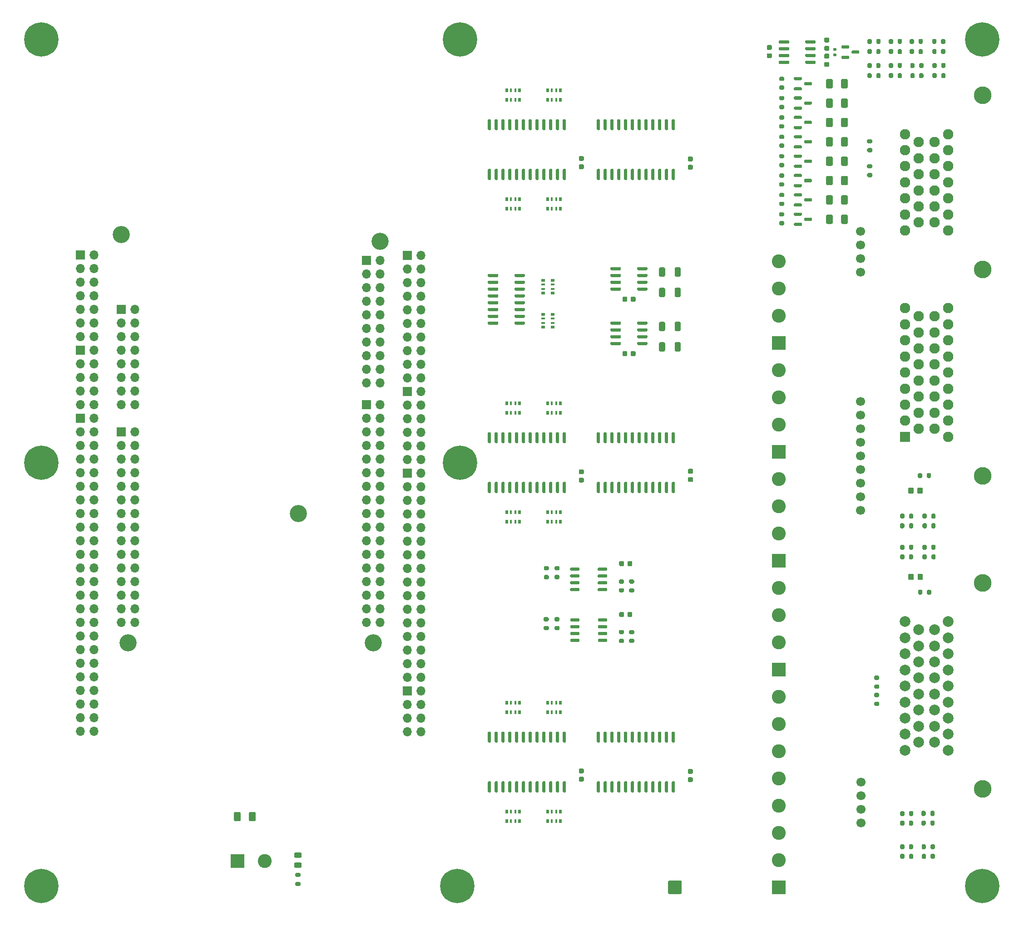
<source format=gts>
G75*
G70*
%OFA0B0*%
%FSLAX25Y25*%
%IPPOS*%
%LPD*%
%AMOC8*
5,1,8,0,0,1.08239X$1,22.5*
%
%ADD10C,0.03150*%
%ADD11C,0.25197*%
%ADD12R,0.07677X0.07677*%
%ADD13C,0.07677*%
%ADD14R,0.06693X0.06693*%
%ADD15O,0.06693X0.06693*%
%ADD16R,0.10236X0.10236*%
%ADD17C,0.10236*%
%ADD18R,0.01969X0.03150*%
%ADD19R,0.01575X0.03150*%
%ADD20C,0.06693*%
%ADD21R,0.03150X0.01969*%
%ADD22R,0.03150X0.01575*%
%ADD23C,0.07874*%
%ADD29C,0.12992*%
%ADD30C,0.12598*%
X0000000Y0000000D02*
%LPD*%
G01*
D10*
X0309449Y0013780D03*
X0312216Y0020461D03*
X0312216Y0007098D03*
X0318898Y0023228D03*
D11*
X0318898Y0013780D03*
D10*
X0318898Y0004331D03*
X0325579Y0020461D03*
X0325579Y0007098D03*
X0328346Y0013780D03*
G36*
G01*
X0653642Y0060925D02*
X0653642Y0058760D01*
G75*
G02*
X0652854Y0057972I-000787J0000000D01*
G01*
X0651280Y0057972D01*
G75*
G02*
X0650492Y0058760I0000000J0000787D01*
G01*
X0650492Y0060925D01*
G75*
G02*
X0651280Y0061713I0000787J0000000D01*
G01*
X0652854Y0061713D01*
G75*
G02*
X0653642Y0060925I0000000J-000787D01*
G01*
G37*
G36*
G01*
X0647146Y0060925D02*
X0647146Y0058760D01*
G75*
G02*
X0646358Y0057972I-000787J0000000D01*
G01*
X0644783Y0057972D01*
G75*
G02*
X0643996Y0058760I0000000J0000787D01*
G01*
X0643996Y0060925D01*
G75*
G02*
X0644783Y0061713I0000787J0000000D01*
G01*
X0646358Y0061713D01*
G75*
G02*
X0647146Y0060925I0000000J-000787D01*
G01*
G37*
G36*
G01*
X0589665Y0600689D02*
X0589665Y0605610D01*
G75*
G02*
X0590650Y0606594I0000984J0000000D01*
G01*
X0593602Y0606594D01*
G75*
G02*
X0594587Y0605610I0000000J-000984D01*
G01*
X0594587Y0600689D01*
G75*
G02*
X0593602Y0599705I-000984J0000000D01*
G01*
X0590650Y0599705D01*
G75*
G02*
X0589665Y0600689I0000000J0000984D01*
G01*
G37*
G36*
G01*
X0600689Y0600689D02*
X0600689Y0605610D01*
G75*
G02*
X0601673Y0606594I0000984J0000000D01*
G01*
X0604626Y0606594D01*
G75*
G02*
X0605610Y0605610I0000000J-000984D01*
G01*
X0605610Y0600689D01*
G75*
G02*
X0604626Y0599705I-000984J0000000D01*
G01*
X0601673Y0599705D01*
G75*
G02*
X0600689Y0600689I0000000J0000984D01*
G01*
G37*
D29*
X0704724Y0594685D03*
X0704724Y0466732D03*
X0704724Y0315157D03*
D12*
X0647638Y0343701D03*
D13*
X0647638Y0355512D03*
X0647638Y0367323D03*
X0647638Y0379134D03*
X0647638Y0390945D03*
X0647638Y0402756D03*
X0647638Y0414567D03*
X0647638Y0426378D03*
X0647638Y0438189D03*
X0657480Y0349606D03*
X0657480Y0361417D03*
X0657480Y0373228D03*
X0657480Y0385039D03*
X0657480Y0396850D03*
X0657480Y0408661D03*
X0657480Y0420472D03*
X0657480Y0432283D03*
X0669291Y0349606D03*
X0669291Y0361417D03*
X0669291Y0373228D03*
X0669291Y0385039D03*
X0669291Y0396850D03*
X0669291Y0408661D03*
X0669291Y0420472D03*
X0669291Y0432283D03*
X0679134Y0343701D03*
X0679134Y0355512D03*
X0679134Y0367323D03*
X0679134Y0379134D03*
X0679134Y0390945D03*
X0679134Y0402756D03*
X0679134Y0414567D03*
X0679134Y0426378D03*
X0679134Y0438189D03*
X0647638Y0495276D03*
X0647638Y0507087D03*
X0647638Y0518898D03*
X0647638Y0530709D03*
X0647638Y0542520D03*
X0647638Y0554331D03*
X0647638Y0566142D03*
X0657480Y0501181D03*
X0657480Y0512992D03*
X0657480Y0524803D03*
X0657480Y0536614D03*
X0657480Y0548425D03*
X0657480Y0560236D03*
X0669291Y0501181D03*
X0669291Y0512992D03*
X0669291Y0524803D03*
X0669291Y0536614D03*
X0669291Y0548425D03*
X0669291Y0560236D03*
X0679134Y0495276D03*
X0679134Y0507087D03*
X0679134Y0518898D03*
X0679134Y0530709D03*
X0679134Y0542520D03*
X0679134Y0554331D03*
X0679134Y0566142D03*
G36*
G01*
X0677362Y0617618D02*
X0677362Y0615453D01*
G75*
G02*
X0676575Y0614665I-000787J0000000D01*
G01*
X0675000Y0614665D01*
G75*
G02*
X0674213Y0615453I0000000J0000787D01*
G01*
X0674213Y0617618D01*
G75*
G02*
X0675000Y0618406I0000787J0000000D01*
G01*
X0676575Y0618406D01*
G75*
G02*
X0677362Y0617618I0000000J-000787D01*
G01*
G37*
G36*
G01*
X0670866Y0617618D02*
X0670866Y0615453D01*
G75*
G02*
X0670079Y0614665I-000787J0000000D01*
G01*
X0668504Y0614665D01*
G75*
G02*
X0667717Y0615453I0000000J0000787D01*
G01*
X0667717Y0617618D01*
G75*
G02*
X0668504Y0618406I0000787J0000000D01*
G01*
X0670079Y0618406D01*
G75*
G02*
X0670866Y0617618I0000000J-000787D01*
G01*
G37*
D14*
X0252323Y0473165D03*
D15*
X0262323Y0473165D03*
X0252323Y0463165D03*
X0262323Y0463165D03*
X0252323Y0453165D03*
X0262323Y0453165D03*
X0252323Y0443165D03*
X0262323Y0443165D03*
X0252323Y0433165D03*
X0262323Y0433165D03*
X0252323Y0423165D03*
X0262323Y0423165D03*
X0252323Y0413165D03*
X0262323Y0413165D03*
X0252323Y0403165D03*
X0262323Y0403165D03*
X0252323Y0393165D03*
X0262323Y0393165D03*
X0252323Y0383165D03*
X0262323Y0383165D03*
G36*
G01*
X0627953Y0158563D02*
X0625787Y0158563D01*
G75*
G02*
X0625000Y0159350I0000000J0000787D01*
G01*
X0625000Y0160925D01*
G75*
G02*
X0625787Y0161713I0000787J0000000D01*
G01*
X0627953Y0161713D01*
G75*
G02*
X0628740Y0160925I0000000J-000787D01*
G01*
X0628740Y0159350D01*
G75*
G02*
X0627953Y0158563I-000787J0000000D01*
G01*
G37*
G36*
G01*
X0627953Y0165059D02*
X0625787Y0165059D01*
G75*
G02*
X0625000Y0165846I0000000J0000787D01*
G01*
X0625000Y0167421D01*
G75*
G02*
X0625787Y0168209I0000787J0000000D01*
G01*
X0627953Y0168209D01*
G75*
G02*
X0628740Y0167421I0000000J-000787D01*
G01*
X0628740Y0165846D01*
G75*
G02*
X0627953Y0165059I-000787J0000000D01*
G01*
G37*
D14*
X0042323Y0357165D03*
D15*
X0052323Y0357165D03*
X0042323Y0347165D03*
X0052323Y0347165D03*
X0042323Y0337165D03*
X0052323Y0337165D03*
X0042323Y0327165D03*
X0052323Y0327165D03*
X0042323Y0317165D03*
X0052323Y0317165D03*
X0042323Y0307165D03*
X0052323Y0307165D03*
X0042323Y0297165D03*
X0052323Y0297165D03*
X0042323Y0287165D03*
X0052323Y0287165D03*
X0042323Y0277165D03*
X0052323Y0277165D03*
X0042323Y0267165D03*
X0052323Y0267165D03*
X0042323Y0257165D03*
X0052323Y0257165D03*
X0042323Y0247165D03*
X0052323Y0247165D03*
X0042323Y0237165D03*
X0052323Y0237165D03*
X0042323Y0227165D03*
X0052323Y0227165D03*
X0042323Y0217165D03*
X0052323Y0217165D03*
X0042323Y0207165D03*
X0052323Y0207165D03*
X0042323Y0197165D03*
X0052323Y0197165D03*
X0042323Y0187165D03*
X0052323Y0187165D03*
X0042323Y0177165D03*
X0052323Y0177165D03*
X0042323Y0167165D03*
X0052323Y0167165D03*
X0042323Y0157165D03*
X0052323Y0157165D03*
X0042323Y0147165D03*
X0052323Y0147165D03*
X0042323Y0137165D03*
X0052323Y0137165D03*
X0042323Y0127165D03*
X0052323Y0127165D03*
D16*
X0554823Y0252677D03*
D17*
X0554823Y0272677D03*
X0554823Y0292677D03*
X0554823Y0312677D03*
G36*
G01*
X0566093Y0577840D02*
X0566093Y0579021D01*
G75*
G02*
X0566683Y0579612I0000591J0000000D01*
G01*
X0571309Y0579612D01*
G75*
G02*
X0571900Y0579021I0000000J-000591D01*
G01*
X0571900Y0577840D01*
G75*
G02*
X0571309Y0577250I-000591J0000000D01*
G01*
X0566683Y0577250D01*
G75*
G02*
X0566093Y0577840I0000000J0000591D01*
G01*
G37*
G36*
G01*
X0573474Y0574100D02*
X0573474Y0575281D01*
G75*
G02*
X0574065Y0575872I0000591J0000000D01*
G01*
X0578691Y0575872D01*
G75*
G02*
X0579281Y0575281I0000000J-000591D01*
G01*
X0579281Y0574100D01*
G75*
G02*
X0578691Y0573510I-000591J0000000D01*
G01*
X0574065Y0573510D01*
G75*
G02*
X0573474Y0574100I0000000J0000591D01*
G01*
G37*
G36*
G01*
X0566093Y0570360D02*
X0566093Y0571541D01*
G75*
G02*
X0566683Y0572132I0000591J0000000D01*
G01*
X0571309Y0572132D01*
G75*
G02*
X0571900Y0571541I0000000J-000591D01*
G01*
X0571900Y0570360D01*
G75*
G02*
X0571309Y0569769I-000591J0000000D01*
G01*
X0566683Y0569769D01*
G75*
G02*
X0566093Y0570360I0000000J0000591D01*
G01*
G37*
G36*
G01*
X0203765Y0027067D02*
X0200172Y0027067D01*
G75*
G02*
X0199213Y0028027I0000000J0000960D01*
G01*
X0199213Y0029946D01*
G75*
G02*
X0200172Y0030906I0000960J0000000D01*
G01*
X0203765Y0030906D01*
G75*
G02*
X0204724Y0029946I0000000J-000960D01*
G01*
X0204724Y0028027D01*
G75*
G02*
X0203765Y0027067I-000960J0000000D01*
G01*
G37*
G36*
G01*
X0203765Y0034449D02*
X0200172Y0034449D01*
G75*
G02*
X0199213Y0035408I0000000J0000960D01*
G01*
X0199213Y0037328D01*
G75*
G02*
X0200172Y0038287I0000960J0000000D01*
G01*
X0203765Y0038287D01*
G75*
G02*
X0204724Y0037328I0000000J-000960D01*
G01*
X0204724Y0035408D01*
G75*
G02*
X0203765Y0034449I-000960J0000000D01*
G01*
G37*
G36*
G01*
X0653642Y0036516D02*
X0653642Y0034350D01*
G75*
G02*
X0652854Y0033563I-000787J0000000D01*
G01*
X0651280Y0033563D01*
G75*
G02*
X0650492Y0034350I0000000J0000787D01*
G01*
X0650492Y0036516D01*
G75*
G02*
X0651280Y0037303I0000787J0000000D01*
G01*
X0652854Y0037303D01*
G75*
G02*
X0653642Y0036516I0000000J-000787D01*
G01*
G37*
G36*
G01*
X0647146Y0036516D02*
X0647146Y0034350D01*
G75*
G02*
X0646358Y0033563I-000787J0000000D01*
G01*
X0644783Y0033563D01*
G75*
G02*
X0643996Y0034350I0000000J0000787D01*
G01*
X0643996Y0036516D01*
G75*
G02*
X0644783Y0037303I0000787J0000000D01*
G01*
X0646358Y0037303D01*
G75*
G02*
X0647146Y0036516I0000000J-000787D01*
G01*
G37*
D30*
X0262323Y0487165D03*
G36*
G01*
X0635728Y0633169D02*
X0635728Y0635335D01*
G75*
G02*
X0636516Y0636122I0000787J0000000D01*
G01*
X0638091Y0636122D01*
G75*
G02*
X0638878Y0635335I0000000J-000787D01*
G01*
X0638878Y0633169D01*
G75*
G02*
X0638091Y0632382I-000787J0000000D01*
G01*
X0636516Y0632382D01*
G75*
G02*
X0635728Y0633169I0000000J0000787D01*
G01*
G37*
G36*
G01*
X0642224Y0633169D02*
X0642224Y0635335D01*
G75*
G02*
X0643012Y0636122I0000787J0000000D01*
G01*
X0644587Y0636122D01*
G75*
G02*
X0645374Y0635335I0000000J-000787D01*
G01*
X0645374Y0633169D01*
G75*
G02*
X0644587Y0632382I-000787J0000000D01*
G01*
X0643012Y0632382D01*
G75*
G02*
X0642224Y0633169I0000000J0000787D01*
G01*
G37*
G36*
G01*
X0589665Y0543771D02*
X0589665Y0548692D01*
G75*
G02*
X0590650Y0549677I0000984J0000000D01*
G01*
X0593602Y0549677D01*
G75*
G02*
X0594587Y0548692I0000000J-000984D01*
G01*
X0594587Y0543771D01*
G75*
G02*
X0593602Y0542787I-000984J0000000D01*
G01*
X0590650Y0542787D01*
G75*
G02*
X0589665Y0543771I0000000J0000984D01*
G01*
G37*
G36*
G01*
X0600689Y0543771D02*
X0600689Y0548692D01*
G75*
G02*
X0601673Y0549677I0000984J0000000D01*
G01*
X0604626Y0549677D01*
G75*
G02*
X0605610Y0548692I0000000J-000984D01*
G01*
X0605610Y0543771D01*
G75*
G02*
X0604626Y0542787I-000984J0000000D01*
G01*
X0601673Y0542787D01*
G75*
G02*
X0600689Y0543771I0000000J0000984D01*
G01*
G37*
G36*
G01*
X0547047Y0631594D02*
X0549016Y0631594D01*
G75*
G02*
X0549902Y0630709I0000000J-000886D01*
G01*
X0549902Y0628937D01*
G75*
G02*
X0549016Y0628051I-000886J0000000D01*
G01*
X0547047Y0628051D01*
G75*
G02*
X0546161Y0628937I0000000J0000886D01*
G01*
X0546161Y0630709D01*
G75*
G02*
X0547047Y0631594I0000886J0000000D01*
G01*
G37*
G36*
G01*
X0547047Y0625492D02*
X0549016Y0625492D01*
G75*
G02*
X0549902Y0624606I0000000J-000886D01*
G01*
X0549902Y0622835D01*
G75*
G02*
X0549016Y0621949I-000886J0000000D01*
G01*
X0547047Y0621949D01*
G75*
G02*
X0546161Y0622835I0000000J0000886D01*
G01*
X0546161Y0624606D01*
G75*
G02*
X0547047Y0625492I0000886J0000000D01*
G01*
G37*
D16*
X0157500Y0032146D03*
D17*
X0177500Y0032146D03*
G36*
G01*
X0482972Y0467264D02*
X0482972Y0462343D01*
G75*
G02*
X0481988Y0461358I-000984J0000000D01*
G01*
X0479528Y0461358D01*
G75*
G02*
X0478543Y0462343I0000000J0000984D01*
G01*
X0478543Y0467264D01*
G75*
G02*
X0479528Y0468248I0000984J0000000D01*
G01*
X0481988Y0468248D01*
G75*
G02*
X0482972Y0467264I0000000J-000984D01*
G01*
G37*
G36*
G01*
X0471457Y0467264D02*
X0471457Y0462343D01*
G75*
G02*
X0470472Y0461358I-000984J0000000D01*
G01*
X0468012Y0461358D01*
G75*
G02*
X0467028Y0462343I0000000J0000984D01*
G01*
X0467028Y0467264D01*
G75*
G02*
X0468012Y0468248I0000984J0000000D01*
G01*
X0470472Y0468248D01*
G75*
G02*
X0471457Y0467264I0000000J-000984D01*
G01*
G37*
D18*
X0355276Y0061260D03*
D19*
X0358425Y0061260D03*
X0361575Y0061260D03*
D18*
X0364724Y0061260D03*
X0364724Y0068346D03*
D19*
X0361575Y0068346D03*
X0358425Y0068346D03*
D18*
X0355276Y0068346D03*
G36*
G01*
X0449823Y0445787D02*
X0449823Y0443819D01*
G75*
G02*
X0448937Y0442933I-000886J0000000D01*
G01*
X0447165Y0442933D01*
G75*
G02*
X0446280Y0443819I0000000J0000886D01*
G01*
X0446280Y0445787D01*
G75*
G02*
X0447165Y0446673I0000886J0000000D01*
G01*
X0448937Y0446673D01*
G75*
G02*
X0449823Y0445787I0000000J-000886D01*
G01*
G37*
G36*
G01*
X0443720Y0445787D02*
X0443720Y0443819D01*
G75*
G02*
X0442835Y0442933I-000886J0000000D01*
G01*
X0441063Y0442933D01*
G75*
G02*
X0440177Y0443819I0000000J0000886D01*
G01*
X0440177Y0445787D01*
G75*
G02*
X0441063Y0446673I0000886J0000000D01*
G01*
X0442835Y0446673D01*
G75*
G02*
X0443720Y0445787I0000000J-000886D01*
G01*
G37*
X0364724Y0148346D03*
D19*
X0361575Y0148346D03*
X0358425Y0148346D03*
D18*
X0355276Y0148346D03*
X0355276Y0141260D03*
D19*
X0358425Y0141260D03*
X0361575Y0141260D03*
D18*
X0364724Y0141260D03*
D20*
X0615000Y0494646D03*
X0615000Y0359646D03*
G36*
G01*
X0482972Y0412264D02*
X0482972Y0407343D01*
G75*
G02*
X0481988Y0406358I-000984J0000000D01*
G01*
X0479528Y0406358D01*
G75*
G02*
X0478543Y0407343I0000000J0000984D01*
G01*
X0478543Y0412264D01*
G75*
G02*
X0479528Y0413248I0000984J0000000D01*
G01*
X0481988Y0413248D01*
G75*
G02*
X0482972Y0412264I0000000J-000984D01*
G01*
G37*
G36*
G01*
X0471457Y0412264D02*
X0471457Y0407343D01*
G75*
G02*
X0470472Y0406358I-000984J0000000D01*
G01*
X0468012Y0406358D01*
G75*
G02*
X0467028Y0407343I0000000J0000984D01*
G01*
X0467028Y0412264D01*
G75*
G02*
X0468012Y0413248I0000984J0000000D01*
G01*
X0470472Y0413248D01*
G75*
G02*
X0471457Y0412264I0000000J-000984D01*
G01*
G37*
G36*
G01*
X0670079Y0279429D02*
X0670079Y0277264D01*
G75*
G02*
X0669291Y0276476I-000787J0000000D01*
G01*
X0667717Y0276476D01*
G75*
G02*
X0666929Y0277264I0000000J0000787D01*
G01*
X0666929Y0279429D01*
G75*
G02*
X0667717Y0280217I0000787J0000000D01*
G01*
X0669291Y0280217D01*
G75*
G02*
X0670079Y0279429I0000000J-000787D01*
G01*
G37*
G36*
G01*
X0663583Y0279429D02*
X0663583Y0277264D01*
G75*
G02*
X0662795Y0276476I-000787J0000000D01*
G01*
X0661220Y0276476D01*
G75*
G02*
X0660433Y0277264I0000000J0000787D01*
G01*
X0660433Y0279429D01*
G75*
G02*
X0661220Y0280217I0000787J0000000D01*
G01*
X0662795Y0280217D01*
G75*
G02*
X0663583Y0279429I0000000J-000787D01*
G01*
G37*
D14*
X0072323Y0347165D03*
D15*
X0082323Y0347165D03*
X0072323Y0337165D03*
X0082323Y0337165D03*
X0072323Y0327165D03*
X0082323Y0327165D03*
X0072323Y0317165D03*
X0082323Y0317165D03*
X0072323Y0307165D03*
X0082323Y0307165D03*
X0072323Y0297165D03*
X0082323Y0297165D03*
X0072323Y0287165D03*
X0082323Y0287165D03*
X0072323Y0277165D03*
X0082323Y0277165D03*
X0072323Y0267165D03*
X0082323Y0267165D03*
X0072323Y0257165D03*
X0082323Y0257165D03*
X0072323Y0247165D03*
X0082323Y0247165D03*
X0072323Y0237165D03*
X0082323Y0237165D03*
X0072323Y0227165D03*
X0082323Y0227165D03*
X0072323Y0217165D03*
X0082323Y0217165D03*
X0072323Y0207165D03*
X0082323Y0207165D03*
D20*
X0615000Y0319646D03*
G36*
G01*
X0401772Y0245886D02*
X0401772Y0247067D01*
G75*
G02*
X0402362Y0247657I0000591J0000000D01*
G01*
X0408071Y0247657D01*
G75*
G02*
X0408661Y0247067I0000000J-000591D01*
G01*
X0408661Y0245886D01*
G75*
G02*
X0408071Y0245295I-000591J0000000D01*
G01*
X0402362Y0245295D01*
G75*
G02*
X0401772Y0245886I0000000J0000591D01*
G01*
G37*
G36*
G01*
X0401772Y0240886D02*
X0401772Y0242067D01*
G75*
G02*
X0402362Y0242657I0000591J0000000D01*
G01*
X0408071Y0242657D01*
G75*
G02*
X0408661Y0242067I0000000J-000591D01*
G01*
X0408661Y0240886D01*
G75*
G02*
X0408071Y0240295I-000591J0000000D01*
G01*
X0402362Y0240295D01*
G75*
G02*
X0401772Y0240886I0000000J0000591D01*
G01*
G37*
G36*
G01*
X0401772Y0235886D02*
X0401772Y0237067D01*
G75*
G02*
X0402362Y0237657I0000591J0000000D01*
G01*
X0408071Y0237657D01*
G75*
G02*
X0408661Y0237067I0000000J-000591D01*
G01*
X0408661Y0235886D01*
G75*
G02*
X0408071Y0235295I-000591J0000000D01*
G01*
X0402362Y0235295D01*
G75*
G02*
X0401772Y0235886I0000000J0000591D01*
G01*
G37*
G36*
G01*
X0401772Y0230886D02*
X0401772Y0232067D01*
G75*
G02*
X0402362Y0232657I0000591J0000000D01*
G01*
X0408071Y0232657D01*
G75*
G02*
X0408661Y0232067I0000000J-000591D01*
G01*
X0408661Y0230886D01*
G75*
G02*
X0408071Y0230295I-000591J0000000D01*
G01*
X0402362Y0230295D01*
G75*
G02*
X0401772Y0230886I0000000J0000591D01*
G01*
G37*
G36*
G01*
X0422047Y0230886D02*
X0422047Y0232067D01*
G75*
G02*
X0422638Y0232657I0000591J0000000D01*
G01*
X0428346Y0232657D01*
G75*
G02*
X0428937Y0232067I0000000J-000591D01*
G01*
X0428937Y0230886D01*
G75*
G02*
X0428346Y0230295I-000591J0000000D01*
G01*
X0422638Y0230295D01*
G75*
G02*
X0422047Y0230886I0000000J0000591D01*
G01*
G37*
G36*
G01*
X0422047Y0235886D02*
X0422047Y0237067D01*
G75*
G02*
X0422638Y0237657I0000591J0000000D01*
G01*
X0428346Y0237657D01*
G75*
G02*
X0428937Y0237067I0000000J-000591D01*
G01*
X0428937Y0235886D01*
G75*
G02*
X0428346Y0235295I-000591J0000000D01*
G01*
X0422638Y0235295D01*
G75*
G02*
X0422047Y0235886I0000000J0000591D01*
G01*
G37*
G36*
G01*
X0422047Y0240886D02*
X0422047Y0242067D01*
G75*
G02*
X0422638Y0242657I0000591J0000000D01*
G01*
X0428346Y0242657D01*
G75*
G02*
X0428937Y0242067I0000000J-000591D01*
G01*
X0428937Y0240886D01*
G75*
G02*
X0428346Y0240295I-000591J0000000D01*
G01*
X0422638Y0240295D01*
G75*
G02*
X0422047Y0240886I0000000J0000591D01*
G01*
G37*
G36*
G01*
X0422047Y0245886D02*
X0422047Y0247067D01*
G75*
G02*
X0422638Y0247657I0000591J0000000D01*
G01*
X0428346Y0247657D01*
G75*
G02*
X0428937Y0247067I0000000J-000591D01*
G01*
X0428937Y0245886D01*
G75*
G02*
X0428346Y0245295I-000591J0000000D01*
G01*
X0422638Y0245295D01*
G75*
G02*
X0422047Y0245886I0000000J0000591D01*
G01*
G37*
G36*
G01*
X0600886Y0629528D02*
X0600886Y0630709D01*
G75*
G02*
X0601476Y0631299I0000591J0000000D01*
G01*
X0606102Y0631299D01*
G75*
G02*
X0606693Y0630709I0000000J-000591D01*
G01*
X0606693Y0629528D01*
G75*
G02*
X0606102Y0628937I-000591J0000000D01*
G01*
X0601476Y0628937D01*
G75*
G02*
X0600886Y0629528I0000000J0000591D01*
G01*
G37*
G36*
G01*
X0600886Y0622047D02*
X0600886Y0623228D01*
G75*
G02*
X0601476Y0623819I0000591J0000000D01*
G01*
X0606102Y0623819D01*
G75*
G02*
X0606693Y0623228I0000000J-000591D01*
G01*
X0606693Y0622047D01*
G75*
G02*
X0606102Y0621457I-000591J0000000D01*
G01*
X0601476Y0621457D01*
G75*
G02*
X0600886Y0622047I0000000J0000591D01*
G01*
G37*
G36*
G01*
X0608268Y0625787D02*
X0608268Y0626969D01*
G75*
G02*
X0608858Y0627559I0000591J0000000D01*
G01*
X0613484Y0627559D01*
G75*
G02*
X0614075Y0626969I0000000J-000591D01*
G01*
X0614075Y0625787D01*
G75*
G02*
X0613484Y0625197I-000591J0000000D01*
G01*
X0608858Y0625197D01*
G75*
G02*
X0608268Y0625787I0000000J0000591D01*
G01*
G37*
X0615000Y0299646D03*
D14*
X0282323Y0317087D03*
D15*
X0292323Y0317087D03*
X0282323Y0307087D03*
X0292323Y0307087D03*
X0282323Y0297087D03*
X0292323Y0297087D03*
X0282323Y0287087D03*
X0292323Y0287087D03*
X0282323Y0277087D03*
X0292323Y0277087D03*
X0282323Y0267087D03*
X0292323Y0267087D03*
X0282323Y0257087D03*
X0292323Y0257087D03*
X0282323Y0247087D03*
X0292323Y0247087D03*
X0282323Y0237087D03*
X0292323Y0237087D03*
X0282323Y0227087D03*
X0292323Y0227087D03*
X0282323Y0217087D03*
X0292323Y0217087D03*
X0282323Y0207087D03*
X0292323Y0207087D03*
X0282323Y0197087D03*
X0292323Y0197087D03*
X0282323Y0187087D03*
X0292323Y0187087D03*
X0282323Y0177087D03*
X0292323Y0177087D03*
X0282323Y0167087D03*
X0292323Y0167087D03*
G36*
G01*
X0401850Y0208642D02*
X0401850Y0209823D01*
G75*
G02*
X0402441Y0210413I0000591J0000000D01*
G01*
X0408150Y0210413D01*
G75*
G02*
X0408740Y0209823I0000000J-000591D01*
G01*
X0408740Y0208642D01*
G75*
G02*
X0408150Y0208051I-000591J0000000D01*
G01*
X0402441Y0208051D01*
G75*
G02*
X0401850Y0208642I0000000J0000591D01*
G01*
G37*
G36*
G01*
X0401850Y0203642D02*
X0401850Y0204823D01*
G75*
G02*
X0402441Y0205413I0000591J0000000D01*
G01*
X0408150Y0205413D01*
G75*
G02*
X0408740Y0204823I0000000J-000591D01*
G01*
X0408740Y0203642D01*
G75*
G02*
X0408150Y0203051I-000591J0000000D01*
G01*
X0402441Y0203051D01*
G75*
G02*
X0401850Y0203642I0000000J0000591D01*
G01*
G37*
G36*
G01*
X0401850Y0198642D02*
X0401850Y0199823D01*
G75*
G02*
X0402441Y0200413I0000591J0000000D01*
G01*
X0408150Y0200413D01*
G75*
G02*
X0408740Y0199823I0000000J-000591D01*
G01*
X0408740Y0198642D01*
G75*
G02*
X0408150Y0198051I-000591J0000000D01*
G01*
X0402441Y0198051D01*
G75*
G02*
X0401850Y0198642I0000000J0000591D01*
G01*
G37*
G36*
G01*
X0401850Y0193642D02*
X0401850Y0194823D01*
G75*
G02*
X0402441Y0195413I0000591J0000000D01*
G01*
X0408150Y0195413D01*
G75*
G02*
X0408740Y0194823I0000000J-000591D01*
G01*
X0408740Y0193642D01*
G75*
G02*
X0408150Y0193051I-000591J0000000D01*
G01*
X0402441Y0193051D01*
G75*
G02*
X0401850Y0193642I0000000J0000591D01*
G01*
G37*
G36*
G01*
X0422126Y0193642D02*
X0422126Y0194823D01*
G75*
G02*
X0422717Y0195413I0000591J0000000D01*
G01*
X0428425Y0195413D01*
G75*
G02*
X0429016Y0194823I0000000J-000591D01*
G01*
X0429016Y0193642D01*
G75*
G02*
X0428425Y0193051I-000591J0000000D01*
G01*
X0422717Y0193051D01*
G75*
G02*
X0422126Y0193642I0000000J0000591D01*
G01*
G37*
G36*
G01*
X0422126Y0198642D02*
X0422126Y0199823D01*
G75*
G02*
X0422717Y0200413I0000591J0000000D01*
G01*
X0428425Y0200413D01*
G75*
G02*
X0429016Y0199823I0000000J-000591D01*
G01*
X0429016Y0198642D01*
G75*
G02*
X0428425Y0198051I-000591J0000000D01*
G01*
X0422717Y0198051D01*
G75*
G02*
X0422126Y0198642I0000000J0000591D01*
G01*
G37*
G36*
G01*
X0422126Y0203642D02*
X0422126Y0204823D01*
G75*
G02*
X0422717Y0205413I0000591J0000000D01*
G01*
X0428425Y0205413D01*
G75*
G02*
X0429016Y0204823I0000000J-000591D01*
G01*
X0429016Y0203642D01*
G75*
G02*
X0428425Y0203051I-000591J0000000D01*
G01*
X0422717Y0203051D01*
G75*
G02*
X0422126Y0203642I0000000J0000591D01*
G01*
G37*
G36*
G01*
X0422126Y0208642D02*
X0422126Y0209823D01*
G75*
G02*
X0422717Y0210413I0000591J0000000D01*
G01*
X0428425Y0210413D01*
G75*
G02*
X0429016Y0209823I0000000J-000591D01*
G01*
X0429016Y0208642D01*
G75*
G02*
X0428425Y0208051I-000591J0000000D01*
G01*
X0422717Y0208051D01*
G75*
G02*
X0422126Y0208642I0000000J0000591D01*
G01*
G37*
G36*
G01*
X0170965Y0067106D02*
X0170965Y0062185D01*
G75*
G02*
X0169980Y0061201I-000984J0000000D01*
G01*
X0167028Y0061201D01*
G75*
G02*
X0166043Y0062185I0000000J0000984D01*
G01*
X0166043Y0067106D01*
G75*
G02*
X0167028Y0068091I0000984J0000000D01*
G01*
X0169980Y0068091D01*
G75*
G02*
X0170965Y0067106I0000000J-000984D01*
G01*
G37*
G36*
G01*
X0159941Y0067106D02*
X0159941Y0062185D01*
G75*
G02*
X0158957Y0061201I-000984J0000000D01*
G01*
X0156004Y0061201D01*
G75*
G02*
X0155020Y0062185I0000000J0000984D01*
G01*
X0155020Y0067106D01*
G75*
G02*
X0156004Y0068091I0000984J0000000D01*
G01*
X0158957Y0068091D01*
G75*
G02*
X0159941Y0067106I0000000J-000984D01*
G01*
G37*
G36*
G01*
X0383248Y0248681D02*
X0385413Y0248681D01*
G75*
G02*
X0386201Y0247894I0000000J-000787D01*
G01*
X0386201Y0246319D01*
G75*
G02*
X0385413Y0245531I-000787J0000000D01*
G01*
X0383248Y0245531D01*
G75*
G02*
X0382461Y0246319I0000000J0000787D01*
G01*
X0382461Y0247894D01*
G75*
G02*
X0383248Y0248681I0000787J0000000D01*
G01*
G37*
G36*
G01*
X0383248Y0242185D02*
X0385413Y0242185D01*
G75*
G02*
X0386201Y0241398I0000000J-000787D01*
G01*
X0386201Y0239823D01*
G75*
G02*
X0385413Y0239035I-000787J0000000D01*
G01*
X0383248Y0239035D01*
G75*
G02*
X0382461Y0239823I0000000J0000787D01*
G01*
X0382461Y0241398D01*
G75*
G02*
X0383248Y0242185I0000787J0000000D01*
G01*
G37*
D30*
X0257323Y0192165D03*
G36*
G01*
X0619980Y0625689D02*
X0619980Y0627854D01*
G75*
G02*
X0620768Y0628642I0000787J0000000D01*
G01*
X0622343Y0628642D01*
G75*
G02*
X0623130Y0627854I0000000J-000787D01*
G01*
X0623130Y0625689D01*
G75*
G02*
X0622343Y0624902I-000787J0000000D01*
G01*
X0620768Y0624902D01*
G75*
G02*
X0619980Y0625689I0000000J0000787D01*
G01*
G37*
G36*
G01*
X0626476Y0625689D02*
X0626476Y0627854D01*
G75*
G02*
X0627264Y0628642I0000787J0000000D01*
G01*
X0628839Y0628642D01*
G75*
G02*
X0629626Y0627854I0000000J-000787D01*
G01*
X0629626Y0625689D01*
G75*
G02*
X0628839Y0624902I-000787J0000000D01*
G01*
X0627264Y0624902D01*
G75*
G02*
X0626476Y0625689I0000000J0000787D01*
G01*
G37*
G36*
G01*
X0660433Y0254429D02*
X0660433Y0256594D01*
G75*
G02*
X0661220Y0257382I0000787J0000000D01*
G01*
X0662795Y0257382D01*
G75*
G02*
X0663583Y0256594I0000000J-000787D01*
G01*
X0663583Y0254429D01*
G75*
G02*
X0662795Y0253642I-000787J0000000D01*
G01*
X0661220Y0253642D01*
G75*
G02*
X0660433Y0254429I0000000J0000787D01*
G01*
G37*
G36*
G01*
X0666929Y0254429D02*
X0666929Y0256594D01*
G75*
G02*
X0667717Y0257382I0000787J0000000D01*
G01*
X0669291Y0257382D01*
G75*
G02*
X0670079Y0256594I0000000J-000787D01*
G01*
X0670079Y0254429D01*
G75*
G02*
X0669291Y0253642I-000787J0000000D01*
G01*
X0667717Y0253642D01*
G75*
G02*
X0666929Y0254429I0000000J0000787D01*
G01*
G37*
G36*
G01*
X0566093Y0563611D02*
X0566093Y0564792D01*
G75*
G02*
X0566683Y0565382I0000591J0000000D01*
G01*
X0571309Y0565382D01*
G75*
G02*
X0571900Y0564792I0000000J-000591D01*
G01*
X0571900Y0563611D01*
G75*
G02*
X0571309Y0563020I-000591J0000000D01*
G01*
X0566683Y0563020D01*
G75*
G02*
X0566093Y0563611I0000000J0000591D01*
G01*
G37*
G36*
G01*
X0573474Y0559871D02*
X0573474Y0561052D01*
G75*
G02*
X0574065Y0561642I0000591J0000000D01*
G01*
X0578691Y0561642D01*
G75*
G02*
X0579281Y0561052I0000000J-000591D01*
G01*
X0579281Y0559871D01*
G75*
G02*
X0578691Y0559280I-000591J0000000D01*
G01*
X0574065Y0559280D01*
G75*
G02*
X0573474Y0559871I0000000J0000591D01*
G01*
G37*
G36*
G01*
X0566093Y0556130D02*
X0566093Y0557312D01*
G75*
G02*
X0566683Y0557902I0000591J0000000D01*
G01*
X0571309Y0557902D01*
G75*
G02*
X0571900Y0557312I0000000J-000591D01*
G01*
X0571900Y0556130D01*
G75*
G02*
X0571309Y0555540I-000591J0000000D01*
G01*
X0566683Y0555540D01*
G75*
G02*
X0566093Y0556130I0000000J0000591D01*
G01*
G37*
D10*
X0311417Y0324803D03*
X0314185Y0331484D03*
X0314185Y0318122D03*
X0320866Y0334252D03*
D11*
X0320866Y0324803D03*
D10*
X0320866Y0315354D03*
X0327547Y0331484D03*
X0327547Y0318122D03*
X0330315Y0324803D03*
D14*
X0072323Y0437165D03*
D15*
X0082323Y0437165D03*
X0072323Y0427165D03*
X0082323Y0427165D03*
X0072323Y0417165D03*
X0082323Y0417165D03*
X0072323Y0407165D03*
X0082323Y0407165D03*
X0072323Y0397165D03*
X0082323Y0397165D03*
X0072323Y0387165D03*
X0082323Y0387165D03*
X0072323Y0377165D03*
X0082323Y0377165D03*
X0072323Y0367165D03*
X0082323Y0367165D03*
G36*
G01*
X0659646Y0065945D02*
X0659646Y0068110D01*
G75*
G02*
X0660433Y0068898I0000787J0000000D01*
G01*
X0662008Y0068898D01*
G75*
G02*
X0662795Y0068110I0000000J-000787D01*
G01*
X0662795Y0065945D01*
G75*
G02*
X0662008Y0065157I-000787J0000000D01*
G01*
X0660433Y0065157D01*
G75*
G02*
X0659646Y0065945I0000000J0000787D01*
G01*
G37*
G36*
G01*
X0666142Y0065945D02*
X0666142Y0068110D01*
G75*
G02*
X0666929Y0068898I0000787J0000000D01*
G01*
X0668504Y0068898D01*
G75*
G02*
X0669291Y0068110I0000000J-000787D01*
G01*
X0669291Y0065945D01*
G75*
G02*
X0668504Y0065157I-000787J0000000D01*
G01*
X0666929Y0065157D01*
G75*
G02*
X0666142Y0065945I0000000J0000787D01*
G01*
G37*
G36*
G01*
X0558169Y0541803D02*
X0556004Y0541803D01*
G75*
G02*
X0555217Y0542590I0000000J0000787D01*
G01*
X0555217Y0544165D01*
G75*
G02*
X0556004Y0544952I0000787J0000000D01*
G01*
X0558169Y0544952D01*
G75*
G02*
X0558957Y0544165I0000000J-000787D01*
G01*
X0558957Y0542590D01*
G75*
G02*
X0558169Y0541803I-000787J0000000D01*
G01*
G37*
G36*
G01*
X0558169Y0548299D02*
X0556004Y0548299D01*
G75*
G02*
X0555217Y0549086I0000000J0000787D01*
G01*
X0555217Y0550661D01*
G75*
G02*
X0556004Y0551448I0000787J0000000D01*
G01*
X0558169Y0551448D01*
G75*
G02*
X0558957Y0550661I0000000J-000787D01*
G01*
X0558957Y0549086D01*
G75*
G02*
X0558169Y0548299I-000787J0000000D01*
G01*
G37*
D16*
X0554823Y0332677D03*
D17*
X0554823Y0352677D03*
X0554823Y0372677D03*
X0554823Y0392677D03*
G36*
G01*
X0449823Y0405787D02*
X0449823Y0403819D01*
G75*
G02*
X0448937Y0402933I-000886J0000000D01*
G01*
X0447165Y0402933D01*
G75*
G02*
X0446280Y0403819I0000000J0000886D01*
G01*
X0446280Y0405787D01*
G75*
G02*
X0447165Y0406673I0000886J0000000D01*
G01*
X0448937Y0406673D01*
G75*
G02*
X0449823Y0405787I0000000J-000886D01*
G01*
G37*
G36*
G01*
X0443720Y0405787D02*
X0443720Y0403819D01*
G75*
G02*
X0442835Y0402933I-000886J0000000D01*
G01*
X0441063Y0402933D01*
G75*
G02*
X0440177Y0403819I0000000J0000886D01*
G01*
X0440177Y0405787D01*
G75*
G02*
X0441063Y0406673I0000886J0000000D01*
G01*
X0442835Y0406673D01*
G75*
G02*
X0443720Y0405787I0000000J-000886D01*
G01*
G37*
D16*
X0554823Y0412677D03*
D17*
X0554823Y0432677D03*
X0554823Y0452677D03*
X0554823Y0472677D03*
G36*
G01*
X0619980Y0615453D02*
X0619980Y0617618D01*
G75*
G02*
X0620768Y0618406I0000787J0000000D01*
G01*
X0622343Y0618406D01*
G75*
G02*
X0623130Y0617618I0000000J-000787D01*
G01*
X0623130Y0615453D01*
G75*
G02*
X0622343Y0614665I-000787J0000000D01*
G01*
X0620768Y0614665D01*
G75*
G02*
X0619980Y0615453I0000000J0000787D01*
G01*
G37*
G36*
G01*
X0626476Y0615453D02*
X0626476Y0617618D01*
G75*
G02*
X0627264Y0618406I0000787J0000000D01*
G01*
X0628839Y0618406D01*
G75*
G02*
X0629626Y0617618I0000000J-000787D01*
G01*
X0629626Y0615453D01*
G75*
G02*
X0628839Y0614665I-000787J0000000D01*
G01*
X0627264Y0614665D01*
G75*
G02*
X0626476Y0615453I0000000J0000787D01*
G01*
G37*
G36*
G01*
X0489016Y0549626D02*
X0490984Y0549626D01*
G75*
G02*
X0491870Y0548740I0000000J-000886D01*
G01*
X0491870Y0546969D01*
G75*
G02*
X0490984Y0546083I-000886J0000000D01*
G01*
X0489016Y0546083D01*
G75*
G02*
X0488130Y0546969I0000000J0000886D01*
G01*
X0488130Y0548740D01*
G75*
G02*
X0489016Y0549626I0000886J0000000D01*
G01*
G37*
G36*
G01*
X0489016Y0543524D02*
X0490984Y0543524D01*
G75*
G02*
X0491870Y0542638I0000000J-000886D01*
G01*
X0491870Y0540866D01*
G75*
G02*
X0490984Y0539980I-000886J0000000D01*
G01*
X0489016Y0539980D01*
G75*
G02*
X0488130Y0540866I0000000J0000886D01*
G01*
X0488130Y0542638D01*
G75*
G02*
X0489016Y0543524I0000886J0000000D01*
G01*
G37*
G36*
G01*
X0554921Y0633287D02*
X0554921Y0634469D01*
G75*
G02*
X0555512Y0635059I0000591J0000000D01*
G01*
X0562008Y0635059D01*
G75*
G02*
X0562598Y0634469I0000000J-000591D01*
G01*
X0562598Y0633287D01*
G75*
G02*
X0562008Y0632697I-000591J0000000D01*
G01*
X0555512Y0632697D01*
G75*
G02*
X0554921Y0633287I0000000J0000591D01*
G01*
G37*
G36*
G01*
X0554921Y0628287D02*
X0554921Y0629469D01*
G75*
G02*
X0555512Y0630059I0000591J0000000D01*
G01*
X0562008Y0630059D01*
G75*
G02*
X0562598Y0629469I0000000J-000591D01*
G01*
X0562598Y0628287D01*
G75*
G02*
X0562008Y0627697I-000591J0000000D01*
G01*
X0555512Y0627697D01*
G75*
G02*
X0554921Y0628287I0000000J0000591D01*
G01*
G37*
G36*
G01*
X0554921Y0623287D02*
X0554921Y0624469D01*
G75*
G02*
X0555512Y0625059I0000591J0000000D01*
G01*
X0562008Y0625059D01*
G75*
G02*
X0562598Y0624469I0000000J-000591D01*
G01*
X0562598Y0623287D01*
G75*
G02*
X0562008Y0622697I-000591J0000000D01*
G01*
X0555512Y0622697D01*
G75*
G02*
X0554921Y0623287I0000000J0000591D01*
G01*
G37*
G36*
G01*
X0554921Y0618287D02*
X0554921Y0619469D01*
G75*
G02*
X0555512Y0620059I0000591J0000000D01*
G01*
X0562008Y0620059D01*
G75*
G02*
X0562598Y0619469I0000000J-000591D01*
G01*
X0562598Y0618287D01*
G75*
G02*
X0562008Y0617697I-000591J0000000D01*
G01*
X0555512Y0617697D01*
G75*
G02*
X0554921Y0618287I0000000J0000591D01*
G01*
G37*
G36*
G01*
X0574409Y0618287D02*
X0574409Y0619469D01*
G75*
G02*
X0575000Y0620059I0000591J0000000D01*
G01*
X0581496Y0620059D01*
G75*
G02*
X0582087Y0619469I0000000J-000591D01*
G01*
X0582087Y0618287D01*
G75*
G02*
X0581496Y0617697I-000591J0000000D01*
G01*
X0575000Y0617697D01*
G75*
G02*
X0574409Y0618287I0000000J0000591D01*
G01*
G37*
G36*
G01*
X0574409Y0623287D02*
X0574409Y0624469D01*
G75*
G02*
X0575000Y0625059I0000591J0000000D01*
G01*
X0581496Y0625059D01*
G75*
G02*
X0582087Y0624469I0000000J-000591D01*
G01*
X0582087Y0623287D01*
G75*
G02*
X0581496Y0622697I-000591J0000000D01*
G01*
X0575000Y0622697D01*
G75*
G02*
X0574409Y0623287I0000000J0000591D01*
G01*
G37*
G36*
G01*
X0574409Y0628287D02*
X0574409Y0629469D01*
G75*
G02*
X0575000Y0630059I0000591J0000000D01*
G01*
X0581496Y0630059D01*
G75*
G02*
X0582087Y0629469I0000000J-000591D01*
G01*
X0582087Y0628287D01*
G75*
G02*
X0581496Y0627697I-000591J0000000D01*
G01*
X0575000Y0627697D01*
G75*
G02*
X0574409Y0628287I0000000J0000591D01*
G01*
G37*
G36*
G01*
X0574409Y0633287D02*
X0574409Y0634469D01*
G75*
G02*
X0575000Y0635059I0000591J0000000D01*
G01*
X0581496Y0635059D01*
G75*
G02*
X0582087Y0634469I0000000J-000591D01*
G01*
X0582087Y0633287D01*
G75*
G02*
X0581496Y0632697I-000591J0000000D01*
G01*
X0575000Y0632697D01*
G75*
G02*
X0574409Y0633287I0000000J0000591D01*
G01*
G37*
D16*
X0554823Y0012677D03*
D17*
X0554823Y0032677D03*
X0554823Y0052677D03*
X0554823Y0072677D03*
X0554823Y0092677D03*
X0554823Y0112677D03*
X0554823Y0132677D03*
X0554823Y0152677D03*
G36*
G01*
X0445846Y0238937D02*
X0448012Y0238937D01*
G75*
G02*
X0448799Y0238150I0000000J-000787D01*
G01*
X0448799Y0236575D01*
G75*
G02*
X0448012Y0235787I-000787J0000000D01*
G01*
X0445846Y0235787D01*
G75*
G02*
X0445059Y0236575I0000000J0000787D01*
G01*
X0445059Y0238150D01*
G75*
G02*
X0445846Y0238937I0000787J0000000D01*
G01*
G37*
G36*
G01*
X0445846Y0232441D02*
X0448012Y0232441D01*
G75*
G02*
X0448799Y0231654I0000000J-000787D01*
G01*
X0448799Y0230079D01*
G75*
G02*
X0448012Y0229291I-000787J0000000D01*
G01*
X0445846Y0229291D01*
G75*
G02*
X0445059Y0230079I0000000J0000787D01*
G01*
X0445059Y0231654D01*
G75*
G02*
X0445846Y0232441I0000787J0000000D01*
G01*
G37*
G36*
G01*
X0627953Y0145965D02*
X0625787Y0145965D01*
G75*
G02*
X0625000Y0146752I0000000J0000787D01*
G01*
X0625000Y0148327D01*
G75*
G02*
X0625787Y0149114I0000787J0000000D01*
G01*
X0627953Y0149114D01*
G75*
G02*
X0628740Y0148327I0000000J-000787D01*
G01*
X0628740Y0146752D01*
G75*
G02*
X0627953Y0145965I-000787J0000000D01*
G01*
G37*
G36*
G01*
X0627953Y0152461D02*
X0625787Y0152461D01*
G75*
G02*
X0625000Y0153248I0000000J0000787D01*
G01*
X0625000Y0154823D01*
G75*
G02*
X0625787Y0155610I0000787J0000000D01*
G01*
X0627953Y0155610D01*
G75*
G02*
X0628740Y0154823I0000000J-000787D01*
G01*
X0628740Y0153248D01*
G75*
G02*
X0627953Y0152461I-000787J0000000D01*
G01*
G37*
D10*
X0694938Y0013780D03*
X0697705Y0020461D03*
X0697705Y0007098D03*
X0704387Y0023228D03*
D11*
X0704387Y0013780D03*
D10*
X0704387Y0004331D03*
X0711068Y0020461D03*
X0711068Y0007098D03*
X0713835Y0013780D03*
G36*
G01*
X0476909Y0577146D02*
X0478091Y0577146D01*
G75*
G02*
X0478681Y0576555I0000000J-000591D01*
G01*
X0478681Y0569665D01*
G75*
G02*
X0478091Y0569075I-000591J0000000D01*
G01*
X0476909Y0569075D01*
G75*
G02*
X0476319Y0569665I0000000J0000591D01*
G01*
X0476319Y0576555D01*
G75*
G02*
X0476909Y0577146I0000591J0000000D01*
G01*
G37*
G36*
G01*
X0471909Y0577146D02*
X0473091Y0577146D01*
G75*
G02*
X0473681Y0576555I0000000J-000591D01*
G01*
X0473681Y0569665D01*
G75*
G02*
X0473091Y0569075I-000591J0000000D01*
G01*
X0471909Y0569075D01*
G75*
G02*
X0471319Y0569665I0000000J0000591D01*
G01*
X0471319Y0576555D01*
G75*
G02*
X0471909Y0577146I0000591J0000000D01*
G01*
G37*
G36*
G01*
X0466909Y0577146D02*
X0468091Y0577146D01*
G75*
G02*
X0468681Y0576555I0000000J-000591D01*
G01*
X0468681Y0569665D01*
G75*
G02*
X0468091Y0569075I-000591J0000000D01*
G01*
X0466909Y0569075D01*
G75*
G02*
X0466319Y0569665I0000000J0000591D01*
G01*
X0466319Y0576555D01*
G75*
G02*
X0466909Y0577146I0000591J0000000D01*
G01*
G37*
G36*
G01*
X0461909Y0577146D02*
X0463091Y0577146D01*
G75*
G02*
X0463681Y0576555I0000000J-000591D01*
G01*
X0463681Y0569665D01*
G75*
G02*
X0463091Y0569075I-000591J0000000D01*
G01*
X0461909Y0569075D01*
G75*
G02*
X0461319Y0569665I0000000J0000591D01*
G01*
X0461319Y0576555D01*
G75*
G02*
X0461909Y0577146I0000591J0000000D01*
G01*
G37*
G36*
G01*
X0456909Y0577146D02*
X0458091Y0577146D01*
G75*
G02*
X0458681Y0576555I0000000J-000591D01*
G01*
X0458681Y0569665D01*
G75*
G02*
X0458091Y0569075I-000591J0000000D01*
G01*
X0456909Y0569075D01*
G75*
G02*
X0456319Y0569665I0000000J0000591D01*
G01*
X0456319Y0576555D01*
G75*
G02*
X0456909Y0577146I0000591J0000000D01*
G01*
G37*
G36*
G01*
X0451909Y0577146D02*
X0453091Y0577146D01*
G75*
G02*
X0453681Y0576555I0000000J-000591D01*
G01*
X0453681Y0569665D01*
G75*
G02*
X0453091Y0569075I-000591J0000000D01*
G01*
X0451909Y0569075D01*
G75*
G02*
X0451319Y0569665I0000000J0000591D01*
G01*
X0451319Y0576555D01*
G75*
G02*
X0451909Y0577146I0000591J0000000D01*
G01*
G37*
G36*
G01*
X0446909Y0577146D02*
X0448091Y0577146D01*
G75*
G02*
X0448681Y0576555I0000000J-000591D01*
G01*
X0448681Y0569665D01*
G75*
G02*
X0448091Y0569075I-000591J0000000D01*
G01*
X0446909Y0569075D01*
G75*
G02*
X0446319Y0569665I0000000J0000591D01*
G01*
X0446319Y0576555D01*
G75*
G02*
X0446909Y0577146I0000591J0000000D01*
G01*
G37*
G36*
G01*
X0441909Y0577146D02*
X0443091Y0577146D01*
G75*
G02*
X0443681Y0576555I0000000J-000591D01*
G01*
X0443681Y0569665D01*
G75*
G02*
X0443091Y0569075I-000591J0000000D01*
G01*
X0441909Y0569075D01*
G75*
G02*
X0441319Y0569665I0000000J0000591D01*
G01*
X0441319Y0576555D01*
G75*
G02*
X0441909Y0577146I0000591J0000000D01*
G01*
G37*
G36*
G01*
X0436909Y0577146D02*
X0438091Y0577146D01*
G75*
G02*
X0438681Y0576555I0000000J-000591D01*
G01*
X0438681Y0569665D01*
G75*
G02*
X0438091Y0569075I-000591J0000000D01*
G01*
X0436909Y0569075D01*
G75*
G02*
X0436319Y0569665I0000000J0000591D01*
G01*
X0436319Y0576555D01*
G75*
G02*
X0436909Y0577146I0000591J0000000D01*
G01*
G37*
G36*
G01*
X0431909Y0577146D02*
X0433091Y0577146D01*
G75*
G02*
X0433681Y0576555I0000000J-000591D01*
G01*
X0433681Y0569665D01*
G75*
G02*
X0433091Y0569075I-000591J0000000D01*
G01*
X0431909Y0569075D01*
G75*
G02*
X0431319Y0569665I0000000J0000591D01*
G01*
X0431319Y0576555D01*
G75*
G02*
X0431909Y0577146I0000591J0000000D01*
G01*
G37*
G36*
G01*
X0426909Y0577146D02*
X0428091Y0577146D01*
G75*
G02*
X0428681Y0576555I0000000J-000591D01*
G01*
X0428681Y0569665D01*
G75*
G02*
X0428091Y0569075I-000591J0000000D01*
G01*
X0426909Y0569075D01*
G75*
G02*
X0426319Y0569665I0000000J0000591D01*
G01*
X0426319Y0576555D01*
G75*
G02*
X0426909Y0577146I0000591J0000000D01*
G01*
G37*
G36*
G01*
X0421909Y0577146D02*
X0423091Y0577146D01*
G75*
G02*
X0423681Y0576555I0000000J-000591D01*
G01*
X0423681Y0569665D01*
G75*
G02*
X0423091Y0569075I-000591J0000000D01*
G01*
X0421909Y0569075D01*
G75*
G02*
X0421319Y0569665I0000000J0000591D01*
G01*
X0421319Y0576555D01*
G75*
G02*
X0421909Y0577146I0000591J0000000D01*
G01*
G37*
G36*
G01*
X0421909Y0540531D02*
X0423091Y0540531D01*
G75*
G02*
X0423681Y0539941I0000000J-000591D01*
G01*
X0423681Y0533051D01*
G75*
G02*
X0423091Y0532461I-000591J0000000D01*
G01*
X0421909Y0532461D01*
G75*
G02*
X0421319Y0533051I0000000J0000591D01*
G01*
X0421319Y0539941D01*
G75*
G02*
X0421909Y0540531I0000591J0000000D01*
G01*
G37*
G36*
G01*
X0426909Y0540531D02*
X0428091Y0540531D01*
G75*
G02*
X0428681Y0539941I0000000J-000591D01*
G01*
X0428681Y0533051D01*
G75*
G02*
X0428091Y0532461I-000591J0000000D01*
G01*
X0426909Y0532461D01*
G75*
G02*
X0426319Y0533051I0000000J0000591D01*
G01*
X0426319Y0539941D01*
G75*
G02*
X0426909Y0540531I0000591J0000000D01*
G01*
G37*
G36*
G01*
X0431909Y0540531D02*
X0433091Y0540531D01*
G75*
G02*
X0433681Y0539941I0000000J-000591D01*
G01*
X0433681Y0533051D01*
G75*
G02*
X0433091Y0532461I-000591J0000000D01*
G01*
X0431909Y0532461D01*
G75*
G02*
X0431319Y0533051I0000000J0000591D01*
G01*
X0431319Y0539941D01*
G75*
G02*
X0431909Y0540531I0000591J0000000D01*
G01*
G37*
G36*
G01*
X0436909Y0540531D02*
X0438091Y0540531D01*
G75*
G02*
X0438681Y0539941I0000000J-000591D01*
G01*
X0438681Y0533051D01*
G75*
G02*
X0438091Y0532461I-000591J0000000D01*
G01*
X0436909Y0532461D01*
G75*
G02*
X0436319Y0533051I0000000J0000591D01*
G01*
X0436319Y0539941D01*
G75*
G02*
X0436909Y0540531I0000591J0000000D01*
G01*
G37*
G36*
G01*
X0441909Y0540531D02*
X0443091Y0540531D01*
G75*
G02*
X0443681Y0539941I0000000J-000591D01*
G01*
X0443681Y0533051D01*
G75*
G02*
X0443091Y0532461I-000591J0000000D01*
G01*
X0441909Y0532461D01*
G75*
G02*
X0441319Y0533051I0000000J0000591D01*
G01*
X0441319Y0539941D01*
G75*
G02*
X0441909Y0540531I0000591J0000000D01*
G01*
G37*
G36*
G01*
X0446909Y0540531D02*
X0448091Y0540531D01*
G75*
G02*
X0448681Y0539941I0000000J-000591D01*
G01*
X0448681Y0533051D01*
G75*
G02*
X0448091Y0532461I-000591J0000000D01*
G01*
X0446909Y0532461D01*
G75*
G02*
X0446319Y0533051I0000000J0000591D01*
G01*
X0446319Y0539941D01*
G75*
G02*
X0446909Y0540531I0000591J0000000D01*
G01*
G37*
G36*
G01*
X0451909Y0540531D02*
X0453091Y0540531D01*
G75*
G02*
X0453681Y0539941I0000000J-000591D01*
G01*
X0453681Y0533051D01*
G75*
G02*
X0453091Y0532461I-000591J0000000D01*
G01*
X0451909Y0532461D01*
G75*
G02*
X0451319Y0533051I0000000J0000591D01*
G01*
X0451319Y0539941D01*
G75*
G02*
X0451909Y0540531I0000591J0000000D01*
G01*
G37*
G36*
G01*
X0456909Y0540531D02*
X0458091Y0540531D01*
G75*
G02*
X0458681Y0539941I0000000J-000591D01*
G01*
X0458681Y0533051D01*
G75*
G02*
X0458091Y0532461I-000591J0000000D01*
G01*
X0456909Y0532461D01*
G75*
G02*
X0456319Y0533051I0000000J0000591D01*
G01*
X0456319Y0539941D01*
G75*
G02*
X0456909Y0540531I0000591J0000000D01*
G01*
G37*
G36*
G01*
X0461909Y0540531D02*
X0463091Y0540531D01*
G75*
G02*
X0463681Y0539941I0000000J-000591D01*
G01*
X0463681Y0533051D01*
G75*
G02*
X0463091Y0532461I-000591J0000000D01*
G01*
X0461909Y0532461D01*
G75*
G02*
X0461319Y0533051I0000000J0000591D01*
G01*
X0461319Y0539941D01*
G75*
G02*
X0461909Y0540531I0000591J0000000D01*
G01*
G37*
G36*
G01*
X0466909Y0540531D02*
X0468091Y0540531D01*
G75*
G02*
X0468681Y0539941I0000000J-000591D01*
G01*
X0468681Y0533051D01*
G75*
G02*
X0468091Y0532461I-000591J0000000D01*
G01*
X0466909Y0532461D01*
G75*
G02*
X0466319Y0533051I0000000J0000591D01*
G01*
X0466319Y0539941D01*
G75*
G02*
X0466909Y0540531I0000591J0000000D01*
G01*
G37*
G36*
G01*
X0471909Y0540531D02*
X0473091Y0540531D01*
G75*
G02*
X0473681Y0539941I0000000J-000591D01*
G01*
X0473681Y0533051D01*
G75*
G02*
X0473091Y0532461I-000591J0000000D01*
G01*
X0471909Y0532461D01*
G75*
G02*
X0471319Y0533051I0000000J0000591D01*
G01*
X0471319Y0539941D01*
G75*
G02*
X0471909Y0540531I0000591J0000000D01*
G01*
G37*
G36*
G01*
X0476909Y0540531D02*
X0478091Y0540531D01*
G75*
G02*
X0478681Y0539941I0000000J-000591D01*
G01*
X0478681Y0533051D01*
G75*
G02*
X0478091Y0532461I-000591J0000000D01*
G01*
X0476909Y0532461D01*
G75*
G02*
X0476319Y0533051I0000000J0000591D01*
G01*
X0476319Y0539941D01*
G75*
G02*
X0476909Y0540531I0000591J0000000D01*
G01*
G37*
G36*
G01*
X0660728Y0635335D02*
X0660728Y0633169D01*
G75*
G02*
X0659941Y0632382I-000787J0000000D01*
G01*
X0658366Y0632382D01*
G75*
G02*
X0657579Y0633169I0000000J0000787D01*
G01*
X0657579Y0635335D01*
G75*
G02*
X0658366Y0636122I0000787J0000000D01*
G01*
X0659941Y0636122D01*
G75*
G02*
X0660728Y0635335I0000000J-000787D01*
G01*
G37*
G36*
G01*
X0654232Y0635335D02*
X0654232Y0633169D01*
G75*
G02*
X0653445Y0632382I-000787J0000000D01*
G01*
X0651870Y0632382D01*
G75*
G02*
X0651083Y0633169I0000000J0000787D01*
G01*
X0651083Y0635335D01*
G75*
G02*
X0651870Y0636122I0000787J0000000D01*
G01*
X0653445Y0636122D01*
G75*
G02*
X0654232Y0635335I0000000J-000787D01*
G01*
G37*
G36*
G01*
X0661122Y0610138D02*
X0661122Y0607972D01*
G75*
G02*
X0660335Y0607185I-000787J0000000D01*
G01*
X0658760Y0607185D01*
G75*
G02*
X0657972Y0607972I0000000J0000787D01*
G01*
X0657972Y0610138D01*
G75*
G02*
X0658760Y0610925I0000787J0000000D01*
G01*
X0660335Y0610925D01*
G75*
G02*
X0661122Y0610138I0000000J-000787D01*
G01*
G37*
G36*
G01*
X0654626Y0610138D02*
X0654626Y0607972D01*
G75*
G02*
X0653839Y0607185I-000787J0000000D01*
G01*
X0652264Y0607185D01*
G75*
G02*
X0651476Y0607972I0000000J0000787D01*
G01*
X0651476Y0610138D01*
G75*
G02*
X0652264Y0610925I0000787J0000000D01*
G01*
X0653839Y0610925D01*
G75*
G02*
X0654626Y0610138I0000000J-000787D01*
G01*
G37*
G36*
G01*
X0653642Y0068012D02*
X0653642Y0065846D01*
G75*
G02*
X0652854Y0065059I-000787J0000000D01*
G01*
X0651280Y0065059D01*
G75*
G02*
X0650492Y0065846I0000000J0000787D01*
G01*
X0650492Y0068012D01*
G75*
G02*
X0651280Y0068799I0000787J0000000D01*
G01*
X0652854Y0068799D01*
G75*
G02*
X0653642Y0068012I0000000J-000787D01*
G01*
G37*
G36*
G01*
X0647146Y0068012D02*
X0647146Y0065846D01*
G75*
G02*
X0646358Y0065059I-000787J0000000D01*
G01*
X0644783Y0065059D01*
G75*
G02*
X0643996Y0065846I0000000J0000787D01*
G01*
X0643996Y0068012D01*
G75*
G02*
X0644783Y0068799I0000787J0000000D01*
G01*
X0646358Y0068799D01*
G75*
G02*
X0647146Y0068012I0000000J-000787D01*
G01*
G37*
D18*
X0394724Y0518346D03*
D19*
X0391575Y0518346D03*
X0388425Y0518346D03*
D18*
X0385276Y0518346D03*
X0385276Y0511260D03*
D19*
X0388425Y0511260D03*
X0391575Y0511260D03*
D18*
X0394724Y0511260D03*
G36*
G01*
X0667618Y0633169D02*
X0667618Y0635335D01*
G75*
G02*
X0668406Y0636122I0000787J0000000D01*
G01*
X0669980Y0636122D01*
G75*
G02*
X0670768Y0635335I0000000J-000787D01*
G01*
X0670768Y0633169D01*
G75*
G02*
X0669980Y0632382I-000787J0000000D01*
G01*
X0668406Y0632382D01*
G75*
G02*
X0667618Y0633169I0000000J0000787D01*
G01*
G37*
G36*
G01*
X0674114Y0633169D02*
X0674114Y0635335D01*
G75*
G02*
X0674902Y0636122I0000787J0000000D01*
G01*
X0676476Y0636122D01*
G75*
G02*
X0677264Y0635335I0000000J-000787D01*
G01*
X0677264Y0633169D01*
G75*
G02*
X0676476Y0632382I-000787J0000000D01*
G01*
X0674902Y0632382D01*
G75*
G02*
X0674114Y0633169I0000000J0000787D01*
G01*
G37*
D20*
X0615000Y0474646D03*
G36*
G01*
X0476909Y0127146D02*
X0478091Y0127146D01*
G75*
G02*
X0478681Y0126555I0000000J-000591D01*
G01*
X0478681Y0119665D01*
G75*
G02*
X0478091Y0119075I-000591J0000000D01*
G01*
X0476909Y0119075D01*
G75*
G02*
X0476319Y0119665I0000000J0000591D01*
G01*
X0476319Y0126555D01*
G75*
G02*
X0476909Y0127146I0000591J0000000D01*
G01*
G37*
G36*
G01*
X0471909Y0127146D02*
X0473091Y0127146D01*
G75*
G02*
X0473681Y0126555I0000000J-000591D01*
G01*
X0473681Y0119665D01*
G75*
G02*
X0473091Y0119075I-000591J0000000D01*
G01*
X0471909Y0119075D01*
G75*
G02*
X0471319Y0119665I0000000J0000591D01*
G01*
X0471319Y0126555D01*
G75*
G02*
X0471909Y0127146I0000591J0000000D01*
G01*
G37*
G36*
G01*
X0466909Y0127146D02*
X0468091Y0127146D01*
G75*
G02*
X0468681Y0126555I0000000J-000591D01*
G01*
X0468681Y0119665D01*
G75*
G02*
X0468091Y0119075I-000591J0000000D01*
G01*
X0466909Y0119075D01*
G75*
G02*
X0466319Y0119665I0000000J0000591D01*
G01*
X0466319Y0126555D01*
G75*
G02*
X0466909Y0127146I0000591J0000000D01*
G01*
G37*
G36*
G01*
X0461909Y0127146D02*
X0463091Y0127146D01*
G75*
G02*
X0463681Y0126555I0000000J-000591D01*
G01*
X0463681Y0119665D01*
G75*
G02*
X0463091Y0119075I-000591J0000000D01*
G01*
X0461909Y0119075D01*
G75*
G02*
X0461319Y0119665I0000000J0000591D01*
G01*
X0461319Y0126555D01*
G75*
G02*
X0461909Y0127146I0000591J0000000D01*
G01*
G37*
G36*
G01*
X0456909Y0127146D02*
X0458091Y0127146D01*
G75*
G02*
X0458681Y0126555I0000000J-000591D01*
G01*
X0458681Y0119665D01*
G75*
G02*
X0458091Y0119075I-000591J0000000D01*
G01*
X0456909Y0119075D01*
G75*
G02*
X0456319Y0119665I0000000J0000591D01*
G01*
X0456319Y0126555D01*
G75*
G02*
X0456909Y0127146I0000591J0000000D01*
G01*
G37*
G36*
G01*
X0451909Y0127146D02*
X0453091Y0127146D01*
G75*
G02*
X0453681Y0126555I0000000J-000591D01*
G01*
X0453681Y0119665D01*
G75*
G02*
X0453091Y0119075I-000591J0000000D01*
G01*
X0451909Y0119075D01*
G75*
G02*
X0451319Y0119665I0000000J0000591D01*
G01*
X0451319Y0126555D01*
G75*
G02*
X0451909Y0127146I0000591J0000000D01*
G01*
G37*
G36*
G01*
X0446909Y0127146D02*
X0448091Y0127146D01*
G75*
G02*
X0448681Y0126555I0000000J-000591D01*
G01*
X0448681Y0119665D01*
G75*
G02*
X0448091Y0119075I-000591J0000000D01*
G01*
X0446909Y0119075D01*
G75*
G02*
X0446319Y0119665I0000000J0000591D01*
G01*
X0446319Y0126555D01*
G75*
G02*
X0446909Y0127146I0000591J0000000D01*
G01*
G37*
G36*
G01*
X0441909Y0127146D02*
X0443091Y0127146D01*
G75*
G02*
X0443681Y0126555I0000000J-000591D01*
G01*
X0443681Y0119665D01*
G75*
G02*
X0443091Y0119075I-000591J0000000D01*
G01*
X0441909Y0119075D01*
G75*
G02*
X0441319Y0119665I0000000J0000591D01*
G01*
X0441319Y0126555D01*
G75*
G02*
X0441909Y0127146I0000591J0000000D01*
G01*
G37*
G36*
G01*
X0436909Y0127146D02*
X0438091Y0127146D01*
G75*
G02*
X0438681Y0126555I0000000J-000591D01*
G01*
X0438681Y0119665D01*
G75*
G02*
X0438091Y0119075I-000591J0000000D01*
G01*
X0436909Y0119075D01*
G75*
G02*
X0436319Y0119665I0000000J0000591D01*
G01*
X0436319Y0126555D01*
G75*
G02*
X0436909Y0127146I0000591J0000000D01*
G01*
G37*
G36*
G01*
X0431909Y0127146D02*
X0433091Y0127146D01*
G75*
G02*
X0433681Y0126555I0000000J-000591D01*
G01*
X0433681Y0119665D01*
G75*
G02*
X0433091Y0119075I-000591J0000000D01*
G01*
X0431909Y0119075D01*
G75*
G02*
X0431319Y0119665I0000000J0000591D01*
G01*
X0431319Y0126555D01*
G75*
G02*
X0431909Y0127146I0000591J0000000D01*
G01*
G37*
G36*
G01*
X0426909Y0127146D02*
X0428091Y0127146D01*
G75*
G02*
X0428681Y0126555I0000000J-000591D01*
G01*
X0428681Y0119665D01*
G75*
G02*
X0428091Y0119075I-000591J0000000D01*
G01*
X0426909Y0119075D01*
G75*
G02*
X0426319Y0119665I0000000J0000591D01*
G01*
X0426319Y0126555D01*
G75*
G02*
X0426909Y0127146I0000591J0000000D01*
G01*
G37*
G36*
G01*
X0421909Y0127146D02*
X0423091Y0127146D01*
G75*
G02*
X0423681Y0126555I0000000J-000591D01*
G01*
X0423681Y0119665D01*
G75*
G02*
X0423091Y0119075I-000591J0000000D01*
G01*
X0421909Y0119075D01*
G75*
G02*
X0421319Y0119665I0000000J0000591D01*
G01*
X0421319Y0126555D01*
G75*
G02*
X0421909Y0127146I0000591J0000000D01*
G01*
G37*
G36*
G01*
X0421909Y0090531D02*
X0423091Y0090531D01*
G75*
G02*
X0423681Y0089941I0000000J-000591D01*
G01*
X0423681Y0083051D01*
G75*
G02*
X0423091Y0082461I-000591J0000000D01*
G01*
X0421909Y0082461D01*
G75*
G02*
X0421319Y0083051I0000000J0000591D01*
G01*
X0421319Y0089941D01*
G75*
G02*
X0421909Y0090531I0000591J0000000D01*
G01*
G37*
G36*
G01*
X0426909Y0090531D02*
X0428091Y0090531D01*
G75*
G02*
X0428681Y0089941I0000000J-000591D01*
G01*
X0428681Y0083051D01*
G75*
G02*
X0428091Y0082461I-000591J0000000D01*
G01*
X0426909Y0082461D01*
G75*
G02*
X0426319Y0083051I0000000J0000591D01*
G01*
X0426319Y0089941D01*
G75*
G02*
X0426909Y0090531I0000591J0000000D01*
G01*
G37*
G36*
G01*
X0431909Y0090531D02*
X0433091Y0090531D01*
G75*
G02*
X0433681Y0089941I0000000J-000591D01*
G01*
X0433681Y0083051D01*
G75*
G02*
X0433091Y0082461I-000591J0000000D01*
G01*
X0431909Y0082461D01*
G75*
G02*
X0431319Y0083051I0000000J0000591D01*
G01*
X0431319Y0089941D01*
G75*
G02*
X0431909Y0090531I0000591J0000000D01*
G01*
G37*
G36*
G01*
X0436909Y0090531D02*
X0438091Y0090531D01*
G75*
G02*
X0438681Y0089941I0000000J-000591D01*
G01*
X0438681Y0083051D01*
G75*
G02*
X0438091Y0082461I-000591J0000000D01*
G01*
X0436909Y0082461D01*
G75*
G02*
X0436319Y0083051I0000000J0000591D01*
G01*
X0436319Y0089941D01*
G75*
G02*
X0436909Y0090531I0000591J0000000D01*
G01*
G37*
G36*
G01*
X0441909Y0090531D02*
X0443091Y0090531D01*
G75*
G02*
X0443681Y0089941I0000000J-000591D01*
G01*
X0443681Y0083051D01*
G75*
G02*
X0443091Y0082461I-000591J0000000D01*
G01*
X0441909Y0082461D01*
G75*
G02*
X0441319Y0083051I0000000J0000591D01*
G01*
X0441319Y0089941D01*
G75*
G02*
X0441909Y0090531I0000591J0000000D01*
G01*
G37*
G36*
G01*
X0446909Y0090531D02*
X0448091Y0090531D01*
G75*
G02*
X0448681Y0089941I0000000J-000591D01*
G01*
X0448681Y0083051D01*
G75*
G02*
X0448091Y0082461I-000591J0000000D01*
G01*
X0446909Y0082461D01*
G75*
G02*
X0446319Y0083051I0000000J0000591D01*
G01*
X0446319Y0089941D01*
G75*
G02*
X0446909Y0090531I0000591J0000000D01*
G01*
G37*
G36*
G01*
X0451909Y0090531D02*
X0453091Y0090531D01*
G75*
G02*
X0453681Y0089941I0000000J-000591D01*
G01*
X0453681Y0083051D01*
G75*
G02*
X0453091Y0082461I-000591J0000000D01*
G01*
X0451909Y0082461D01*
G75*
G02*
X0451319Y0083051I0000000J0000591D01*
G01*
X0451319Y0089941D01*
G75*
G02*
X0451909Y0090531I0000591J0000000D01*
G01*
G37*
G36*
G01*
X0456909Y0090531D02*
X0458091Y0090531D01*
G75*
G02*
X0458681Y0089941I0000000J-000591D01*
G01*
X0458681Y0083051D01*
G75*
G02*
X0458091Y0082461I-000591J0000000D01*
G01*
X0456909Y0082461D01*
G75*
G02*
X0456319Y0083051I0000000J0000591D01*
G01*
X0456319Y0089941D01*
G75*
G02*
X0456909Y0090531I0000591J0000000D01*
G01*
G37*
G36*
G01*
X0461909Y0090531D02*
X0463091Y0090531D01*
G75*
G02*
X0463681Y0089941I0000000J-000591D01*
G01*
X0463681Y0083051D01*
G75*
G02*
X0463091Y0082461I-000591J0000000D01*
G01*
X0461909Y0082461D01*
G75*
G02*
X0461319Y0083051I0000000J0000591D01*
G01*
X0461319Y0089941D01*
G75*
G02*
X0461909Y0090531I0000591J0000000D01*
G01*
G37*
G36*
G01*
X0466909Y0090531D02*
X0468091Y0090531D01*
G75*
G02*
X0468681Y0089941I0000000J-000591D01*
G01*
X0468681Y0083051D01*
G75*
G02*
X0468091Y0082461I-000591J0000000D01*
G01*
X0466909Y0082461D01*
G75*
G02*
X0466319Y0083051I0000000J0000591D01*
G01*
X0466319Y0089941D01*
G75*
G02*
X0466909Y0090531I0000591J0000000D01*
G01*
G37*
G36*
G01*
X0471909Y0090531D02*
X0473091Y0090531D01*
G75*
G02*
X0473681Y0089941I0000000J-000591D01*
G01*
X0473681Y0083051D01*
G75*
G02*
X0473091Y0082461I-000591J0000000D01*
G01*
X0471909Y0082461D01*
G75*
G02*
X0471319Y0083051I0000000J0000591D01*
G01*
X0471319Y0089941D01*
G75*
G02*
X0471909Y0090531I0000591J0000000D01*
G01*
G37*
G36*
G01*
X0476909Y0090531D02*
X0478091Y0090531D01*
G75*
G02*
X0478681Y0089941I0000000J-000591D01*
G01*
X0478681Y0083051D01*
G75*
G02*
X0478091Y0082461I-000591J0000000D01*
G01*
X0476909Y0082461D01*
G75*
G02*
X0476319Y0083051I0000000J0000591D01*
G01*
X0476319Y0089941D01*
G75*
G02*
X0476909Y0090531I0000591J0000000D01*
G01*
G37*
D18*
X0394724Y0148346D03*
D19*
X0391575Y0148346D03*
X0388425Y0148346D03*
D18*
X0385276Y0148346D03*
X0385276Y0141260D03*
D19*
X0388425Y0141260D03*
X0391575Y0141260D03*
D18*
X0394724Y0141260D03*
G36*
G01*
X0558169Y0527573D02*
X0556004Y0527573D01*
G75*
G02*
X0555217Y0528361I0000000J0000787D01*
G01*
X0555217Y0529935D01*
G75*
G02*
X0556004Y0530723I0000787J0000000D01*
G01*
X0558169Y0530723D01*
G75*
G02*
X0558957Y0529935I0000000J-000787D01*
G01*
X0558957Y0528361D01*
G75*
G02*
X0558169Y0527573I-000787J0000000D01*
G01*
G37*
G36*
G01*
X0558169Y0534069D02*
X0556004Y0534069D01*
G75*
G02*
X0555217Y0534857I0000000J0000787D01*
G01*
X0555217Y0536431D01*
G75*
G02*
X0556004Y0537219I0000787J0000000D01*
G01*
X0558169Y0537219D01*
G75*
G02*
X0558957Y0536431I0000000J-000787D01*
G01*
X0558957Y0534857D01*
G75*
G02*
X0558169Y0534069I-000787J0000000D01*
G01*
G37*
G36*
G01*
X0409016Y0100000D02*
X0410984Y0100000D01*
G75*
G02*
X0411870Y0099114I0000000J-000886D01*
G01*
X0411870Y0097343D01*
G75*
G02*
X0410984Y0096457I-000886J0000000D01*
G01*
X0409016Y0096457D01*
G75*
G02*
X0408130Y0097343I0000000J0000886D01*
G01*
X0408130Y0099114D01*
G75*
G02*
X0409016Y0100000I0000886J0000000D01*
G01*
G37*
G36*
G01*
X0409016Y0093898D02*
X0410984Y0093898D01*
G75*
G02*
X0411870Y0093012I0000000J-000886D01*
G01*
X0411870Y0091240D01*
G75*
G02*
X0410984Y0090354I-000886J0000000D01*
G01*
X0409016Y0090354D01*
G75*
G02*
X0408130Y0091240I0000000J0000886D01*
G01*
X0408130Y0093012D01*
G75*
G02*
X0409016Y0093898I0000886J0000000D01*
G01*
G37*
G36*
G01*
X0566093Y0606299D02*
X0566093Y0607480D01*
G75*
G02*
X0566683Y0608071I0000591J0000000D01*
G01*
X0571309Y0608071D01*
G75*
G02*
X0571900Y0607480I0000000J-000591D01*
G01*
X0571900Y0606299D01*
G75*
G02*
X0571309Y0605709I-000591J0000000D01*
G01*
X0566683Y0605709D01*
G75*
G02*
X0566093Y0606299I0000000J0000591D01*
G01*
G37*
G36*
G01*
X0573474Y0602559D02*
X0573474Y0603740D01*
G75*
G02*
X0574065Y0604331I0000591J0000000D01*
G01*
X0578691Y0604331D01*
G75*
G02*
X0579281Y0603740I0000000J-000591D01*
G01*
X0579281Y0602559D01*
G75*
G02*
X0578691Y0601969I-000591J0000000D01*
G01*
X0574065Y0601969D01*
G75*
G02*
X0573474Y0602559I0000000J0000591D01*
G01*
G37*
G36*
G01*
X0566093Y0598819D02*
X0566093Y0600000D01*
G75*
G02*
X0566683Y0600591I0000591J0000000D01*
G01*
X0571309Y0600591D01*
G75*
G02*
X0571900Y0600000I0000000J-000591D01*
G01*
X0571900Y0598819D01*
G75*
G02*
X0571309Y0598228I-000591J0000000D01*
G01*
X0566683Y0598228D01*
G75*
G02*
X0566093Y0598819I0000000J0000591D01*
G01*
G37*
D20*
X0615000Y0289646D03*
G36*
G01*
X0677264Y0627854D02*
X0677264Y0625689D01*
G75*
G02*
X0676476Y0624902I-000787J0000000D01*
G01*
X0674902Y0624902D01*
G75*
G02*
X0674114Y0625689I0000000J0000787D01*
G01*
X0674114Y0627854D01*
G75*
G02*
X0674902Y0628642I0000787J0000000D01*
G01*
X0676476Y0628642D01*
G75*
G02*
X0677264Y0627854I0000000J-000787D01*
G01*
G37*
G36*
G01*
X0670768Y0627854D02*
X0670768Y0625689D01*
G75*
G02*
X0669980Y0624902I-000787J0000000D01*
G01*
X0668406Y0624902D01*
G75*
G02*
X0667618Y0625689I0000000J0000787D01*
G01*
X0667618Y0627854D01*
G75*
G02*
X0668406Y0628642I0000787J0000000D01*
G01*
X0669980Y0628642D01*
G75*
G02*
X0670768Y0627854I0000000J-000787D01*
G01*
G37*
G36*
G01*
X0589665Y0501083D02*
X0589665Y0506004D01*
G75*
G02*
X0590650Y0506988I0000984J0000000D01*
G01*
X0593602Y0506988D01*
G75*
G02*
X0594587Y0506004I0000000J-000984D01*
G01*
X0594587Y0501083D01*
G75*
G02*
X0593602Y0500098I-000984J0000000D01*
G01*
X0590650Y0500098D01*
G75*
G02*
X0589665Y0501083I0000000J0000984D01*
G01*
G37*
G36*
G01*
X0600689Y0501083D02*
X0600689Y0506004D01*
G75*
G02*
X0601673Y0506988I0000984J0000000D01*
G01*
X0604626Y0506988D01*
G75*
G02*
X0605610Y0506004I0000000J-000984D01*
G01*
X0605610Y0501083D01*
G75*
G02*
X0604626Y0500098I-000984J0000000D01*
G01*
X0601673Y0500098D01*
G75*
G02*
X0600689Y0501083I0000000J0000984D01*
G01*
G37*
D10*
X0694938Y0635827D03*
X0697705Y0642508D03*
X0697705Y0629145D03*
X0704387Y0645276D03*
D11*
X0704387Y0635827D03*
D10*
X0704387Y0626378D03*
X0711068Y0642508D03*
X0711068Y0629145D03*
X0713835Y0635827D03*
D20*
X0615000Y0309646D03*
G36*
G01*
X0591142Y0615551D02*
X0589173Y0615551D01*
G75*
G02*
X0588287Y0616437I0000000J0000886D01*
G01*
X0588287Y0618209D01*
G75*
G02*
X0589173Y0619094I0000886J0000000D01*
G01*
X0591142Y0619094D01*
G75*
G02*
X0592028Y0618209I0000000J-000886D01*
G01*
X0592028Y0616437D01*
G75*
G02*
X0591142Y0615551I-000886J0000000D01*
G01*
G37*
G36*
G01*
X0591142Y0621654D02*
X0589173Y0621654D01*
G75*
G02*
X0588287Y0622539I0000000J0000886D01*
G01*
X0588287Y0624311D01*
G75*
G02*
X0589173Y0625197I0000886J0000000D01*
G01*
X0591142Y0625197D01*
G75*
G02*
X0592028Y0624311I0000000J-000886D01*
G01*
X0592028Y0622539D01*
G75*
G02*
X0591142Y0621654I-000886J0000000D01*
G01*
G37*
G36*
G01*
X0558169Y0556032D02*
X0556004Y0556032D01*
G75*
G02*
X0555217Y0556819I0000000J0000787D01*
G01*
X0555217Y0558394D01*
G75*
G02*
X0556004Y0559182I0000787J0000000D01*
G01*
X0558169Y0559182D01*
G75*
G02*
X0558957Y0558394I0000000J-000787D01*
G01*
X0558957Y0556819D01*
G75*
G02*
X0558169Y0556032I-000787J0000000D01*
G01*
G37*
G36*
G01*
X0558169Y0562528D02*
X0556004Y0562528D01*
G75*
G02*
X0555217Y0563316I0000000J0000787D01*
G01*
X0555217Y0564890D01*
G75*
G02*
X0556004Y0565678I0000787J0000000D01*
G01*
X0558169Y0565678D01*
G75*
G02*
X0558957Y0564890I0000000J-000787D01*
G01*
X0558957Y0563316D01*
G75*
G02*
X0558169Y0562528I-000787J0000000D01*
G01*
G37*
G36*
G01*
X0203051Y0013681D02*
X0200886Y0013681D01*
G75*
G02*
X0200098Y0014469I0000000J0000787D01*
G01*
X0200098Y0016043D01*
G75*
G02*
X0200886Y0016831I0000787J0000000D01*
G01*
X0203051Y0016831D01*
G75*
G02*
X0203839Y0016043I0000000J-000787D01*
G01*
X0203839Y0014469D01*
G75*
G02*
X0203051Y0013681I-000787J0000000D01*
G01*
G37*
G36*
G01*
X0203051Y0020177D02*
X0200886Y0020177D01*
G75*
G02*
X0200098Y0020965I0000000J0000787D01*
G01*
X0200098Y0022539D01*
G75*
G02*
X0200886Y0023327I0000787J0000000D01*
G01*
X0203051Y0023327D01*
G75*
G02*
X0203839Y0022539I0000000J-000787D01*
G01*
X0203839Y0020965D01*
G75*
G02*
X0203051Y0020177I-000787J0000000D01*
G01*
G37*
G36*
G01*
X0589665Y0515312D02*
X0589665Y0520233D01*
G75*
G02*
X0590650Y0521218I0000984J0000000D01*
G01*
X0593602Y0521218D01*
G75*
G02*
X0594587Y0520233I0000000J-000984D01*
G01*
X0594587Y0515312D01*
G75*
G02*
X0593602Y0514328I-000984J0000000D01*
G01*
X0590650Y0514328D01*
G75*
G02*
X0589665Y0515312I0000000J0000984D01*
G01*
G37*
G36*
G01*
X0600689Y0515312D02*
X0600689Y0520233D01*
G75*
G02*
X0601673Y0521218I0000984J0000000D01*
G01*
X0604626Y0521218D01*
G75*
G02*
X0605610Y0520233I0000000J-000984D01*
G01*
X0605610Y0515312D01*
G75*
G02*
X0604626Y0514328I-000984J0000000D01*
G01*
X0601673Y0514328D01*
G75*
G02*
X0600689Y0515312I0000000J0000984D01*
G01*
G37*
D21*
X0389016Y0449252D03*
D22*
X0389016Y0452402D03*
X0389016Y0455551D03*
D21*
X0389016Y0458701D03*
X0381929Y0458701D03*
D22*
X0381929Y0455551D03*
X0381929Y0452402D03*
D21*
X0381929Y0449252D03*
G36*
G01*
X0589665Y0586460D02*
X0589665Y0591381D01*
G75*
G02*
X0590650Y0592365I0000984J0000000D01*
G01*
X0593602Y0592365D01*
G75*
G02*
X0594587Y0591381I0000000J-000984D01*
G01*
X0594587Y0586460D01*
G75*
G02*
X0593602Y0585475I-000984J0000000D01*
G01*
X0590650Y0585475D01*
G75*
G02*
X0589665Y0586460I0000000J0000984D01*
G01*
G37*
G36*
G01*
X0600689Y0586460D02*
X0600689Y0591381D01*
G75*
G02*
X0601673Y0592365I0000984J0000000D01*
G01*
X0604626Y0592365D01*
G75*
G02*
X0605610Y0591381I0000000J-000984D01*
G01*
X0605610Y0586460D01*
G75*
G02*
X0604626Y0585475I-000984J0000000D01*
G01*
X0601673Y0585475D01*
G75*
G02*
X0600689Y0586460I0000000J0000984D01*
G01*
G37*
G36*
G01*
X0566093Y0549381D02*
X0566093Y0550562D01*
G75*
G02*
X0566683Y0551153I0000591J0000000D01*
G01*
X0571309Y0551153D01*
G75*
G02*
X0571900Y0550562I0000000J-000591D01*
G01*
X0571900Y0549381D01*
G75*
G02*
X0571309Y0548791I-000591J0000000D01*
G01*
X0566683Y0548791D01*
G75*
G02*
X0566093Y0549381I0000000J0000591D01*
G01*
G37*
G36*
G01*
X0573474Y0545641D02*
X0573474Y0546822D01*
G75*
G02*
X0574065Y0547413I0000591J0000000D01*
G01*
X0578691Y0547413D01*
G75*
G02*
X0579281Y0546822I0000000J-000591D01*
G01*
X0579281Y0545641D01*
G75*
G02*
X0578691Y0545051I-000591J0000000D01*
G01*
X0574065Y0545051D01*
G75*
G02*
X0573474Y0545641I0000000J0000591D01*
G01*
G37*
G36*
G01*
X0566093Y0541901D02*
X0566093Y0543082D01*
G75*
G02*
X0566683Y0543673I0000591J0000000D01*
G01*
X0571309Y0543673D01*
G75*
G02*
X0571900Y0543082I0000000J-000591D01*
G01*
X0571900Y0541901D01*
G75*
G02*
X0571309Y0541310I-000591J0000000D01*
G01*
X0566683Y0541310D01*
G75*
G02*
X0566093Y0541901I0000000J0000591D01*
G01*
G37*
G36*
G01*
X0667717Y0607972D02*
X0667717Y0610138D01*
G75*
G02*
X0668504Y0610925I0000787J0000000D01*
G01*
X0670079Y0610925D01*
G75*
G02*
X0670866Y0610138I0000000J-000787D01*
G01*
X0670866Y0607972D01*
G75*
G02*
X0670079Y0607185I-000787J0000000D01*
G01*
X0668504Y0607185D01*
G75*
G02*
X0667717Y0607972I0000000J0000787D01*
G01*
G37*
G36*
G01*
X0674213Y0607972D02*
X0674213Y0610138D01*
G75*
G02*
X0675000Y0610925I0000787J0000000D01*
G01*
X0676575Y0610925D01*
G75*
G02*
X0677362Y0610138I0000000J-000787D01*
G01*
X0677362Y0607972D01*
G75*
G02*
X0676575Y0607185I-000787J0000000D01*
G01*
X0675000Y0607185D01*
G75*
G02*
X0674213Y0607972I0000000J0000787D01*
G01*
G37*
G36*
G01*
X0645374Y0627854D02*
X0645374Y0625689D01*
G75*
G02*
X0644587Y0624902I-000787J0000000D01*
G01*
X0643012Y0624902D01*
G75*
G02*
X0642224Y0625689I0000000J0000787D01*
G01*
X0642224Y0627854D01*
G75*
G02*
X0643012Y0628642I0000787J0000000D01*
G01*
X0644587Y0628642D01*
G75*
G02*
X0645374Y0627854I0000000J-000787D01*
G01*
G37*
G36*
G01*
X0638878Y0627854D02*
X0638878Y0625689D01*
G75*
G02*
X0638091Y0624902I-000787J0000000D01*
G01*
X0636516Y0624902D01*
G75*
G02*
X0635728Y0625689I0000000J0000787D01*
G01*
X0635728Y0627854D01*
G75*
G02*
X0636516Y0628642I0000787J0000000D01*
G01*
X0638091Y0628642D01*
G75*
G02*
X0638878Y0627854I0000000J-000787D01*
G01*
G37*
G36*
G01*
X0383169Y0211220D02*
X0385335Y0211220D01*
G75*
G02*
X0386122Y0210433I0000000J-000787D01*
G01*
X0386122Y0208858D01*
G75*
G02*
X0385335Y0208071I-000787J0000000D01*
G01*
X0383169Y0208071D01*
G75*
G02*
X0382382Y0208858I0000000J0000787D01*
G01*
X0382382Y0210433D01*
G75*
G02*
X0383169Y0211220I0000787J0000000D01*
G01*
G37*
G36*
G01*
X0383169Y0204724D02*
X0385335Y0204724D01*
G75*
G02*
X0386122Y0203937I0000000J-000787D01*
G01*
X0386122Y0202362D01*
G75*
G02*
X0385335Y0201575I-000787J0000000D01*
G01*
X0383169Y0201575D01*
G75*
G02*
X0382382Y0202362I0000000J0000787D01*
G01*
X0382382Y0203937D01*
G75*
G02*
X0383169Y0204724I0000787J0000000D01*
G01*
G37*
G36*
G01*
X0409016Y0319783D02*
X0410984Y0319783D01*
G75*
G02*
X0411870Y0318898I0000000J-000886D01*
G01*
X0411870Y0317126D01*
G75*
G02*
X0410984Y0316240I-000886J0000000D01*
G01*
X0409016Y0316240D01*
G75*
G02*
X0408130Y0317126I0000000J0000886D01*
G01*
X0408130Y0318898D01*
G75*
G02*
X0409016Y0319783I0000886J0000000D01*
G01*
G37*
G36*
G01*
X0409016Y0313681D02*
X0410984Y0313681D01*
G75*
G02*
X0411870Y0312795I0000000J-000886D01*
G01*
X0411870Y0311024D01*
G75*
G02*
X0410984Y0310138I-000886J0000000D01*
G01*
X0409016Y0310138D01*
G75*
G02*
X0408130Y0311024I0000000J0000886D01*
G01*
X0408130Y0312795D01*
G75*
G02*
X0409016Y0313681I0000886J0000000D01*
G01*
G37*
G36*
G01*
X0447421Y0251535D02*
X0447421Y0249567D01*
G75*
G02*
X0446535Y0248681I-000886J0000000D01*
G01*
X0444764Y0248681D01*
G75*
G02*
X0443878Y0249567I0000000J0000886D01*
G01*
X0443878Y0251535D01*
G75*
G02*
X0444764Y0252421I0000886J0000000D01*
G01*
X0446535Y0252421D01*
G75*
G02*
X0447421Y0251535I0000000J-000886D01*
G01*
G37*
G36*
G01*
X0441319Y0251535D02*
X0441319Y0249567D01*
G75*
G02*
X0440433Y0248681I-000886J0000000D01*
G01*
X0438661Y0248681D01*
G75*
G02*
X0437776Y0249567I0000000J0000886D01*
G01*
X0437776Y0251535D01*
G75*
G02*
X0438661Y0252421I0000886J0000000D01*
G01*
X0440433Y0252421D01*
G75*
G02*
X0441319Y0251535I0000000J-000886D01*
G01*
G37*
G36*
G01*
X0482972Y0427264D02*
X0482972Y0422343D01*
G75*
G02*
X0481988Y0421358I-000984J0000000D01*
G01*
X0479528Y0421358D01*
G75*
G02*
X0478543Y0422343I0000000J0000984D01*
G01*
X0478543Y0427264D01*
G75*
G02*
X0479528Y0428248I0000984J0000000D01*
G01*
X0481988Y0428248D01*
G75*
G02*
X0482972Y0427264I0000000J-000984D01*
G01*
G37*
G36*
G01*
X0471457Y0427264D02*
X0471457Y0422343D01*
G75*
G02*
X0470472Y0421358I-000984J0000000D01*
G01*
X0468012Y0421358D01*
G75*
G02*
X0467028Y0422343I0000000J0000984D01*
G01*
X0467028Y0427264D01*
G75*
G02*
X0468012Y0428248I0000984J0000000D01*
G01*
X0470472Y0428248D01*
G75*
G02*
X0471457Y0427264I0000000J-000984D01*
G01*
G37*
G36*
G01*
X0589665Y0558001D02*
X0589665Y0562922D01*
G75*
G02*
X0590650Y0563906I0000984J0000000D01*
G01*
X0593602Y0563906D01*
G75*
G02*
X0594587Y0562922I0000000J-000984D01*
G01*
X0594587Y0558001D01*
G75*
G02*
X0593602Y0557016I-000984J0000000D01*
G01*
X0590650Y0557016D01*
G75*
G02*
X0589665Y0558001I0000000J0000984D01*
G01*
G37*
G36*
G01*
X0600689Y0558001D02*
X0600689Y0562922D01*
G75*
G02*
X0601673Y0563906I0000984J0000000D01*
G01*
X0604626Y0563906D01*
G75*
G02*
X0605610Y0562922I0000000J-000984D01*
G01*
X0605610Y0558001D01*
G75*
G02*
X0604626Y0557016I-000984J0000000D01*
G01*
X0601673Y0557016D01*
G75*
G02*
X0600689Y0558001I0000000J0000984D01*
G01*
G37*
G36*
G01*
X0670079Y0263681D02*
X0670079Y0261516D01*
G75*
G02*
X0669291Y0260728I-000787J0000000D01*
G01*
X0667717Y0260728D01*
G75*
G02*
X0666929Y0261516I0000000J0000787D01*
G01*
X0666929Y0263681D01*
G75*
G02*
X0667717Y0264469I0000787J0000000D01*
G01*
X0669291Y0264469D01*
G75*
G02*
X0670079Y0263681I0000000J-000787D01*
G01*
G37*
G36*
G01*
X0663583Y0263681D02*
X0663583Y0261516D01*
G75*
G02*
X0662795Y0260728I-000787J0000000D01*
G01*
X0661220Y0260728D01*
G75*
G02*
X0660433Y0261516I0000000J0000787D01*
G01*
X0660433Y0263681D01*
G75*
G02*
X0661220Y0264469I0000787J0000000D01*
G01*
X0662795Y0264469D01*
G75*
G02*
X0663583Y0263681I0000000J-000787D01*
G01*
G37*
G36*
G01*
X0651083Y0625689D02*
X0651083Y0627854D01*
G75*
G02*
X0651870Y0628642I0000787J0000000D01*
G01*
X0653445Y0628642D01*
G75*
G02*
X0654232Y0627854I0000000J-000787D01*
G01*
X0654232Y0625689D01*
G75*
G02*
X0653445Y0624902I-000787J0000000D01*
G01*
X0651870Y0624902D01*
G75*
G02*
X0651083Y0625689I0000000J0000787D01*
G01*
G37*
G36*
G01*
X0657579Y0625689D02*
X0657579Y0627854D01*
G75*
G02*
X0658366Y0628642I0000787J0000000D01*
G01*
X0659941Y0628642D01*
G75*
G02*
X0660728Y0627854I0000000J-000787D01*
G01*
X0660728Y0625689D01*
G75*
G02*
X0659941Y0624902I-000787J0000000D01*
G01*
X0658366Y0624902D01*
G75*
G02*
X0657579Y0625689I0000000J0000787D01*
G01*
G37*
D20*
X0615000Y0349646D03*
X0615157Y0080000D03*
G36*
G01*
X0589665Y0572230D02*
X0589665Y0577151D01*
G75*
G02*
X0590650Y0578136I0000984J0000000D01*
G01*
X0593602Y0578136D01*
G75*
G02*
X0594587Y0577151I0000000J-000984D01*
G01*
X0594587Y0572230D01*
G75*
G02*
X0593602Y0571246I-000984J0000000D01*
G01*
X0590650Y0571246D01*
G75*
G02*
X0589665Y0572230I0000000J0000984D01*
G01*
G37*
G36*
G01*
X0600689Y0572230D02*
X0600689Y0577151D01*
G75*
G02*
X0601673Y0578136I0000984J0000000D01*
G01*
X0604626Y0578136D01*
G75*
G02*
X0605610Y0577151I0000000J-000984D01*
G01*
X0605610Y0572230D01*
G75*
G02*
X0604626Y0571246I-000984J0000000D01*
G01*
X0601673Y0571246D01*
G75*
G02*
X0600689Y0572230I0000000J0000984D01*
G01*
G37*
G36*
G01*
X0653642Y0286516D02*
X0653642Y0284350D01*
G75*
G02*
X0652854Y0283563I-000787J0000000D01*
G01*
X0651280Y0283563D01*
G75*
G02*
X0650492Y0284350I0000000J0000787D01*
G01*
X0650492Y0286516D01*
G75*
G02*
X0651280Y0287303I0000787J0000000D01*
G01*
X0652854Y0287303D01*
G75*
G02*
X0653642Y0286516I0000000J-000787D01*
G01*
G37*
G36*
G01*
X0647146Y0286516D02*
X0647146Y0284350D01*
G75*
G02*
X0646358Y0283563I-000787J0000000D01*
G01*
X0644783Y0283563D01*
G75*
G02*
X0643996Y0284350I0000000J0000787D01*
G01*
X0643996Y0286516D01*
G75*
G02*
X0644783Y0287303I0000787J0000000D01*
G01*
X0646358Y0287303D01*
G75*
G02*
X0647146Y0286516I0000000J-000787D01*
G01*
G37*
G36*
G01*
X0396909Y0577146D02*
X0398091Y0577146D01*
G75*
G02*
X0398681Y0576555I0000000J-000591D01*
G01*
X0398681Y0569665D01*
G75*
G02*
X0398091Y0569075I-000591J0000000D01*
G01*
X0396909Y0569075D01*
G75*
G02*
X0396319Y0569665I0000000J0000591D01*
G01*
X0396319Y0576555D01*
G75*
G02*
X0396909Y0577146I0000591J0000000D01*
G01*
G37*
G36*
G01*
X0391909Y0577146D02*
X0393091Y0577146D01*
G75*
G02*
X0393681Y0576555I0000000J-000591D01*
G01*
X0393681Y0569665D01*
G75*
G02*
X0393091Y0569075I-000591J0000000D01*
G01*
X0391909Y0569075D01*
G75*
G02*
X0391319Y0569665I0000000J0000591D01*
G01*
X0391319Y0576555D01*
G75*
G02*
X0391909Y0577146I0000591J0000000D01*
G01*
G37*
G36*
G01*
X0386909Y0577146D02*
X0388091Y0577146D01*
G75*
G02*
X0388681Y0576555I0000000J-000591D01*
G01*
X0388681Y0569665D01*
G75*
G02*
X0388091Y0569075I-000591J0000000D01*
G01*
X0386909Y0569075D01*
G75*
G02*
X0386319Y0569665I0000000J0000591D01*
G01*
X0386319Y0576555D01*
G75*
G02*
X0386909Y0577146I0000591J0000000D01*
G01*
G37*
G36*
G01*
X0381909Y0577146D02*
X0383091Y0577146D01*
G75*
G02*
X0383681Y0576555I0000000J-000591D01*
G01*
X0383681Y0569665D01*
G75*
G02*
X0383091Y0569075I-000591J0000000D01*
G01*
X0381909Y0569075D01*
G75*
G02*
X0381319Y0569665I0000000J0000591D01*
G01*
X0381319Y0576555D01*
G75*
G02*
X0381909Y0577146I0000591J0000000D01*
G01*
G37*
G36*
G01*
X0376909Y0577146D02*
X0378091Y0577146D01*
G75*
G02*
X0378681Y0576555I0000000J-000591D01*
G01*
X0378681Y0569665D01*
G75*
G02*
X0378091Y0569075I-000591J0000000D01*
G01*
X0376909Y0569075D01*
G75*
G02*
X0376319Y0569665I0000000J0000591D01*
G01*
X0376319Y0576555D01*
G75*
G02*
X0376909Y0577146I0000591J0000000D01*
G01*
G37*
G36*
G01*
X0371909Y0577146D02*
X0373091Y0577146D01*
G75*
G02*
X0373681Y0576555I0000000J-000591D01*
G01*
X0373681Y0569665D01*
G75*
G02*
X0373091Y0569075I-000591J0000000D01*
G01*
X0371909Y0569075D01*
G75*
G02*
X0371319Y0569665I0000000J0000591D01*
G01*
X0371319Y0576555D01*
G75*
G02*
X0371909Y0577146I0000591J0000000D01*
G01*
G37*
G36*
G01*
X0366909Y0577146D02*
X0368091Y0577146D01*
G75*
G02*
X0368681Y0576555I0000000J-000591D01*
G01*
X0368681Y0569665D01*
G75*
G02*
X0368091Y0569075I-000591J0000000D01*
G01*
X0366909Y0569075D01*
G75*
G02*
X0366319Y0569665I0000000J0000591D01*
G01*
X0366319Y0576555D01*
G75*
G02*
X0366909Y0577146I0000591J0000000D01*
G01*
G37*
G36*
G01*
X0361909Y0577146D02*
X0363091Y0577146D01*
G75*
G02*
X0363681Y0576555I0000000J-000591D01*
G01*
X0363681Y0569665D01*
G75*
G02*
X0363091Y0569075I-000591J0000000D01*
G01*
X0361909Y0569075D01*
G75*
G02*
X0361319Y0569665I0000000J0000591D01*
G01*
X0361319Y0576555D01*
G75*
G02*
X0361909Y0577146I0000591J0000000D01*
G01*
G37*
G36*
G01*
X0356909Y0577146D02*
X0358091Y0577146D01*
G75*
G02*
X0358681Y0576555I0000000J-000591D01*
G01*
X0358681Y0569665D01*
G75*
G02*
X0358091Y0569075I-000591J0000000D01*
G01*
X0356909Y0569075D01*
G75*
G02*
X0356319Y0569665I0000000J0000591D01*
G01*
X0356319Y0576555D01*
G75*
G02*
X0356909Y0577146I0000591J0000000D01*
G01*
G37*
G36*
G01*
X0351909Y0577146D02*
X0353091Y0577146D01*
G75*
G02*
X0353681Y0576555I0000000J-000591D01*
G01*
X0353681Y0569665D01*
G75*
G02*
X0353091Y0569075I-000591J0000000D01*
G01*
X0351909Y0569075D01*
G75*
G02*
X0351319Y0569665I0000000J0000591D01*
G01*
X0351319Y0576555D01*
G75*
G02*
X0351909Y0577146I0000591J0000000D01*
G01*
G37*
G36*
G01*
X0346909Y0577146D02*
X0348091Y0577146D01*
G75*
G02*
X0348681Y0576555I0000000J-000591D01*
G01*
X0348681Y0569665D01*
G75*
G02*
X0348091Y0569075I-000591J0000000D01*
G01*
X0346909Y0569075D01*
G75*
G02*
X0346319Y0569665I0000000J0000591D01*
G01*
X0346319Y0576555D01*
G75*
G02*
X0346909Y0577146I0000591J0000000D01*
G01*
G37*
G36*
G01*
X0341909Y0577146D02*
X0343091Y0577146D01*
G75*
G02*
X0343681Y0576555I0000000J-000591D01*
G01*
X0343681Y0569665D01*
G75*
G02*
X0343091Y0569075I-000591J0000000D01*
G01*
X0341909Y0569075D01*
G75*
G02*
X0341319Y0569665I0000000J0000591D01*
G01*
X0341319Y0576555D01*
G75*
G02*
X0341909Y0577146I0000591J0000000D01*
G01*
G37*
G36*
G01*
X0341909Y0540531D02*
X0343091Y0540531D01*
G75*
G02*
X0343681Y0539941I0000000J-000591D01*
G01*
X0343681Y0533051D01*
G75*
G02*
X0343091Y0532461I-000591J0000000D01*
G01*
X0341909Y0532461D01*
G75*
G02*
X0341319Y0533051I0000000J0000591D01*
G01*
X0341319Y0539941D01*
G75*
G02*
X0341909Y0540531I0000591J0000000D01*
G01*
G37*
G36*
G01*
X0346909Y0540531D02*
X0348091Y0540531D01*
G75*
G02*
X0348681Y0539941I0000000J-000591D01*
G01*
X0348681Y0533051D01*
G75*
G02*
X0348091Y0532461I-000591J0000000D01*
G01*
X0346909Y0532461D01*
G75*
G02*
X0346319Y0533051I0000000J0000591D01*
G01*
X0346319Y0539941D01*
G75*
G02*
X0346909Y0540531I0000591J0000000D01*
G01*
G37*
G36*
G01*
X0351909Y0540531D02*
X0353091Y0540531D01*
G75*
G02*
X0353681Y0539941I0000000J-000591D01*
G01*
X0353681Y0533051D01*
G75*
G02*
X0353091Y0532461I-000591J0000000D01*
G01*
X0351909Y0532461D01*
G75*
G02*
X0351319Y0533051I0000000J0000591D01*
G01*
X0351319Y0539941D01*
G75*
G02*
X0351909Y0540531I0000591J0000000D01*
G01*
G37*
G36*
G01*
X0356909Y0540531D02*
X0358091Y0540531D01*
G75*
G02*
X0358681Y0539941I0000000J-000591D01*
G01*
X0358681Y0533051D01*
G75*
G02*
X0358091Y0532461I-000591J0000000D01*
G01*
X0356909Y0532461D01*
G75*
G02*
X0356319Y0533051I0000000J0000591D01*
G01*
X0356319Y0539941D01*
G75*
G02*
X0356909Y0540531I0000591J0000000D01*
G01*
G37*
G36*
G01*
X0361909Y0540531D02*
X0363091Y0540531D01*
G75*
G02*
X0363681Y0539941I0000000J-000591D01*
G01*
X0363681Y0533051D01*
G75*
G02*
X0363091Y0532461I-000591J0000000D01*
G01*
X0361909Y0532461D01*
G75*
G02*
X0361319Y0533051I0000000J0000591D01*
G01*
X0361319Y0539941D01*
G75*
G02*
X0361909Y0540531I0000591J0000000D01*
G01*
G37*
G36*
G01*
X0366909Y0540531D02*
X0368091Y0540531D01*
G75*
G02*
X0368681Y0539941I0000000J-000591D01*
G01*
X0368681Y0533051D01*
G75*
G02*
X0368091Y0532461I-000591J0000000D01*
G01*
X0366909Y0532461D01*
G75*
G02*
X0366319Y0533051I0000000J0000591D01*
G01*
X0366319Y0539941D01*
G75*
G02*
X0366909Y0540531I0000591J0000000D01*
G01*
G37*
G36*
G01*
X0371909Y0540531D02*
X0373091Y0540531D01*
G75*
G02*
X0373681Y0539941I0000000J-000591D01*
G01*
X0373681Y0533051D01*
G75*
G02*
X0373091Y0532461I-000591J0000000D01*
G01*
X0371909Y0532461D01*
G75*
G02*
X0371319Y0533051I0000000J0000591D01*
G01*
X0371319Y0539941D01*
G75*
G02*
X0371909Y0540531I0000591J0000000D01*
G01*
G37*
G36*
G01*
X0376909Y0540531D02*
X0378091Y0540531D01*
G75*
G02*
X0378681Y0539941I0000000J-000591D01*
G01*
X0378681Y0533051D01*
G75*
G02*
X0378091Y0532461I-000591J0000000D01*
G01*
X0376909Y0532461D01*
G75*
G02*
X0376319Y0533051I0000000J0000591D01*
G01*
X0376319Y0539941D01*
G75*
G02*
X0376909Y0540531I0000591J0000000D01*
G01*
G37*
G36*
G01*
X0381909Y0540531D02*
X0383091Y0540531D01*
G75*
G02*
X0383681Y0539941I0000000J-000591D01*
G01*
X0383681Y0533051D01*
G75*
G02*
X0383091Y0532461I-000591J0000000D01*
G01*
X0381909Y0532461D01*
G75*
G02*
X0381319Y0533051I0000000J0000591D01*
G01*
X0381319Y0539941D01*
G75*
G02*
X0381909Y0540531I0000591J0000000D01*
G01*
G37*
G36*
G01*
X0386909Y0540531D02*
X0388091Y0540531D01*
G75*
G02*
X0388681Y0539941I0000000J-000591D01*
G01*
X0388681Y0533051D01*
G75*
G02*
X0388091Y0532461I-000591J0000000D01*
G01*
X0386909Y0532461D01*
G75*
G02*
X0386319Y0533051I0000000J0000591D01*
G01*
X0386319Y0539941D01*
G75*
G02*
X0386909Y0540531I0000591J0000000D01*
G01*
G37*
G36*
G01*
X0391909Y0540531D02*
X0393091Y0540531D01*
G75*
G02*
X0393681Y0539941I0000000J-000591D01*
G01*
X0393681Y0533051D01*
G75*
G02*
X0393091Y0532461I-000591J0000000D01*
G01*
X0391909Y0532461D01*
G75*
G02*
X0391319Y0533051I0000000J0000591D01*
G01*
X0391319Y0539941D01*
G75*
G02*
X0391909Y0540531I0000591J0000000D01*
G01*
G37*
G36*
G01*
X0396909Y0540531D02*
X0398091Y0540531D01*
G75*
G02*
X0398681Y0539941I0000000J-000591D01*
G01*
X0398681Y0533051D01*
G75*
G02*
X0398091Y0532461I-000591J0000000D01*
G01*
X0396909Y0532461D01*
G75*
G02*
X0396319Y0533051I0000000J0000591D01*
G01*
X0396319Y0539941D01*
G75*
G02*
X0396909Y0540531I0000591J0000000D01*
G01*
G37*
G36*
G01*
X0447421Y0214134D02*
X0447421Y0212165D01*
G75*
G02*
X0446535Y0211280I-000886J0000000D01*
G01*
X0444764Y0211280D01*
G75*
G02*
X0443878Y0212165I0000000J0000886D01*
G01*
X0443878Y0214134D01*
G75*
G02*
X0444764Y0215020I0000886J0000000D01*
G01*
X0446535Y0215020D01*
G75*
G02*
X0447421Y0214134I0000000J-000886D01*
G01*
G37*
G36*
G01*
X0441319Y0214134D02*
X0441319Y0212165D01*
G75*
G02*
X0440433Y0211280I-000886J0000000D01*
G01*
X0438661Y0211280D01*
G75*
G02*
X0437776Y0212165I0000000J0000886D01*
G01*
X0437776Y0214134D01*
G75*
G02*
X0438661Y0215020I0000886J0000000D01*
G01*
X0440433Y0215020D01*
G75*
G02*
X0441319Y0214134I0000000J-000886D01*
G01*
G37*
G36*
G01*
X0666831Y0230709D02*
X0666831Y0228543D01*
G75*
G02*
X0666043Y0227756I-000787J0000000D01*
G01*
X0664469Y0227756D01*
G75*
G02*
X0663681Y0228543I0000000J0000787D01*
G01*
X0663681Y0230709D01*
G75*
G02*
X0664469Y0231496I0000787J0000000D01*
G01*
X0666043Y0231496D01*
G75*
G02*
X0666831Y0230709I0000000J-000787D01*
G01*
G37*
G36*
G01*
X0660335Y0230709D02*
X0660335Y0228543D01*
G75*
G02*
X0659547Y0227756I-000787J0000000D01*
G01*
X0657972Y0227756D01*
G75*
G02*
X0657185Y0228543I0000000J0000787D01*
G01*
X0657185Y0230709D01*
G75*
G02*
X0657972Y0231496I0000787J0000000D01*
G01*
X0659547Y0231496D01*
G75*
G02*
X0660335Y0230709I0000000J-000787D01*
G01*
G37*
G36*
G01*
X0482972Y0452264D02*
X0482972Y0447343D01*
G75*
G02*
X0481988Y0446358I-000984J0000000D01*
G01*
X0479528Y0446358D01*
G75*
G02*
X0478543Y0447343I0000000J0000984D01*
G01*
X0478543Y0452264D01*
G75*
G02*
X0479528Y0453248I0000984J0000000D01*
G01*
X0481988Y0453248D01*
G75*
G02*
X0482972Y0452264I0000000J-000984D01*
G01*
G37*
G36*
G01*
X0471457Y0452264D02*
X0471457Y0447343D01*
G75*
G02*
X0470472Y0446358I-000984J0000000D01*
G01*
X0468012Y0446358D01*
G75*
G02*
X0467028Y0447343I0000000J0000984D01*
G01*
X0467028Y0452264D01*
G75*
G02*
X0468012Y0453248I0000984J0000000D01*
G01*
X0470472Y0453248D01*
G75*
G02*
X0471457Y0452264I0000000J-000984D01*
G01*
G37*
D18*
X0394724Y0368346D03*
D19*
X0391575Y0368346D03*
X0388425Y0368346D03*
D18*
X0385276Y0368346D03*
X0385276Y0361260D03*
D19*
X0388425Y0361260D03*
X0391575Y0361260D03*
D18*
X0394724Y0361260D03*
X0385276Y0061260D03*
D19*
X0388425Y0061260D03*
X0391575Y0061260D03*
D18*
X0394724Y0061260D03*
X0394724Y0068346D03*
D19*
X0391575Y0068346D03*
X0388425Y0068346D03*
D18*
X0385276Y0068346D03*
G36*
G01*
X0595335Y0629449D02*
X0596791Y0629449D01*
G75*
G02*
X0597323Y0628917I0000000J-000531D01*
G01*
X0597323Y0627854D01*
G75*
G02*
X0596791Y0627323I-000531J0000000D01*
G01*
X0595335Y0627323D01*
G75*
G02*
X0594803Y0627854I0000000J0000531D01*
G01*
X0594803Y0628917D01*
G75*
G02*
X0595335Y0629449I0000531J0000000D01*
G01*
G37*
G36*
G01*
X0595335Y0625433D02*
X0596791Y0625433D01*
G75*
G02*
X0597323Y0624902I0000000J-000531D01*
G01*
X0597323Y0623839D01*
G75*
G02*
X0596791Y0623307I-000531J0000000D01*
G01*
X0595335Y0623307D01*
G75*
G02*
X0594803Y0623839I0000000J0000531D01*
G01*
X0594803Y0624902D01*
G75*
G02*
X0595335Y0625433I0000531J0000000D01*
G01*
G37*
G36*
G01*
X0341417Y0461713D02*
X0341417Y0462894D01*
G75*
G02*
X0342008Y0463484I0000591J0000000D01*
G01*
X0348504Y0463484D01*
G75*
G02*
X0349094Y0462894I0000000J-000591D01*
G01*
X0349094Y0461713D01*
G75*
G02*
X0348504Y0461122I-000591J0000000D01*
G01*
X0342008Y0461122D01*
G75*
G02*
X0341417Y0461713I0000000J0000591D01*
G01*
G37*
G36*
G01*
X0341417Y0456713D02*
X0341417Y0457894D01*
G75*
G02*
X0342008Y0458484I0000591J0000000D01*
G01*
X0348504Y0458484D01*
G75*
G02*
X0349094Y0457894I0000000J-000591D01*
G01*
X0349094Y0456713D01*
G75*
G02*
X0348504Y0456122I-000591J0000000D01*
G01*
X0342008Y0456122D01*
G75*
G02*
X0341417Y0456713I0000000J0000591D01*
G01*
G37*
G36*
G01*
X0341417Y0451713D02*
X0341417Y0452894D01*
G75*
G02*
X0342008Y0453484I0000591J0000000D01*
G01*
X0348504Y0453484D01*
G75*
G02*
X0349094Y0452894I0000000J-000591D01*
G01*
X0349094Y0451713D01*
G75*
G02*
X0348504Y0451122I-000591J0000000D01*
G01*
X0342008Y0451122D01*
G75*
G02*
X0341417Y0451713I0000000J0000591D01*
G01*
G37*
G36*
G01*
X0341417Y0446713D02*
X0341417Y0447894D01*
G75*
G02*
X0342008Y0448484I0000591J0000000D01*
G01*
X0348504Y0448484D01*
G75*
G02*
X0349094Y0447894I0000000J-000591D01*
G01*
X0349094Y0446713D01*
G75*
G02*
X0348504Y0446122I-000591J0000000D01*
G01*
X0342008Y0446122D01*
G75*
G02*
X0341417Y0446713I0000000J0000591D01*
G01*
G37*
G36*
G01*
X0341417Y0441713D02*
X0341417Y0442894D01*
G75*
G02*
X0342008Y0443484I0000591J0000000D01*
G01*
X0348504Y0443484D01*
G75*
G02*
X0349094Y0442894I0000000J-000591D01*
G01*
X0349094Y0441713D01*
G75*
G02*
X0348504Y0441122I-000591J0000000D01*
G01*
X0342008Y0441122D01*
G75*
G02*
X0341417Y0441713I0000000J0000591D01*
G01*
G37*
G36*
G01*
X0341417Y0436713D02*
X0341417Y0437894D01*
G75*
G02*
X0342008Y0438484I0000591J0000000D01*
G01*
X0348504Y0438484D01*
G75*
G02*
X0349094Y0437894I0000000J-000591D01*
G01*
X0349094Y0436713D01*
G75*
G02*
X0348504Y0436122I-000591J0000000D01*
G01*
X0342008Y0436122D01*
G75*
G02*
X0341417Y0436713I0000000J0000591D01*
G01*
G37*
G36*
G01*
X0341417Y0431713D02*
X0341417Y0432894D01*
G75*
G02*
X0342008Y0433484I0000591J0000000D01*
G01*
X0348504Y0433484D01*
G75*
G02*
X0349094Y0432894I0000000J-000591D01*
G01*
X0349094Y0431713D01*
G75*
G02*
X0348504Y0431122I-000591J0000000D01*
G01*
X0342008Y0431122D01*
G75*
G02*
X0341417Y0431713I0000000J0000591D01*
G01*
G37*
G36*
G01*
X0341417Y0426713D02*
X0341417Y0427894D01*
G75*
G02*
X0342008Y0428484I0000591J0000000D01*
G01*
X0348504Y0428484D01*
G75*
G02*
X0349094Y0427894I0000000J-000591D01*
G01*
X0349094Y0426713D01*
G75*
G02*
X0348504Y0426122I-000591J0000000D01*
G01*
X0342008Y0426122D01*
G75*
G02*
X0341417Y0426713I0000000J0000591D01*
G01*
G37*
G36*
G01*
X0360906Y0426713D02*
X0360906Y0427894D01*
G75*
G02*
X0361496Y0428484I0000591J0000000D01*
G01*
X0367992Y0428484D01*
G75*
G02*
X0368583Y0427894I0000000J-000591D01*
G01*
X0368583Y0426713D01*
G75*
G02*
X0367992Y0426122I-000591J0000000D01*
G01*
X0361496Y0426122D01*
G75*
G02*
X0360906Y0426713I0000000J0000591D01*
G01*
G37*
G36*
G01*
X0360906Y0431713D02*
X0360906Y0432894D01*
G75*
G02*
X0361496Y0433484I0000591J0000000D01*
G01*
X0367992Y0433484D01*
G75*
G02*
X0368583Y0432894I0000000J-000591D01*
G01*
X0368583Y0431713D01*
G75*
G02*
X0367992Y0431122I-000591J0000000D01*
G01*
X0361496Y0431122D01*
G75*
G02*
X0360906Y0431713I0000000J0000591D01*
G01*
G37*
G36*
G01*
X0360906Y0436713D02*
X0360906Y0437894D01*
G75*
G02*
X0361496Y0438484I0000591J0000000D01*
G01*
X0367992Y0438484D01*
G75*
G02*
X0368583Y0437894I0000000J-000591D01*
G01*
X0368583Y0436713D01*
G75*
G02*
X0367992Y0436122I-000591J0000000D01*
G01*
X0361496Y0436122D01*
G75*
G02*
X0360906Y0436713I0000000J0000591D01*
G01*
G37*
G36*
G01*
X0360906Y0441713D02*
X0360906Y0442894D01*
G75*
G02*
X0361496Y0443484I0000591J0000000D01*
G01*
X0367992Y0443484D01*
G75*
G02*
X0368583Y0442894I0000000J-000591D01*
G01*
X0368583Y0441713D01*
G75*
G02*
X0367992Y0441122I-000591J0000000D01*
G01*
X0361496Y0441122D01*
G75*
G02*
X0360906Y0441713I0000000J0000591D01*
G01*
G37*
G36*
G01*
X0360906Y0446713D02*
X0360906Y0447894D01*
G75*
G02*
X0361496Y0448484I0000591J0000000D01*
G01*
X0367992Y0448484D01*
G75*
G02*
X0368583Y0447894I0000000J-000591D01*
G01*
X0368583Y0446713D01*
G75*
G02*
X0367992Y0446122I-000591J0000000D01*
G01*
X0361496Y0446122D01*
G75*
G02*
X0360906Y0446713I0000000J0000591D01*
G01*
G37*
G36*
G01*
X0360906Y0451713D02*
X0360906Y0452894D01*
G75*
G02*
X0361496Y0453484I0000591J0000000D01*
G01*
X0367992Y0453484D01*
G75*
G02*
X0368583Y0452894I0000000J-000591D01*
G01*
X0368583Y0451713D01*
G75*
G02*
X0367992Y0451122I-000591J0000000D01*
G01*
X0361496Y0451122D01*
G75*
G02*
X0360906Y0451713I0000000J0000591D01*
G01*
G37*
G36*
G01*
X0360906Y0456713D02*
X0360906Y0457894D01*
G75*
G02*
X0361496Y0458484I0000591J0000000D01*
G01*
X0367992Y0458484D01*
G75*
G02*
X0368583Y0457894I0000000J-000591D01*
G01*
X0368583Y0456713D01*
G75*
G02*
X0367992Y0456122I-000591J0000000D01*
G01*
X0361496Y0456122D01*
G75*
G02*
X0360906Y0456713I0000000J0000591D01*
G01*
G37*
G36*
G01*
X0360906Y0461713D02*
X0360906Y0462894D01*
G75*
G02*
X0361496Y0463484I0000591J0000000D01*
G01*
X0367992Y0463484D01*
G75*
G02*
X0368583Y0462894I0000000J-000591D01*
G01*
X0368583Y0461713D01*
G75*
G02*
X0367992Y0461122I-000591J0000000D01*
G01*
X0361496Y0461122D01*
G75*
G02*
X0360906Y0461713I0000000J0000591D01*
G01*
G37*
G36*
G01*
X0643996Y0261516D02*
X0643996Y0263681D01*
G75*
G02*
X0644783Y0264469I0000787J0000000D01*
G01*
X0646358Y0264469D01*
G75*
G02*
X0647146Y0263681I0000000J-000787D01*
G01*
X0647146Y0261516D01*
G75*
G02*
X0646358Y0260728I-000787J0000000D01*
G01*
X0644783Y0260728D01*
G75*
G02*
X0643996Y0261516I0000000J0000787D01*
G01*
G37*
G36*
G01*
X0650492Y0261516D02*
X0650492Y0263681D01*
G75*
G02*
X0651280Y0264469I0000787J0000000D01*
G01*
X0652854Y0264469D01*
G75*
G02*
X0653642Y0263681I0000000J-000787D01*
G01*
X0653642Y0261516D01*
G75*
G02*
X0652854Y0260728I-000787J0000000D01*
G01*
X0651280Y0260728D01*
G75*
G02*
X0650492Y0261516I0000000J0000787D01*
G01*
G37*
G36*
G01*
X0566093Y0535152D02*
X0566093Y0536333D01*
G75*
G02*
X0566683Y0536924I0000591J0000000D01*
G01*
X0571309Y0536924D01*
G75*
G02*
X0571900Y0536333I0000000J-000591D01*
G01*
X0571900Y0535152D01*
G75*
G02*
X0571309Y0534561I-000591J0000000D01*
G01*
X0566683Y0534561D01*
G75*
G02*
X0566093Y0535152I0000000J0000591D01*
G01*
G37*
G36*
G01*
X0573474Y0531412D02*
X0573474Y0532593D01*
G75*
G02*
X0574065Y0533183I0000591J0000000D01*
G01*
X0578691Y0533183D01*
G75*
G02*
X0579281Y0532593I0000000J-000591D01*
G01*
X0579281Y0531412D01*
G75*
G02*
X0578691Y0530821I-000591J0000000D01*
G01*
X0574065Y0530821D01*
G75*
G02*
X0573474Y0531412I0000000J0000591D01*
G01*
G37*
G36*
G01*
X0566093Y0527672D02*
X0566093Y0528853D01*
G75*
G02*
X0566683Y0529443I0000591J0000000D01*
G01*
X0571309Y0529443D01*
G75*
G02*
X0571900Y0528853I0000000J-000591D01*
G01*
X0571900Y0527672D01*
G75*
G02*
X0571309Y0527081I-000591J0000000D01*
G01*
X0566683Y0527081D01*
G75*
G02*
X0566093Y0527672I0000000J0000591D01*
G01*
G37*
G36*
G01*
X0650098Y0238976D02*
X0650098Y0242520D01*
G75*
G02*
X0650492Y0242913I0000394J0000000D01*
G01*
X0653642Y0242913D01*
G75*
G02*
X0654035Y0242520I0000000J-000394D01*
G01*
X0654035Y0238976D01*
G75*
G02*
X0653642Y0238583I-000394J0000000D01*
G01*
X0650492Y0238583D01*
G75*
G02*
X0650098Y0238976I0000000J0000394D01*
G01*
G37*
G36*
G01*
X0656791Y0238976D02*
X0656791Y0242520D01*
G75*
G02*
X0657185Y0242913I0000394J0000000D01*
G01*
X0660335Y0242913D01*
G75*
G02*
X0660728Y0242520I0000000J-000394D01*
G01*
X0660728Y0238976D01*
G75*
G02*
X0660335Y0238583I-000394J0000000D01*
G01*
X0657185Y0238583D01*
G75*
G02*
X0656791Y0238976I0000000J0000394D01*
G01*
G37*
D10*
X0004331Y0635827D03*
X0007098Y0642508D03*
X0007098Y0629145D03*
X0013780Y0645276D03*
D11*
X0013780Y0635827D03*
D10*
X0013780Y0626378D03*
X0020461Y0642508D03*
X0020461Y0629145D03*
X0023228Y0635827D03*
G36*
G01*
X0440531Y0192185D02*
X0438366Y0192185D01*
G75*
G02*
X0437579Y0192972I0000000J0000787D01*
G01*
X0437579Y0194547D01*
G75*
G02*
X0438366Y0195335I0000787J0000000D01*
G01*
X0440531Y0195335D01*
G75*
G02*
X0441319Y0194547I0000000J-000787D01*
G01*
X0441319Y0192972D01*
G75*
G02*
X0440531Y0192185I-000787J0000000D01*
G01*
G37*
G36*
G01*
X0440531Y0198681D02*
X0438366Y0198681D01*
G75*
G02*
X0437579Y0199469I0000000J0000787D01*
G01*
X0437579Y0201043D01*
G75*
G02*
X0438366Y0201831I0000787J0000000D01*
G01*
X0440531Y0201831D01*
G75*
G02*
X0441319Y0201043I0000000J-000787D01*
G01*
X0441319Y0199469D01*
G75*
G02*
X0440531Y0198681I-000787J0000000D01*
G01*
G37*
D14*
X0042323Y0407165D03*
D15*
X0052323Y0407165D03*
X0042323Y0397165D03*
X0052323Y0397165D03*
X0042323Y0387165D03*
X0052323Y0387165D03*
X0042323Y0377165D03*
X0052323Y0377165D03*
X0042323Y0367165D03*
X0052323Y0367165D03*
G36*
G01*
X0669488Y0043602D02*
X0669488Y0041437D01*
G75*
G02*
X0668701Y0040650I-000787J0000000D01*
G01*
X0667126Y0040650D01*
G75*
G02*
X0666339Y0041437I0000000J0000787D01*
G01*
X0666339Y0043602D01*
G75*
G02*
X0667126Y0044390I0000787J0000000D01*
G01*
X0668701Y0044390D01*
G75*
G02*
X0669488Y0043602I0000000J-000787D01*
G01*
G37*
G36*
G01*
X0662992Y0043602D02*
X0662992Y0041437D01*
G75*
G02*
X0662205Y0040650I-000787J0000000D01*
G01*
X0660630Y0040650D01*
G75*
G02*
X0659843Y0041437I0000000J0000787D01*
G01*
X0659843Y0043602D01*
G75*
G02*
X0660630Y0044390I0000787J0000000D01*
G01*
X0662205Y0044390D01*
G75*
G02*
X0662992Y0043602I0000000J-000787D01*
G01*
G37*
G36*
G01*
X0566093Y0506693D02*
X0566093Y0507874D01*
G75*
G02*
X0566683Y0508465I0000591J0000000D01*
G01*
X0571309Y0508465D01*
G75*
G02*
X0571900Y0507874I0000000J-000591D01*
G01*
X0571900Y0506693D01*
G75*
G02*
X0571309Y0506102I-000591J0000000D01*
G01*
X0566683Y0506102D01*
G75*
G02*
X0566093Y0506693I0000000J0000591D01*
G01*
G37*
G36*
G01*
X0573474Y0502953D02*
X0573474Y0504134D01*
G75*
G02*
X0574065Y0504724I0000591J0000000D01*
G01*
X0578691Y0504724D01*
G75*
G02*
X0579281Y0504134I0000000J-000591D01*
G01*
X0579281Y0502953D01*
G75*
G02*
X0578691Y0502362I-000591J0000000D01*
G01*
X0574065Y0502362D01*
G75*
G02*
X0573474Y0502953I0000000J0000591D01*
G01*
G37*
G36*
G01*
X0566093Y0499213D02*
X0566093Y0500394D01*
G75*
G02*
X0566683Y0500984I0000591J0000000D01*
G01*
X0571309Y0500984D01*
G75*
G02*
X0571900Y0500394I0000000J-000591D01*
G01*
X0571900Y0499213D01*
G75*
G02*
X0571309Y0498622I-000591J0000000D01*
G01*
X0566683Y0498622D01*
G75*
G02*
X0566093Y0499213I0000000J0000591D01*
G01*
G37*
G36*
G01*
X0651476Y0615453D02*
X0651476Y0617618D01*
G75*
G02*
X0652264Y0618406I0000787J0000000D01*
G01*
X0653839Y0618406D01*
G75*
G02*
X0654626Y0617618I0000000J-000787D01*
G01*
X0654626Y0615453D01*
G75*
G02*
X0653839Y0614665I-000787J0000000D01*
G01*
X0652264Y0614665D01*
G75*
G02*
X0651476Y0615453I0000000J0000787D01*
G01*
G37*
G36*
G01*
X0657972Y0615453D02*
X0657972Y0617618D01*
G75*
G02*
X0658760Y0618406I0000787J0000000D01*
G01*
X0660335Y0618406D01*
G75*
G02*
X0661122Y0617618I0000000J-000787D01*
G01*
X0661122Y0615453D01*
G75*
G02*
X0660335Y0614665I-000787J0000000D01*
G01*
X0658760Y0614665D01*
G75*
G02*
X0657972Y0615453I0000000J0000787D01*
G01*
G37*
D20*
X0615000Y0369646D03*
X0615157Y0070000D03*
G36*
G01*
X0393287Y0201634D02*
X0391122Y0201634D01*
G75*
G02*
X0390335Y0202421I0000000J0000787D01*
G01*
X0390335Y0203996D01*
G75*
G02*
X0391122Y0204783I0000787J0000000D01*
G01*
X0393287Y0204783D01*
G75*
G02*
X0394075Y0203996I0000000J-000787D01*
G01*
X0394075Y0202421D01*
G75*
G02*
X0393287Y0201634I-000787J0000000D01*
G01*
G37*
G36*
G01*
X0393287Y0208130D02*
X0391122Y0208130D01*
G75*
G02*
X0390335Y0208917I0000000J0000787D01*
G01*
X0390335Y0210492D01*
G75*
G02*
X0391122Y0211280I0000787J0000000D01*
G01*
X0393287Y0211280D01*
G75*
G02*
X0394075Y0210492I0000000J-000787D01*
G01*
X0394075Y0208917D01*
G75*
G02*
X0393287Y0208130I-000787J0000000D01*
G01*
G37*
G36*
G01*
X0629626Y0610138D02*
X0629626Y0607972D01*
G75*
G02*
X0628839Y0607185I-000787J0000000D01*
G01*
X0627264Y0607185D01*
G75*
G02*
X0626476Y0607972I0000000J0000787D01*
G01*
X0626476Y0610138D01*
G75*
G02*
X0627264Y0610925I0000787J0000000D01*
G01*
X0628839Y0610925D01*
G75*
G02*
X0629626Y0610138I0000000J-000787D01*
G01*
G37*
G36*
G01*
X0623130Y0610138D02*
X0623130Y0607972D01*
G75*
G02*
X0622343Y0607185I-000787J0000000D01*
G01*
X0620768Y0607185D01*
G75*
G02*
X0619980Y0607972I0000000J0000787D01*
G01*
X0619980Y0610138D01*
G75*
G02*
X0620768Y0610925I0000787J0000000D01*
G01*
X0622343Y0610925D01*
G75*
G02*
X0623130Y0610138I0000000J-000787D01*
G01*
G37*
G36*
G01*
X0431417Y0466713D02*
X0431417Y0467894D01*
G75*
G02*
X0432008Y0468484I0000591J0000000D01*
G01*
X0438504Y0468484D01*
G75*
G02*
X0439094Y0467894I0000000J-000591D01*
G01*
X0439094Y0466713D01*
G75*
G02*
X0438504Y0466122I-000591J0000000D01*
G01*
X0432008Y0466122D01*
G75*
G02*
X0431417Y0466713I0000000J0000591D01*
G01*
G37*
G36*
G01*
X0431417Y0461713D02*
X0431417Y0462894D01*
G75*
G02*
X0432008Y0463484I0000591J0000000D01*
G01*
X0438504Y0463484D01*
G75*
G02*
X0439094Y0462894I0000000J-000591D01*
G01*
X0439094Y0461713D01*
G75*
G02*
X0438504Y0461122I-000591J0000000D01*
G01*
X0432008Y0461122D01*
G75*
G02*
X0431417Y0461713I0000000J0000591D01*
G01*
G37*
G36*
G01*
X0431417Y0456713D02*
X0431417Y0457894D01*
G75*
G02*
X0432008Y0458484I0000591J0000000D01*
G01*
X0438504Y0458484D01*
G75*
G02*
X0439094Y0457894I0000000J-000591D01*
G01*
X0439094Y0456713D01*
G75*
G02*
X0438504Y0456122I-000591J0000000D01*
G01*
X0432008Y0456122D01*
G75*
G02*
X0431417Y0456713I0000000J0000591D01*
G01*
G37*
G36*
G01*
X0431417Y0451713D02*
X0431417Y0452894D01*
G75*
G02*
X0432008Y0453484I0000591J0000000D01*
G01*
X0438504Y0453484D01*
G75*
G02*
X0439094Y0452894I0000000J-000591D01*
G01*
X0439094Y0451713D01*
G75*
G02*
X0438504Y0451122I-000591J0000000D01*
G01*
X0432008Y0451122D01*
G75*
G02*
X0431417Y0451713I0000000J0000591D01*
G01*
G37*
G36*
G01*
X0450906Y0451713D02*
X0450906Y0452894D01*
G75*
G02*
X0451496Y0453484I0000591J0000000D01*
G01*
X0457992Y0453484D01*
G75*
G02*
X0458583Y0452894I0000000J-000591D01*
G01*
X0458583Y0451713D01*
G75*
G02*
X0457992Y0451122I-000591J0000000D01*
G01*
X0451496Y0451122D01*
G75*
G02*
X0450906Y0451713I0000000J0000591D01*
G01*
G37*
G36*
G01*
X0450906Y0456713D02*
X0450906Y0457894D01*
G75*
G02*
X0451496Y0458484I0000591J0000000D01*
G01*
X0457992Y0458484D01*
G75*
G02*
X0458583Y0457894I0000000J-000591D01*
G01*
X0458583Y0456713D01*
G75*
G02*
X0457992Y0456122I-000591J0000000D01*
G01*
X0451496Y0456122D01*
G75*
G02*
X0450906Y0456713I0000000J0000591D01*
G01*
G37*
G36*
G01*
X0450906Y0461713D02*
X0450906Y0462894D01*
G75*
G02*
X0451496Y0463484I0000591J0000000D01*
G01*
X0457992Y0463484D01*
G75*
G02*
X0458583Y0462894I0000000J-000591D01*
G01*
X0458583Y0461713D01*
G75*
G02*
X0457992Y0461122I-000591J0000000D01*
G01*
X0451496Y0461122D01*
G75*
G02*
X0450906Y0461713I0000000J0000591D01*
G01*
G37*
G36*
G01*
X0450906Y0466713D02*
X0450906Y0467894D01*
G75*
G02*
X0451496Y0468484I0000591J0000000D01*
G01*
X0457992Y0468484D01*
G75*
G02*
X0458583Y0467894I0000000J-000591D01*
G01*
X0458583Y0466713D01*
G75*
G02*
X0457992Y0466122I-000591J0000000D01*
G01*
X0451496Y0466122D01*
G75*
G02*
X0450906Y0466713I0000000J0000591D01*
G01*
G37*
G36*
G01*
X0629626Y0635335D02*
X0629626Y0633169D01*
G75*
G02*
X0628839Y0632382I-000787J0000000D01*
G01*
X0627264Y0632382D01*
G75*
G02*
X0626476Y0633169I0000000J0000787D01*
G01*
X0626476Y0635335D01*
G75*
G02*
X0627264Y0636122I0000787J0000000D01*
G01*
X0628839Y0636122D01*
G75*
G02*
X0629626Y0635335I0000000J-000787D01*
G01*
G37*
G36*
G01*
X0623130Y0635335D02*
X0623130Y0633169D01*
G75*
G02*
X0622343Y0632382I-000787J0000000D01*
G01*
X0620768Y0632382D01*
G75*
G02*
X0619980Y0633169I0000000J0000787D01*
G01*
X0619980Y0635335D01*
G75*
G02*
X0620768Y0636122I0000787J0000000D01*
G01*
X0622343Y0636122D01*
G75*
G02*
X0623130Y0635335I0000000J-000787D01*
G01*
G37*
G36*
G01*
X0620571Y0562402D02*
X0622736Y0562402D01*
G75*
G02*
X0623524Y0561614I0000000J-000787D01*
G01*
X0623524Y0560039D01*
G75*
G02*
X0622736Y0559252I-000787J0000000D01*
G01*
X0620571Y0559252D01*
G75*
G02*
X0619783Y0560039I0000000J0000787D01*
G01*
X0619783Y0561614D01*
G75*
G02*
X0620571Y0562402I0000787J0000000D01*
G01*
G37*
G36*
G01*
X0620571Y0555906D02*
X0622736Y0555906D01*
G75*
G02*
X0623524Y0555118I0000000J-000787D01*
G01*
X0623524Y0553543D01*
G75*
G02*
X0622736Y0552756I-000787J0000000D01*
G01*
X0620571Y0552756D01*
G75*
G02*
X0619783Y0553543I0000000J0000787D01*
G01*
X0619783Y0555118D01*
G75*
G02*
X0620571Y0555906I0000787J0000000D01*
G01*
G37*
D10*
X0311417Y0635827D03*
X0314185Y0642508D03*
X0314185Y0629145D03*
X0320866Y0645276D03*
D11*
X0320866Y0635827D03*
D10*
X0320866Y0626378D03*
X0327547Y0642508D03*
X0327547Y0629145D03*
X0330315Y0635827D03*
D18*
X0385276Y0591260D03*
D19*
X0388425Y0591260D03*
X0391575Y0591260D03*
D18*
X0394724Y0591260D03*
X0394724Y0598346D03*
D19*
X0391575Y0598346D03*
X0388425Y0598346D03*
D18*
X0385276Y0598346D03*
G36*
G01*
X0558169Y0584491D02*
X0556004Y0584491D01*
G75*
G02*
X0555217Y0585278I0000000J0000787D01*
G01*
X0555217Y0586853D01*
G75*
G02*
X0556004Y0587641I0000787J0000000D01*
G01*
X0558169Y0587641D01*
G75*
G02*
X0558957Y0586853I0000000J-000787D01*
G01*
X0558957Y0585278D01*
G75*
G02*
X0558169Y0584491I-000787J0000000D01*
G01*
G37*
G36*
G01*
X0558169Y0590987D02*
X0556004Y0590987D01*
G75*
G02*
X0555217Y0591774I0000000J0000787D01*
G01*
X0555217Y0593349D01*
G75*
G02*
X0556004Y0594137I0000787J0000000D01*
G01*
X0558169Y0594137D01*
G75*
G02*
X0558957Y0593349I0000000J-000787D01*
G01*
X0558957Y0591774D01*
G75*
G02*
X0558169Y0590987I-000787J0000000D01*
G01*
G37*
G36*
G01*
X0440531Y0229291D02*
X0438366Y0229291D01*
G75*
G02*
X0437579Y0230079I0000000J0000787D01*
G01*
X0437579Y0231654D01*
G75*
G02*
X0438366Y0232441I0000787J0000000D01*
G01*
X0440531Y0232441D01*
G75*
G02*
X0441319Y0231654I0000000J-000787D01*
G01*
X0441319Y0230079D01*
G75*
G02*
X0440531Y0229291I-000787J0000000D01*
G01*
G37*
G36*
G01*
X0440531Y0235787D02*
X0438366Y0235787D01*
G75*
G02*
X0437579Y0236575I0000000J0000787D01*
G01*
X0437579Y0238150D01*
G75*
G02*
X0438366Y0238937I0000787J0000000D01*
G01*
X0440531Y0238937D01*
G75*
G02*
X0441319Y0238150I0000000J-000787D01*
G01*
X0441319Y0236575D01*
G75*
G02*
X0440531Y0235787I-000787J0000000D01*
G01*
G37*
X0355276Y0281260D03*
D19*
X0358425Y0281260D03*
X0361575Y0281260D03*
D18*
X0364724Y0281260D03*
X0364724Y0288346D03*
D19*
X0361575Y0288346D03*
X0358425Y0288346D03*
D18*
X0355276Y0288346D03*
G36*
G01*
X0393287Y0239035D02*
X0391122Y0239035D01*
G75*
G02*
X0390335Y0239823I0000000J0000787D01*
G01*
X0390335Y0241398D01*
G75*
G02*
X0391122Y0242185I0000787J0000000D01*
G01*
X0393287Y0242185D01*
G75*
G02*
X0394075Y0241398I0000000J-000787D01*
G01*
X0394075Y0239823D01*
G75*
G02*
X0393287Y0239035I-000787J0000000D01*
G01*
G37*
G36*
G01*
X0393287Y0245531D02*
X0391122Y0245531D01*
G75*
G02*
X0390335Y0246319I0000000J0000787D01*
G01*
X0390335Y0247894D01*
G75*
G02*
X0391122Y0248681I0000787J0000000D01*
G01*
X0393287Y0248681D01*
G75*
G02*
X0394075Y0247894I0000000J-000787D01*
G01*
X0394075Y0246319D01*
G75*
G02*
X0393287Y0245531I-000787J0000000D01*
G01*
G37*
G36*
G01*
X0558169Y0598720D02*
X0556004Y0598720D01*
G75*
G02*
X0555217Y0599508I0000000J0000787D01*
G01*
X0555217Y0601083D01*
G75*
G02*
X0556004Y0601870I0000787J0000000D01*
G01*
X0558169Y0601870D01*
G75*
G02*
X0558957Y0601083I0000000J-000787D01*
G01*
X0558957Y0599508D01*
G75*
G02*
X0558169Y0598720I-000787J0000000D01*
G01*
G37*
G36*
G01*
X0558169Y0605217D02*
X0556004Y0605217D01*
G75*
G02*
X0555217Y0606004I0000000J0000787D01*
G01*
X0555217Y0607579D01*
G75*
G02*
X0556004Y0608366I0000787J0000000D01*
G01*
X0558169Y0608366D01*
G75*
G02*
X0558957Y0607579I0000000J-000787D01*
G01*
X0558957Y0606004D01*
G75*
G02*
X0558169Y0605217I-000787J0000000D01*
G01*
G37*
G36*
G01*
X0396909Y0347146D02*
X0398091Y0347146D01*
G75*
G02*
X0398681Y0346555I0000000J-000591D01*
G01*
X0398681Y0339665D01*
G75*
G02*
X0398091Y0339075I-000591J0000000D01*
G01*
X0396909Y0339075D01*
G75*
G02*
X0396319Y0339665I0000000J0000591D01*
G01*
X0396319Y0346555D01*
G75*
G02*
X0396909Y0347146I0000591J0000000D01*
G01*
G37*
G36*
G01*
X0391909Y0347146D02*
X0393091Y0347146D01*
G75*
G02*
X0393681Y0346555I0000000J-000591D01*
G01*
X0393681Y0339665D01*
G75*
G02*
X0393091Y0339075I-000591J0000000D01*
G01*
X0391909Y0339075D01*
G75*
G02*
X0391319Y0339665I0000000J0000591D01*
G01*
X0391319Y0346555D01*
G75*
G02*
X0391909Y0347146I0000591J0000000D01*
G01*
G37*
G36*
G01*
X0386909Y0347146D02*
X0388091Y0347146D01*
G75*
G02*
X0388681Y0346555I0000000J-000591D01*
G01*
X0388681Y0339665D01*
G75*
G02*
X0388091Y0339075I-000591J0000000D01*
G01*
X0386909Y0339075D01*
G75*
G02*
X0386319Y0339665I0000000J0000591D01*
G01*
X0386319Y0346555D01*
G75*
G02*
X0386909Y0347146I0000591J0000000D01*
G01*
G37*
G36*
G01*
X0381909Y0347146D02*
X0383091Y0347146D01*
G75*
G02*
X0383681Y0346555I0000000J-000591D01*
G01*
X0383681Y0339665D01*
G75*
G02*
X0383091Y0339075I-000591J0000000D01*
G01*
X0381909Y0339075D01*
G75*
G02*
X0381319Y0339665I0000000J0000591D01*
G01*
X0381319Y0346555D01*
G75*
G02*
X0381909Y0347146I0000591J0000000D01*
G01*
G37*
G36*
G01*
X0376909Y0347146D02*
X0378091Y0347146D01*
G75*
G02*
X0378681Y0346555I0000000J-000591D01*
G01*
X0378681Y0339665D01*
G75*
G02*
X0378091Y0339075I-000591J0000000D01*
G01*
X0376909Y0339075D01*
G75*
G02*
X0376319Y0339665I0000000J0000591D01*
G01*
X0376319Y0346555D01*
G75*
G02*
X0376909Y0347146I0000591J0000000D01*
G01*
G37*
G36*
G01*
X0371909Y0347146D02*
X0373091Y0347146D01*
G75*
G02*
X0373681Y0346555I0000000J-000591D01*
G01*
X0373681Y0339665D01*
G75*
G02*
X0373091Y0339075I-000591J0000000D01*
G01*
X0371909Y0339075D01*
G75*
G02*
X0371319Y0339665I0000000J0000591D01*
G01*
X0371319Y0346555D01*
G75*
G02*
X0371909Y0347146I0000591J0000000D01*
G01*
G37*
G36*
G01*
X0366909Y0347146D02*
X0368091Y0347146D01*
G75*
G02*
X0368681Y0346555I0000000J-000591D01*
G01*
X0368681Y0339665D01*
G75*
G02*
X0368091Y0339075I-000591J0000000D01*
G01*
X0366909Y0339075D01*
G75*
G02*
X0366319Y0339665I0000000J0000591D01*
G01*
X0366319Y0346555D01*
G75*
G02*
X0366909Y0347146I0000591J0000000D01*
G01*
G37*
G36*
G01*
X0361909Y0347146D02*
X0363091Y0347146D01*
G75*
G02*
X0363681Y0346555I0000000J-000591D01*
G01*
X0363681Y0339665D01*
G75*
G02*
X0363091Y0339075I-000591J0000000D01*
G01*
X0361909Y0339075D01*
G75*
G02*
X0361319Y0339665I0000000J0000591D01*
G01*
X0361319Y0346555D01*
G75*
G02*
X0361909Y0347146I0000591J0000000D01*
G01*
G37*
G36*
G01*
X0356909Y0347146D02*
X0358091Y0347146D01*
G75*
G02*
X0358681Y0346555I0000000J-000591D01*
G01*
X0358681Y0339665D01*
G75*
G02*
X0358091Y0339075I-000591J0000000D01*
G01*
X0356909Y0339075D01*
G75*
G02*
X0356319Y0339665I0000000J0000591D01*
G01*
X0356319Y0346555D01*
G75*
G02*
X0356909Y0347146I0000591J0000000D01*
G01*
G37*
G36*
G01*
X0351909Y0347146D02*
X0353091Y0347146D01*
G75*
G02*
X0353681Y0346555I0000000J-000591D01*
G01*
X0353681Y0339665D01*
G75*
G02*
X0353091Y0339075I-000591J0000000D01*
G01*
X0351909Y0339075D01*
G75*
G02*
X0351319Y0339665I0000000J0000591D01*
G01*
X0351319Y0346555D01*
G75*
G02*
X0351909Y0347146I0000591J0000000D01*
G01*
G37*
G36*
G01*
X0346909Y0347146D02*
X0348091Y0347146D01*
G75*
G02*
X0348681Y0346555I0000000J-000591D01*
G01*
X0348681Y0339665D01*
G75*
G02*
X0348091Y0339075I-000591J0000000D01*
G01*
X0346909Y0339075D01*
G75*
G02*
X0346319Y0339665I0000000J0000591D01*
G01*
X0346319Y0346555D01*
G75*
G02*
X0346909Y0347146I0000591J0000000D01*
G01*
G37*
G36*
G01*
X0341909Y0347146D02*
X0343091Y0347146D01*
G75*
G02*
X0343681Y0346555I0000000J-000591D01*
G01*
X0343681Y0339665D01*
G75*
G02*
X0343091Y0339075I-000591J0000000D01*
G01*
X0341909Y0339075D01*
G75*
G02*
X0341319Y0339665I0000000J0000591D01*
G01*
X0341319Y0346555D01*
G75*
G02*
X0341909Y0347146I0000591J0000000D01*
G01*
G37*
G36*
G01*
X0341909Y0310531D02*
X0343091Y0310531D01*
G75*
G02*
X0343681Y0309941I0000000J-000591D01*
G01*
X0343681Y0303051D01*
G75*
G02*
X0343091Y0302461I-000591J0000000D01*
G01*
X0341909Y0302461D01*
G75*
G02*
X0341319Y0303051I0000000J0000591D01*
G01*
X0341319Y0309941D01*
G75*
G02*
X0341909Y0310531I0000591J0000000D01*
G01*
G37*
G36*
G01*
X0346909Y0310531D02*
X0348091Y0310531D01*
G75*
G02*
X0348681Y0309941I0000000J-000591D01*
G01*
X0348681Y0303051D01*
G75*
G02*
X0348091Y0302461I-000591J0000000D01*
G01*
X0346909Y0302461D01*
G75*
G02*
X0346319Y0303051I0000000J0000591D01*
G01*
X0346319Y0309941D01*
G75*
G02*
X0346909Y0310531I0000591J0000000D01*
G01*
G37*
G36*
G01*
X0351909Y0310531D02*
X0353091Y0310531D01*
G75*
G02*
X0353681Y0309941I0000000J-000591D01*
G01*
X0353681Y0303051D01*
G75*
G02*
X0353091Y0302461I-000591J0000000D01*
G01*
X0351909Y0302461D01*
G75*
G02*
X0351319Y0303051I0000000J0000591D01*
G01*
X0351319Y0309941D01*
G75*
G02*
X0351909Y0310531I0000591J0000000D01*
G01*
G37*
G36*
G01*
X0356909Y0310531D02*
X0358091Y0310531D01*
G75*
G02*
X0358681Y0309941I0000000J-000591D01*
G01*
X0358681Y0303051D01*
G75*
G02*
X0358091Y0302461I-000591J0000000D01*
G01*
X0356909Y0302461D01*
G75*
G02*
X0356319Y0303051I0000000J0000591D01*
G01*
X0356319Y0309941D01*
G75*
G02*
X0356909Y0310531I0000591J0000000D01*
G01*
G37*
G36*
G01*
X0361909Y0310531D02*
X0363091Y0310531D01*
G75*
G02*
X0363681Y0309941I0000000J-000591D01*
G01*
X0363681Y0303051D01*
G75*
G02*
X0363091Y0302461I-000591J0000000D01*
G01*
X0361909Y0302461D01*
G75*
G02*
X0361319Y0303051I0000000J0000591D01*
G01*
X0361319Y0309941D01*
G75*
G02*
X0361909Y0310531I0000591J0000000D01*
G01*
G37*
G36*
G01*
X0366909Y0310531D02*
X0368091Y0310531D01*
G75*
G02*
X0368681Y0309941I0000000J-000591D01*
G01*
X0368681Y0303051D01*
G75*
G02*
X0368091Y0302461I-000591J0000000D01*
G01*
X0366909Y0302461D01*
G75*
G02*
X0366319Y0303051I0000000J0000591D01*
G01*
X0366319Y0309941D01*
G75*
G02*
X0366909Y0310531I0000591J0000000D01*
G01*
G37*
G36*
G01*
X0371909Y0310531D02*
X0373091Y0310531D01*
G75*
G02*
X0373681Y0309941I0000000J-000591D01*
G01*
X0373681Y0303051D01*
G75*
G02*
X0373091Y0302461I-000591J0000000D01*
G01*
X0371909Y0302461D01*
G75*
G02*
X0371319Y0303051I0000000J0000591D01*
G01*
X0371319Y0309941D01*
G75*
G02*
X0371909Y0310531I0000591J0000000D01*
G01*
G37*
G36*
G01*
X0376909Y0310531D02*
X0378091Y0310531D01*
G75*
G02*
X0378681Y0309941I0000000J-000591D01*
G01*
X0378681Y0303051D01*
G75*
G02*
X0378091Y0302461I-000591J0000000D01*
G01*
X0376909Y0302461D01*
G75*
G02*
X0376319Y0303051I0000000J0000591D01*
G01*
X0376319Y0309941D01*
G75*
G02*
X0376909Y0310531I0000591J0000000D01*
G01*
G37*
G36*
G01*
X0381909Y0310531D02*
X0383091Y0310531D01*
G75*
G02*
X0383681Y0309941I0000000J-000591D01*
G01*
X0383681Y0303051D01*
G75*
G02*
X0383091Y0302461I-000591J0000000D01*
G01*
X0381909Y0302461D01*
G75*
G02*
X0381319Y0303051I0000000J0000591D01*
G01*
X0381319Y0309941D01*
G75*
G02*
X0381909Y0310531I0000591J0000000D01*
G01*
G37*
G36*
G01*
X0386909Y0310531D02*
X0388091Y0310531D01*
G75*
G02*
X0388681Y0309941I0000000J-000591D01*
G01*
X0388681Y0303051D01*
G75*
G02*
X0388091Y0302461I-000591J0000000D01*
G01*
X0386909Y0302461D01*
G75*
G02*
X0386319Y0303051I0000000J0000591D01*
G01*
X0386319Y0309941D01*
G75*
G02*
X0386909Y0310531I0000591J0000000D01*
G01*
G37*
G36*
G01*
X0391909Y0310531D02*
X0393091Y0310531D01*
G75*
G02*
X0393681Y0309941I0000000J-000591D01*
G01*
X0393681Y0303051D01*
G75*
G02*
X0393091Y0302461I-000591J0000000D01*
G01*
X0391909Y0302461D01*
G75*
G02*
X0391319Y0303051I0000000J0000591D01*
G01*
X0391319Y0309941D01*
G75*
G02*
X0391909Y0310531I0000591J0000000D01*
G01*
G37*
G36*
G01*
X0396909Y0310531D02*
X0398091Y0310531D01*
G75*
G02*
X0398681Y0309941I0000000J-000591D01*
G01*
X0398681Y0303051D01*
G75*
G02*
X0398091Y0302461I-000591J0000000D01*
G01*
X0396909Y0302461D01*
G75*
G02*
X0396319Y0303051I0000000J0000591D01*
G01*
X0396319Y0309941D01*
G75*
G02*
X0396909Y0310531I0000591J0000000D01*
G01*
G37*
D14*
X0282323Y0477087D03*
D15*
X0292323Y0477087D03*
X0282323Y0467087D03*
X0292323Y0467087D03*
X0282323Y0457087D03*
X0292323Y0457087D03*
X0282323Y0447087D03*
X0292323Y0447087D03*
X0282323Y0437087D03*
X0292323Y0437087D03*
X0282323Y0427087D03*
X0292323Y0427087D03*
X0282323Y0417087D03*
X0292323Y0417087D03*
X0282323Y0407087D03*
X0292323Y0407087D03*
X0282323Y0397087D03*
X0292323Y0397087D03*
X0282323Y0387087D03*
X0292323Y0387087D03*
G36*
G01*
X0566093Y0520922D02*
X0566093Y0522104D01*
G75*
G02*
X0566683Y0522694I0000591J0000000D01*
G01*
X0571309Y0522694D01*
G75*
G02*
X0571900Y0522104I0000000J-000591D01*
G01*
X0571900Y0520922D01*
G75*
G02*
X0571309Y0520332I-000591J0000000D01*
G01*
X0566683Y0520332D01*
G75*
G02*
X0566093Y0520922I0000000J0000591D01*
G01*
G37*
G36*
G01*
X0573474Y0517182D02*
X0573474Y0518363D01*
G75*
G02*
X0574065Y0518954I0000591J0000000D01*
G01*
X0578691Y0518954D01*
G75*
G02*
X0579281Y0518363I0000000J-000591D01*
G01*
X0579281Y0517182D01*
G75*
G02*
X0578691Y0516592I-000591J0000000D01*
G01*
X0574065Y0516592D01*
G75*
G02*
X0573474Y0517182I0000000J0000591D01*
G01*
G37*
G36*
G01*
X0566093Y0513442D02*
X0566093Y0514623D01*
G75*
G02*
X0566683Y0515214I0000591J0000000D01*
G01*
X0571309Y0515214D01*
G75*
G02*
X0571900Y0514623I0000000J-000591D01*
G01*
X0571900Y0513442D01*
G75*
G02*
X0571309Y0512852I-000591J0000000D01*
G01*
X0566683Y0512852D01*
G75*
G02*
X0566093Y0513442I0000000J0000591D01*
G01*
G37*
G36*
G01*
X0653642Y0256594D02*
X0653642Y0254429D01*
G75*
G02*
X0652854Y0253642I-000787J0000000D01*
G01*
X0651280Y0253642D01*
G75*
G02*
X0650492Y0254429I0000000J0000787D01*
G01*
X0650492Y0256594D01*
G75*
G02*
X0651280Y0257382I0000787J0000000D01*
G01*
X0652854Y0257382D01*
G75*
G02*
X0653642Y0256594I0000000J-000787D01*
G01*
G37*
G36*
G01*
X0647146Y0256594D02*
X0647146Y0254429D01*
G75*
G02*
X0646358Y0253642I-000787J0000000D01*
G01*
X0644783Y0253642D01*
G75*
G02*
X0643996Y0254429I0000000J0000787D01*
G01*
X0643996Y0256594D01*
G75*
G02*
X0644783Y0257382I0000787J0000000D01*
G01*
X0646358Y0257382D01*
G75*
G02*
X0647146Y0256594I0000000J-000787D01*
G01*
G37*
D18*
X0385276Y0281260D03*
D19*
X0388425Y0281260D03*
X0391575Y0281260D03*
D18*
X0394724Y0281260D03*
X0394724Y0288346D03*
D19*
X0391575Y0288346D03*
X0388425Y0288346D03*
D18*
X0385276Y0288346D03*
G36*
G01*
X0476909Y0347146D02*
X0478091Y0347146D01*
G75*
G02*
X0478681Y0346555I0000000J-000591D01*
G01*
X0478681Y0339665D01*
G75*
G02*
X0478091Y0339075I-000591J0000000D01*
G01*
X0476909Y0339075D01*
G75*
G02*
X0476319Y0339665I0000000J0000591D01*
G01*
X0476319Y0346555D01*
G75*
G02*
X0476909Y0347146I0000591J0000000D01*
G01*
G37*
G36*
G01*
X0471909Y0347146D02*
X0473091Y0347146D01*
G75*
G02*
X0473681Y0346555I0000000J-000591D01*
G01*
X0473681Y0339665D01*
G75*
G02*
X0473091Y0339075I-000591J0000000D01*
G01*
X0471909Y0339075D01*
G75*
G02*
X0471319Y0339665I0000000J0000591D01*
G01*
X0471319Y0346555D01*
G75*
G02*
X0471909Y0347146I0000591J0000000D01*
G01*
G37*
G36*
G01*
X0466909Y0347146D02*
X0468091Y0347146D01*
G75*
G02*
X0468681Y0346555I0000000J-000591D01*
G01*
X0468681Y0339665D01*
G75*
G02*
X0468091Y0339075I-000591J0000000D01*
G01*
X0466909Y0339075D01*
G75*
G02*
X0466319Y0339665I0000000J0000591D01*
G01*
X0466319Y0346555D01*
G75*
G02*
X0466909Y0347146I0000591J0000000D01*
G01*
G37*
G36*
G01*
X0461909Y0347146D02*
X0463091Y0347146D01*
G75*
G02*
X0463681Y0346555I0000000J-000591D01*
G01*
X0463681Y0339665D01*
G75*
G02*
X0463091Y0339075I-000591J0000000D01*
G01*
X0461909Y0339075D01*
G75*
G02*
X0461319Y0339665I0000000J0000591D01*
G01*
X0461319Y0346555D01*
G75*
G02*
X0461909Y0347146I0000591J0000000D01*
G01*
G37*
G36*
G01*
X0456909Y0347146D02*
X0458091Y0347146D01*
G75*
G02*
X0458681Y0346555I0000000J-000591D01*
G01*
X0458681Y0339665D01*
G75*
G02*
X0458091Y0339075I-000591J0000000D01*
G01*
X0456909Y0339075D01*
G75*
G02*
X0456319Y0339665I0000000J0000591D01*
G01*
X0456319Y0346555D01*
G75*
G02*
X0456909Y0347146I0000591J0000000D01*
G01*
G37*
G36*
G01*
X0451909Y0347146D02*
X0453091Y0347146D01*
G75*
G02*
X0453681Y0346555I0000000J-000591D01*
G01*
X0453681Y0339665D01*
G75*
G02*
X0453091Y0339075I-000591J0000000D01*
G01*
X0451909Y0339075D01*
G75*
G02*
X0451319Y0339665I0000000J0000591D01*
G01*
X0451319Y0346555D01*
G75*
G02*
X0451909Y0347146I0000591J0000000D01*
G01*
G37*
G36*
G01*
X0446909Y0347146D02*
X0448091Y0347146D01*
G75*
G02*
X0448681Y0346555I0000000J-000591D01*
G01*
X0448681Y0339665D01*
G75*
G02*
X0448091Y0339075I-000591J0000000D01*
G01*
X0446909Y0339075D01*
G75*
G02*
X0446319Y0339665I0000000J0000591D01*
G01*
X0446319Y0346555D01*
G75*
G02*
X0446909Y0347146I0000591J0000000D01*
G01*
G37*
G36*
G01*
X0441909Y0347146D02*
X0443091Y0347146D01*
G75*
G02*
X0443681Y0346555I0000000J-000591D01*
G01*
X0443681Y0339665D01*
G75*
G02*
X0443091Y0339075I-000591J0000000D01*
G01*
X0441909Y0339075D01*
G75*
G02*
X0441319Y0339665I0000000J0000591D01*
G01*
X0441319Y0346555D01*
G75*
G02*
X0441909Y0347146I0000591J0000000D01*
G01*
G37*
G36*
G01*
X0436909Y0347146D02*
X0438091Y0347146D01*
G75*
G02*
X0438681Y0346555I0000000J-000591D01*
G01*
X0438681Y0339665D01*
G75*
G02*
X0438091Y0339075I-000591J0000000D01*
G01*
X0436909Y0339075D01*
G75*
G02*
X0436319Y0339665I0000000J0000591D01*
G01*
X0436319Y0346555D01*
G75*
G02*
X0436909Y0347146I0000591J0000000D01*
G01*
G37*
G36*
G01*
X0431909Y0347146D02*
X0433091Y0347146D01*
G75*
G02*
X0433681Y0346555I0000000J-000591D01*
G01*
X0433681Y0339665D01*
G75*
G02*
X0433091Y0339075I-000591J0000000D01*
G01*
X0431909Y0339075D01*
G75*
G02*
X0431319Y0339665I0000000J0000591D01*
G01*
X0431319Y0346555D01*
G75*
G02*
X0431909Y0347146I0000591J0000000D01*
G01*
G37*
G36*
G01*
X0426909Y0347146D02*
X0428091Y0347146D01*
G75*
G02*
X0428681Y0346555I0000000J-000591D01*
G01*
X0428681Y0339665D01*
G75*
G02*
X0428091Y0339075I-000591J0000000D01*
G01*
X0426909Y0339075D01*
G75*
G02*
X0426319Y0339665I0000000J0000591D01*
G01*
X0426319Y0346555D01*
G75*
G02*
X0426909Y0347146I0000591J0000000D01*
G01*
G37*
G36*
G01*
X0421909Y0347146D02*
X0423091Y0347146D01*
G75*
G02*
X0423681Y0346555I0000000J-000591D01*
G01*
X0423681Y0339665D01*
G75*
G02*
X0423091Y0339075I-000591J0000000D01*
G01*
X0421909Y0339075D01*
G75*
G02*
X0421319Y0339665I0000000J0000591D01*
G01*
X0421319Y0346555D01*
G75*
G02*
X0421909Y0347146I0000591J0000000D01*
G01*
G37*
G36*
G01*
X0421909Y0310531D02*
X0423091Y0310531D01*
G75*
G02*
X0423681Y0309941I0000000J-000591D01*
G01*
X0423681Y0303051D01*
G75*
G02*
X0423091Y0302461I-000591J0000000D01*
G01*
X0421909Y0302461D01*
G75*
G02*
X0421319Y0303051I0000000J0000591D01*
G01*
X0421319Y0309941D01*
G75*
G02*
X0421909Y0310531I0000591J0000000D01*
G01*
G37*
G36*
G01*
X0426909Y0310531D02*
X0428091Y0310531D01*
G75*
G02*
X0428681Y0309941I0000000J-000591D01*
G01*
X0428681Y0303051D01*
G75*
G02*
X0428091Y0302461I-000591J0000000D01*
G01*
X0426909Y0302461D01*
G75*
G02*
X0426319Y0303051I0000000J0000591D01*
G01*
X0426319Y0309941D01*
G75*
G02*
X0426909Y0310531I0000591J0000000D01*
G01*
G37*
G36*
G01*
X0431909Y0310531D02*
X0433091Y0310531D01*
G75*
G02*
X0433681Y0309941I0000000J-000591D01*
G01*
X0433681Y0303051D01*
G75*
G02*
X0433091Y0302461I-000591J0000000D01*
G01*
X0431909Y0302461D01*
G75*
G02*
X0431319Y0303051I0000000J0000591D01*
G01*
X0431319Y0309941D01*
G75*
G02*
X0431909Y0310531I0000591J0000000D01*
G01*
G37*
G36*
G01*
X0436909Y0310531D02*
X0438091Y0310531D01*
G75*
G02*
X0438681Y0309941I0000000J-000591D01*
G01*
X0438681Y0303051D01*
G75*
G02*
X0438091Y0302461I-000591J0000000D01*
G01*
X0436909Y0302461D01*
G75*
G02*
X0436319Y0303051I0000000J0000591D01*
G01*
X0436319Y0309941D01*
G75*
G02*
X0436909Y0310531I0000591J0000000D01*
G01*
G37*
G36*
G01*
X0441909Y0310531D02*
X0443091Y0310531D01*
G75*
G02*
X0443681Y0309941I0000000J-000591D01*
G01*
X0443681Y0303051D01*
G75*
G02*
X0443091Y0302461I-000591J0000000D01*
G01*
X0441909Y0302461D01*
G75*
G02*
X0441319Y0303051I0000000J0000591D01*
G01*
X0441319Y0309941D01*
G75*
G02*
X0441909Y0310531I0000591J0000000D01*
G01*
G37*
G36*
G01*
X0446909Y0310531D02*
X0448091Y0310531D01*
G75*
G02*
X0448681Y0309941I0000000J-000591D01*
G01*
X0448681Y0303051D01*
G75*
G02*
X0448091Y0302461I-000591J0000000D01*
G01*
X0446909Y0302461D01*
G75*
G02*
X0446319Y0303051I0000000J0000591D01*
G01*
X0446319Y0309941D01*
G75*
G02*
X0446909Y0310531I0000591J0000000D01*
G01*
G37*
G36*
G01*
X0451909Y0310531D02*
X0453091Y0310531D01*
G75*
G02*
X0453681Y0309941I0000000J-000591D01*
G01*
X0453681Y0303051D01*
G75*
G02*
X0453091Y0302461I-000591J0000000D01*
G01*
X0451909Y0302461D01*
G75*
G02*
X0451319Y0303051I0000000J0000591D01*
G01*
X0451319Y0309941D01*
G75*
G02*
X0451909Y0310531I0000591J0000000D01*
G01*
G37*
G36*
G01*
X0456909Y0310531D02*
X0458091Y0310531D01*
G75*
G02*
X0458681Y0309941I0000000J-000591D01*
G01*
X0458681Y0303051D01*
G75*
G02*
X0458091Y0302461I-000591J0000000D01*
G01*
X0456909Y0302461D01*
G75*
G02*
X0456319Y0303051I0000000J0000591D01*
G01*
X0456319Y0309941D01*
G75*
G02*
X0456909Y0310531I0000591J0000000D01*
G01*
G37*
G36*
G01*
X0461909Y0310531D02*
X0463091Y0310531D01*
G75*
G02*
X0463681Y0309941I0000000J-000591D01*
G01*
X0463681Y0303051D01*
G75*
G02*
X0463091Y0302461I-000591J0000000D01*
G01*
X0461909Y0302461D01*
G75*
G02*
X0461319Y0303051I0000000J0000591D01*
G01*
X0461319Y0309941D01*
G75*
G02*
X0461909Y0310531I0000591J0000000D01*
G01*
G37*
G36*
G01*
X0466909Y0310531D02*
X0468091Y0310531D01*
G75*
G02*
X0468681Y0309941I0000000J-000591D01*
G01*
X0468681Y0303051D01*
G75*
G02*
X0468091Y0302461I-000591J0000000D01*
G01*
X0466909Y0302461D01*
G75*
G02*
X0466319Y0303051I0000000J0000591D01*
G01*
X0466319Y0309941D01*
G75*
G02*
X0466909Y0310531I0000591J0000000D01*
G01*
G37*
G36*
G01*
X0471909Y0310531D02*
X0473091Y0310531D01*
G75*
G02*
X0473681Y0309941I0000000J-000591D01*
G01*
X0473681Y0303051D01*
G75*
G02*
X0473091Y0302461I-000591J0000000D01*
G01*
X0471909Y0302461D01*
G75*
G02*
X0471319Y0303051I0000000J0000591D01*
G01*
X0471319Y0309941D01*
G75*
G02*
X0471909Y0310531I0000591J0000000D01*
G01*
G37*
G36*
G01*
X0476909Y0310531D02*
X0478091Y0310531D01*
G75*
G02*
X0478681Y0309941I0000000J-000591D01*
G01*
X0478681Y0303051D01*
G75*
G02*
X0478091Y0302461I-000591J0000000D01*
G01*
X0476909Y0302461D01*
G75*
G02*
X0476319Y0303051I0000000J0000591D01*
G01*
X0476319Y0309941D01*
G75*
G02*
X0476909Y0310531I0000591J0000000D01*
G01*
G37*
D30*
X0202323Y0287165D03*
G36*
G01*
X0643996Y0277264D02*
X0643996Y0279429D01*
G75*
G02*
X0644783Y0280217I0000787J0000000D01*
G01*
X0646358Y0280217D01*
G75*
G02*
X0647146Y0279429I0000000J-000787D01*
G01*
X0647146Y0277264D01*
G75*
G02*
X0646358Y0276476I-000787J0000000D01*
G01*
X0644783Y0276476D01*
G75*
G02*
X0643996Y0277264I0000000J0000787D01*
G01*
G37*
G36*
G01*
X0650492Y0277264D02*
X0650492Y0279429D01*
G75*
G02*
X0651280Y0280217I0000787J0000000D01*
G01*
X0652854Y0280217D01*
G75*
G02*
X0653642Y0279429I0000000J-000787D01*
G01*
X0653642Y0277264D01*
G75*
G02*
X0652854Y0276476I-000787J0000000D01*
G01*
X0651280Y0276476D01*
G75*
G02*
X0650492Y0277264I0000000J0000787D01*
G01*
G37*
G36*
G01*
X0589665Y0529542D02*
X0589665Y0534463D01*
G75*
G02*
X0590650Y0535447I0000984J0000000D01*
G01*
X0593602Y0535447D01*
G75*
G02*
X0594587Y0534463I0000000J-000984D01*
G01*
X0594587Y0529542D01*
G75*
G02*
X0593602Y0528557I-000984J0000000D01*
G01*
X0590650Y0528557D01*
G75*
G02*
X0589665Y0529542I0000000J0000984D01*
G01*
G37*
G36*
G01*
X0600689Y0529542D02*
X0600689Y0534463D01*
G75*
G02*
X0601673Y0535447I0000984J0000000D01*
G01*
X0604626Y0535447D01*
G75*
G02*
X0605610Y0534463I0000000J-000984D01*
G01*
X0605610Y0529542D01*
G75*
G02*
X0604626Y0528557I-000984J0000000D01*
G01*
X0601673Y0528557D01*
G75*
G02*
X0600689Y0529542I0000000J0000984D01*
G01*
G37*
D18*
X0364724Y0368346D03*
D19*
X0361575Y0368346D03*
X0358425Y0368346D03*
D18*
X0355276Y0368346D03*
X0355276Y0361260D03*
D19*
X0358425Y0361260D03*
X0361575Y0361260D03*
D18*
X0364724Y0361260D03*
D20*
X0615157Y0060000D03*
G36*
G01*
X0473642Y0008642D02*
X0473642Y0016713D01*
G75*
G02*
X0474626Y0017697I0000984J0000000D01*
G01*
X0482697Y0017697D01*
G75*
G02*
X0483681Y0016713I0000000J-000984D01*
G01*
X0483681Y0008642D01*
G75*
G02*
X0482697Y0007657I-000984J0000000D01*
G01*
X0474626Y0007657D01*
G75*
G02*
X0473642Y0008642I0000000J0000984D01*
G01*
G37*
G36*
G01*
X0489016Y0099626D02*
X0490984Y0099626D01*
G75*
G02*
X0491870Y0098740I0000000J-000886D01*
G01*
X0491870Y0096969D01*
G75*
G02*
X0490984Y0096083I-000886J0000000D01*
G01*
X0489016Y0096083D01*
G75*
G02*
X0488130Y0096969I0000000J0000886D01*
G01*
X0488130Y0098740D01*
G75*
G02*
X0489016Y0099626I0000886J0000000D01*
G01*
G37*
G36*
G01*
X0489016Y0093524D02*
X0490984Y0093524D01*
G75*
G02*
X0491870Y0092638I0000000J-000886D01*
G01*
X0491870Y0090866D01*
G75*
G02*
X0490984Y0089980I-000886J0000000D01*
G01*
X0489016Y0089980D01*
G75*
G02*
X0488130Y0090866I0000000J0000886D01*
G01*
X0488130Y0092638D01*
G75*
G02*
X0489016Y0093524I0000886J0000000D01*
G01*
G37*
D18*
X0364724Y0518346D03*
D19*
X0361575Y0518346D03*
X0358425Y0518346D03*
D18*
X0355276Y0518346D03*
X0355276Y0511260D03*
D19*
X0358425Y0511260D03*
X0361575Y0511260D03*
D18*
X0364724Y0511260D03*
D14*
X0282323Y0157087D03*
D15*
X0292323Y0157087D03*
X0282323Y0147087D03*
X0292323Y0147087D03*
X0282323Y0137087D03*
X0292323Y0137087D03*
X0282323Y0127087D03*
X0292323Y0127087D03*
D14*
X0252323Y0367165D03*
D15*
X0262323Y0367165D03*
X0252323Y0357165D03*
X0262323Y0357165D03*
X0252323Y0347165D03*
X0262323Y0347165D03*
X0252323Y0337165D03*
X0262323Y0337165D03*
X0252323Y0327165D03*
X0262323Y0327165D03*
X0252323Y0317165D03*
X0262323Y0317165D03*
X0252323Y0307165D03*
X0262323Y0307165D03*
X0252323Y0297165D03*
X0262323Y0297165D03*
X0252323Y0287165D03*
X0262323Y0287165D03*
X0252323Y0277165D03*
X0262323Y0277165D03*
X0252323Y0267165D03*
X0262323Y0267165D03*
X0252323Y0257165D03*
X0262323Y0257165D03*
X0252323Y0247165D03*
X0262323Y0247165D03*
X0252323Y0237165D03*
X0262323Y0237165D03*
X0252323Y0227165D03*
X0262323Y0227165D03*
X0252323Y0217165D03*
X0262323Y0217165D03*
X0252323Y0207165D03*
X0262323Y0207165D03*
D20*
X0615000Y0339646D03*
D14*
X0042323Y0477165D03*
D15*
X0052323Y0477165D03*
X0042323Y0467165D03*
X0052323Y0467165D03*
X0042323Y0457165D03*
X0052323Y0457165D03*
X0042323Y0447165D03*
X0052323Y0447165D03*
X0042323Y0437165D03*
X0052323Y0437165D03*
X0042323Y0427165D03*
X0052323Y0427165D03*
X0042323Y0417165D03*
X0052323Y0417165D03*
G36*
G01*
X0396909Y0127146D02*
X0398091Y0127146D01*
G75*
G02*
X0398681Y0126555I0000000J-000591D01*
G01*
X0398681Y0119665D01*
G75*
G02*
X0398091Y0119075I-000591J0000000D01*
G01*
X0396909Y0119075D01*
G75*
G02*
X0396319Y0119665I0000000J0000591D01*
G01*
X0396319Y0126555D01*
G75*
G02*
X0396909Y0127146I0000591J0000000D01*
G01*
G37*
G36*
G01*
X0391909Y0127146D02*
X0393091Y0127146D01*
G75*
G02*
X0393681Y0126555I0000000J-000591D01*
G01*
X0393681Y0119665D01*
G75*
G02*
X0393091Y0119075I-000591J0000000D01*
G01*
X0391909Y0119075D01*
G75*
G02*
X0391319Y0119665I0000000J0000591D01*
G01*
X0391319Y0126555D01*
G75*
G02*
X0391909Y0127146I0000591J0000000D01*
G01*
G37*
G36*
G01*
X0386909Y0127146D02*
X0388091Y0127146D01*
G75*
G02*
X0388681Y0126555I0000000J-000591D01*
G01*
X0388681Y0119665D01*
G75*
G02*
X0388091Y0119075I-000591J0000000D01*
G01*
X0386909Y0119075D01*
G75*
G02*
X0386319Y0119665I0000000J0000591D01*
G01*
X0386319Y0126555D01*
G75*
G02*
X0386909Y0127146I0000591J0000000D01*
G01*
G37*
G36*
G01*
X0381909Y0127146D02*
X0383091Y0127146D01*
G75*
G02*
X0383681Y0126555I0000000J-000591D01*
G01*
X0383681Y0119665D01*
G75*
G02*
X0383091Y0119075I-000591J0000000D01*
G01*
X0381909Y0119075D01*
G75*
G02*
X0381319Y0119665I0000000J0000591D01*
G01*
X0381319Y0126555D01*
G75*
G02*
X0381909Y0127146I0000591J0000000D01*
G01*
G37*
G36*
G01*
X0376909Y0127146D02*
X0378091Y0127146D01*
G75*
G02*
X0378681Y0126555I0000000J-000591D01*
G01*
X0378681Y0119665D01*
G75*
G02*
X0378091Y0119075I-000591J0000000D01*
G01*
X0376909Y0119075D01*
G75*
G02*
X0376319Y0119665I0000000J0000591D01*
G01*
X0376319Y0126555D01*
G75*
G02*
X0376909Y0127146I0000591J0000000D01*
G01*
G37*
G36*
G01*
X0371909Y0127146D02*
X0373091Y0127146D01*
G75*
G02*
X0373681Y0126555I0000000J-000591D01*
G01*
X0373681Y0119665D01*
G75*
G02*
X0373091Y0119075I-000591J0000000D01*
G01*
X0371909Y0119075D01*
G75*
G02*
X0371319Y0119665I0000000J0000591D01*
G01*
X0371319Y0126555D01*
G75*
G02*
X0371909Y0127146I0000591J0000000D01*
G01*
G37*
G36*
G01*
X0366909Y0127146D02*
X0368091Y0127146D01*
G75*
G02*
X0368681Y0126555I0000000J-000591D01*
G01*
X0368681Y0119665D01*
G75*
G02*
X0368091Y0119075I-000591J0000000D01*
G01*
X0366909Y0119075D01*
G75*
G02*
X0366319Y0119665I0000000J0000591D01*
G01*
X0366319Y0126555D01*
G75*
G02*
X0366909Y0127146I0000591J0000000D01*
G01*
G37*
G36*
G01*
X0361909Y0127146D02*
X0363091Y0127146D01*
G75*
G02*
X0363681Y0126555I0000000J-000591D01*
G01*
X0363681Y0119665D01*
G75*
G02*
X0363091Y0119075I-000591J0000000D01*
G01*
X0361909Y0119075D01*
G75*
G02*
X0361319Y0119665I0000000J0000591D01*
G01*
X0361319Y0126555D01*
G75*
G02*
X0361909Y0127146I0000591J0000000D01*
G01*
G37*
G36*
G01*
X0356909Y0127146D02*
X0358091Y0127146D01*
G75*
G02*
X0358681Y0126555I0000000J-000591D01*
G01*
X0358681Y0119665D01*
G75*
G02*
X0358091Y0119075I-000591J0000000D01*
G01*
X0356909Y0119075D01*
G75*
G02*
X0356319Y0119665I0000000J0000591D01*
G01*
X0356319Y0126555D01*
G75*
G02*
X0356909Y0127146I0000591J0000000D01*
G01*
G37*
G36*
G01*
X0351909Y0127146D02*
X0353091Y0127146D01*
G75*
G02*
X0353681Y0126555I0000000J-000591D01*
G01*
X0353681Y0119665D01*
G75*
G02*
X0353091Y0119075I-000591J0000000D01*
G01*
X0351909Y0119075D01*
G75*
G02*
X0351319Y0119665I0000000J0000591D01*
G01*
X0351319Y0126555D01*
G75*
G02*
X0351909Y0127146I0000591J0000000D01*
G01*
G37*
G36*
G01*
X0346909Y0127146D02*
X0348091Y0127146D01*
G75*
G02*
X0348681Y0126555I0000000J-000591D01*
G01*
X0348681Y0119665D01*
G75*
G02*
X0348091Y0119075I-000591J0000000D01*
G01*
X0346909Y0119075D01*
G75*
G02*
X0346319Y0119665I0000000J0000591D01*
G01*
X0346319Y0126555D01*
G75*
G02*
X0346909Y0127146I0000591J0000000D01*
G01*
G37*
G36*
G01*
X0341909Y0127146D02*
X0343091Y0127146D01*
G75*
G02*
X0343681Y0126555I0000000J-000591D01*
G01*
X0343681Y0119665D01*
G75*
G02*
X0343091Y0119075I-000591J0000000D01*
G01*
X0341909Y0119075D01*
G75*
G02*
X0341319Y0119665I0000000J0000591D01*
G01*
X0341319Y0126555D01*
G75*
G02*
X0341909Y0127146I0000591J0000000D01*
G01*
G37*
G36*
G01*
X0341909Y0090531D02*
X0343091Y0090531D01*
G75*
G02*
X0343681Y0089941I0000000J-000591D01*
G01*
X0343681Y0083051D01*
G75*
G02*
X0343091Y0082461I-000591J0000000D01*
G01*
X0341909Y0082461D01*
G75*
G02*
X0341319Y0083051I0000000J0000591D01*
G01*
X0341319Y0089941D01*
G75*
G02*
X0341909Y0090531I0000591J0000000D01*
G01*
G37*
G36*
G01*
X0346909Y0090531D02*
X0348091Y0090531D01*
G75*
G02*
X0348681Y0089941I0000000J-000591D01*
G01*
X0348681Y0083051D01*
G75*
G02*
X0348091Y0082461I-000591J0000000D01*
G01*
X0346909Y0082461D01*
G75*
G02*
X0346319Y0083051I0000000J0000591D01*
G01*
X0346319Y0089941D01*
G75*
G02*
X0346909Y0090531I0000591J0000000D01*
G01*
G37*
G36*
G01*
X0351909Y0090531D02*
X0353091Y0090531D01*
G75*
G02*
X0353681Y0089941I0000000J-000591D01*
G01*
X0353681Y0083051D01*
G75*
G02*
X0353091Y0082461I-000591J0000000D01*
G01*
X0351909Y0082461D01*
G75*
G02*
X0351319Y0083051I0000000J0000591D01*
G01*
X0351319Y0089941D01*
G75*
G02*
X0351909Y0090531I0000591J0000000D01*
G01*
G37*
G36*
G01*
X0356909Y0090531D02*
X0358091Y0090531D01*
G75*
G02*
X0358681Y0089941I0000000J-000591D01*
G01*
X0358681Y0083051D01*
G75*
G02*
X0358091Y0082461I-000591J0000000D01*
G01*
X0356909Y0082461D01*
G75*
G02*
X0356319Y0083051I0000000J0000591D01*
G01*
X0356319Y0089941D01*
G75*
G02*
X0356909Y0090531I0000591J0000000D01*
G01*
G37*
G36*
G01*
X0361909Y0090531D02*
X0363091Y0090531D01*
G75*
G02*
X0363681Y0089941I0000000J-000591D01*
G01*
X0363681Y0083051D01*
G75*
G02*
X0363091Y0082461I-000591J0000000D01*
G01*
X0361909Y0082461D01*
G75*
G02*
X0361319Y0083051I0000000J0000591D01*
G01*
X0361319Y0089941D01*
G75*
G02*
X0361909Y0090531I0000591J0000000D01*
G01*
G37*
G36*
G01*
X0366909Y0090531D02*
X0368091Y0090531D01*
G75*
G02*
X0368681Y0089941I0000000J-000591D01*
G01*
X0368681Y0083051D01*
G75*
G02*
X0368091Y0082461I-000591J0000000D01*
G01*
X0366909Y0082461D01*
G75*
G02*
X0366319Y0083051I0000000J0000591D01*
G01*
X0366319Y0089941D01*
G75*
G02*
X0366909Y0090531I0000591J0000000D01*
G01*
G37*
G36*
G01*
X0371909Y0090531D02*
X0373091Y0090531D01*
G75*
G02*
X0373681Y0089941I0000000J-000591D01*
G01*
X0373681Y0083051D01*
G75*
G02*
X0373091Y0082461I-000591J0000000D01*
G01*
X0371909Y0082461D01*
G75*
G02*
X0371319Y0083051I0000000J0000591D01*
G01*
X0371319Y0089941D01*
G75*
G02*
X0371909Y0090531I0000591J0000000D01*
G01*
G37*
G36*
G01*
X0376909Y0090531D02*
X0378091Y0090531D01*
G75*
G02*
X0378681Y0089941I0000000J-000591D01*
G01*
X0378681Y0083051D01*
G75*
G02*
X0378091Y0082461I-000591J0000000D01*
G01*
X0376909Y0082461D01*
G75*
G02*
X0376319Y0083051I0000000J0000591D01*
G01*
X0376319Y0089941D01*
G75*
G02*
X0376909Y0090531I0000591J0000000D01*
G01*
G37*
G36*
G01*
X0381909Y0090531D02*
X0383091Y0090531D01*
G75*
G02*
X0383681Y0089941I0000000J-000591D01*
G01*
X0383681Y0083051D01*
G75*
G02*
X0383091Y0082461I-000591J0000000D01*
G01*
X0381909Y0082461D01*
G75*
G02*
X0381319Y0083051I0000000J0000591D01*
G01*
X0381319Y0089941D01*
G75*
G02*
X0381909Y0090531I0000591J0000000D01*
G01*
G37*
G36*
G01*
X0386909Y0090531D02*
X0388091Y0090531D01*
G75*
G02*
X0388681Y0089941I0000000J-000591D01*
G01*
X0388681Y0083051D01*
G75*
G02*
X0388091Y0082461I-000591J0000000D01*
G01*
X0386909Y0082461D01*
G75*
G02*
X0386319Y0083051I0000000J0000591D01*
G01*
X0386319Y0089941D01*
G75*
G02*
X0386909Y0090531I0000591J0000000D01*
G01*
G37*
G36*
G01*
X0391909Y0090531D02*
X0393091Y0090531D01*
G75*
G02*
X0393681Y0089941I0000000J-000591D01*
G01*
X0393681Y0083051D01*
G75*
G02*
X0393091Y0082461I-000591J0000000D01*
G01*
X0391909Y0082461D01*
G75*
G02*
X0391319Y0083051I0000000J0000591D01*
G01*
X0391319Y0089941D01*
G75*
G02*
X0391909Y0090531I0000591J0000000D01*
G01*
G37*
G36*
G01*
X0396909Y0090531D02*
X0398091Y0090531D01*
G75*
G02*
X0398681Y0089941I0000000J-000591D01*
G01*
X0398681Y0083051D01*
G75*
G02*
X0398091Y0082461I-000591J0000000D01*
G01*
X0396909Y0082461D01*
G75*
G02*
X0396319Y0083051I0000000J0000591D01*
G01*
X0396319Y0089941D01*
G75*
G02*
X0396909Y0090531I0000591J0000000D01*
G01*
G37*
G36*
G01*
X0591142Y0627362D02*
X0589173Y0627362D01*
G75*
G02*
X0588287Y0628248I0000000J0000886D01*
G01*
X0588287Y0630020D01*
G75*
G02*
X0589173Y0630906I0000886J0000000D01*
G01*
X0591142Y0630906D01*
G75*
G02*
X0592028Y0630020I0000000J-000886D01*
G01*
X0592028Y0628248D01*
G75*
G02*
X0591142Y0627362I-000886J0000000D01*
G01*
G37*
G36*
G01*
X0591142Y0633465D02*
X0589173Y0633465D01*
G75*
G02*
X0588287Y0634350I0000000J0000886D01*
G01*
X0588287Y0636122D01*
G75*
G02*
X0589173Y0637008I0000886J0000000D01*
G01*
X0591142Y0637008D01*
G75*
G02*
X0592028Y0636122I0000000J-000886D01*
G01*
X0592028Y0634350D01*
G75*
G02*
X0591142Y0633465I-000886J0000000D01*
G01*
G37*
D30*
X0077323Y0192165D03*
G36*
G01*
X0409016Y0550000D02*
X0410984Y0550000D01*
G75*
G02*
X0411870Y0549114I0000000J-000886D01*
G01*
X0411870Y0547343D01*
G75*
G02*
X0410984Y0546457I-000886J0000000D01*
G01*
X0409016Y0546457D01*
G75*
G02*
X0408130Y0547343I0000000J0000886D01*
G01*
X0408130Y0549114D01*
G75*
G02*
X0409016Y0550000I0000886J0000000D01*
G01*
G37*
G36*
G01*
X0409016Y0543898D02*
X0410984Y0543898D01*
G75*
G02*
X0411870Y0543012I0000000J-000886D01*
G01*
X0411870Y0541240D01*
G75*
G02*
X0410984Y0540354I-000886J0000000D01*
G01*
X0409016Y0540354D01*
G75*
G02*
X0408130Y0541240I0000000J0000886D01*
G01*
X0408130Y0543012D01*
G75*
G02*
X0409016Y0543898I0000886J0000000D01*
G01*
G37*
G36*
G01*
X0669291Y0061024D02*
X0669291Y0058858D01*
G75*
G02*
X0668504Y0058071I-000787J0000000D01*
G01*
X0666929Y0058071D01*
G75*
G02*
X0666142Y0058858I0000000J0000787D01*
G01*
X0666142Y0061024D01*
G75*
G02*
X0666929Y0061811I0000787J0000000D01*
G01*
X0668504Y0061811D01*
G75*
G02*
X0669291Y0061024I0000000J-000787D01*
G01*
G37*
G36*
G01*
X0662795Y0061024D02*
X0662795Y0058858D01*
G75*
G02*
X0662008Y0058071I-000787J0000000D01*
G01*
X0660433Y0058071D01*
G75*
G02*
X0659646Y0058858I0000000J0000787D01*
G01*
X0659646Y0061024D01*
G75*
G02*
X0660433Y0061811I0000787J0000000D01*
G01*
X0662008Y0061811D01*
G75*
G02*
X0662795Y0061024I0000000J-000787D01*
G01*
G37*
D20*
X0615157Y0090000D03*
D10*
X0004331Y0013780D03*
X0007098Y0020461D03*
X0007098Y0007098D03*
X0013780Y0023228D03*
D11*
X0013780Y0013780D03*
D10*
X0013780Y0004331D03*
X0020461Y0020461D03*
X0020461Y0007098D03*
X0023228Y0013780D03*
D21*
X0389016Y0424252D03*
D22*
X0389016Y0427402D03*
X0389016Y0430551D03*
D21*
X0389016Y0433701D03*
X0381929Y0433701D03*
D22*
X0381929Y0430551D03*
X0381929Y0427402D03*
D21*
X0381929Y0424252D03*
G36*
G01*
X0643996Y0041437D02*
X0643996Y0043602D01*
G75*
G02*
X0644783Y0044390I0000787J0000000D01*
G01*
X0646358Y0044390D01*
G75*
G02*
X0647146Y0043602I0000000J-000787D01*
G01*
X0647146Y0041437D01*
G75*
G02*
X0646358Y0040650I-000787J0000000D01*
G01*
X0644783Y0040650D01*
G75*
G02*
X0643996Y0041437I0000000J0000787D01*
G01*
G37*
G36*
G01*
X0650492Y0041437D02*
X0650492Y0043602D01*
G75*
G02*
X0651280Y0044390I0000787J0000000D01*
G01*
X0652854Y0044390D01*
G75*
G02*
X0653642Y0043602I0000000J-000787D01*
G01*
X0653642Y0041437D01*
G75*
G02*
X0652854Y0040650I-000787J0000000D01*
G01*
X0651280Y0040650D01*
G75*
G02*
X0650492Y0041437I0000000J0000787D01*
G01*
G37*
G36*
G01*
X0659843Y0034350D02*
X0659843Y0036516D01*
G75*
G02*
X0660630Y0037303I0000787J0000000D01*
G01*
X0662205Y0037303D01*
G75*
G02*
X0662992Y0036516I0000000J-000787D01*
G01*
X0662992Y0034350D01*
G75*
G02*
X0662205Y0033563I-000787J0000000D01*
G01*
X0660630Y0033563D01*
G75*
G02*
X0659843Y0034350I0000000J0000787D01*
G01*
G37*
G36*
G01*
X0666339Y0034350D02*
X0666339Y0036516D01*
G75*
G02*
X0667126Y0037303I0000787J0000000D01*
G01*
X0668701Y0037303D01*
G75*
G02*
X0669488Y0036516I0000000J-000787D01*
G01*
X0669488Y0034350D01*
G75*
G02*
X0668701Y0033563I-000787J0000000D01*
G01*
X0667126Y0033563D01*
G75*
G02*
X0666339Y0034350I0000000J0000787D01*
G01*
G37*
D14*
X0282323Y0377087D03*
D15*
X0292323Y0377087D03*
X0282323Y0367087D03*
X0292323Y0367087D03*
X0282323Y0357087D03*
X0292323Y0357087D03*
X0282323Y0347087D03*
X0292323Y0347087D03*
X0282323Y0337087D03*
X0292323Y0337087D03*
X0282323Y0327087D03*
X0292323Y0327087D03*
D20*
X0615000Y0484646D03*
G36*
G01*
X0431417Y0426713D02*
X0431417Y0427894D01*
G75*
G02*
X0432008Y0428484I0000591J0000000D01*
G01*
X0438504Y0428484D01*
G75*
G02*
X0439094Y0427894I0000000J-000591D01*
G01*
X0439094Y0426713D01*
G75*
G02*
X0438504Y0426122I-000591J0000000D01*
G01*
X0432008Y0426122D01*
G75*
G02*
X0431417Y0426713I0000000J0000591D01*
G01*
G37*
G36*
G01*
X0431417Y0421713D02*
X0431417Y0422894D01*
G75*
G02*
X0432008Y0423484I0000591J0000000D01*
G01*
X0438504Y0423484D01*
G75*
G02*
X0439094Y0422894I0000000J-000591D01*
G01*
X0439094Y0421713D01*
G75*
G02*
X0438504Y0421122I-000591J0000000D01*
G01*
X0432008Y0421122D01*
G75*
G02*
X0431417Y0421713I0000000J0000591D01*
G01*
G37*
G36*
G01*
X0431417Y0416713D02*
X0431417Y0417894D01*
G75*
G02*
X0432008Y0418484I0000591J0000000D01*
G01*
X0438504Y0418484D01*
G75*
G02*
X0439094Y0417894I0000000J-000591D01*
G01*
X0439094Y0416713D01*
G75*
G02*
X0438504Y0416122I-000591J0000000D01*
G01*
X0432008Y0416122D01*
G75*
G02*
X0431417Y0416713I0000000J0000591D01*
G01*
G37*
G36*
G01*
X0431417Y0411713D02*
X0431417Y0412894D01*
G75*
G02*
X0432008Y0413484I0000591J0000000D01*
G01*
X0438504Y0413484D01*
G75*
G02*
X0439094Y0412894I0000000J-000591D01*
G01*
X0439094Y0411713D01*
G75*
G02*
X0438504Y0411122I-000591J0000000D01*
G01*
X0432008Y0411122D01*
G75*
G02*
X0431417Y0411713I0000000J0000591D01*
G01*
G37*
G36*
G01*
X0450906Y0411713D02*
X0450906Y0412894D01*
G75*
G02*
X0451496Y0413484I0000591J0000000D01*
G01*
X0457992Y0413484D01*
G75*
G02*
X0458583Y0412894I0000000J-000591D01*
G01*
X0458583Y0411713D01*
G75*
G02*
X0457992Y0411122I-000591J0000000D01*
G01*
X0451496Y0411122D01*
G75*
G02*
X0450906Y0411713I0000000J0000591D01*
G01*
G37*
G36*
G01*
X0450906Y0416713D02*
X0450906Y0417894D01*
G75*
G02*
X0451496Y0418484I0000591J0000000D01*
G01*
X0457992Y0418484D01*
G75*
G02*
X0458583Y0417894I0000000J-000591D01*
G01*
X0458583Y0416713D01*
G75*
G02*
X0457992Y0416122I-000591J0000000D01*
G01*
X0451496Y0416122D01*
G75*
G02*
X0450906Y0416713I0000000J0000591D01*
G01*
G37*
G36*
G01*
X0450906Y0421713D02*
X0450906Y0422894D01*
G75*
G02*
X0451496Y0423484I0000591J0000000D01*
G01*
X0457992Y0423484D01*
G75*
G02*
X0458583Y0422894I0000000J-000591D01*
G01*
X0458583Y0421713D01*
G75*
G02*
X0457992Y0421122I-000591J0000000D01*
G01*
X0451496Y0421122D01*
G75*
G02*
X0450906Y0421713I0000000J0000591D01*
G01*
G37*
G36*
G01*
X0450906Y0426713D02*
X0450906Y0427894D01*
G75*
G02*
X0451496Y0428484I0000591J0000000D01*
G01*
X0457992Y0428484D01*
G75*
G02*
X0458583Y0427894I0000000J-000591D01*
G01*
X0458583Y0426713D01*
G75*
G02*
X0457992Y0426122I-000591J0000000D01*
G01*
X0451496Y0426122D01*
G75*
G02*
X0450906Y0426713I0000000J0000591D01*
G01*
G37*
D10*
X0004331Y0324803D03*
X0007098Y0331484D03*
X0007098Y0318122D03*
X0013780Y0334252D03*
D11*
X0013780Y0324803D03*
D10*
X0013780Y0315354D03*
X0020461Y0331484D03*
X0020461Y0318122D03*
X0023228Y0324803D03*
G36*
G01*
X0558169Y0499114D02*
X0556004Y0499114D01*
G75*
G02*
X0555217Y0499902I0000000J0000787D01*
G01*
X0555217Y0501476D01*
G75*
G02*
X0556004Y0502264I0000787J0000000D01*
G01*
X0558169Y0502264D01*
G75*
G02*
X0558957Y0501476I0000000J-000787D01*
G01*
X0558957Y0499902D01*
G75*
G02*
X0558169Y0499114I-000787J0000000D01*
G01*
G37*
G36*
G01*
X0558169Y0505610D02*
X0556004Y0505610D01*
G75*
G02*
X0555217Y0506398I0000000J0000787D01*
G01*
X0555217Y0507972D01*
G75*
G02*
X0556004Y0508760I0000787J0000000D01*
G01*
X0558169Y0508760D01*
G75*
G02*
X0558957Y0507972I0000000J-000787D01*
G01*
X0558957Y0506398D01*
G75*
G02*
X0558169Y0505610I-000787J0000000D01*
G01*
G37*
G36*
G01*
X0650000Y0302362D02*
X0650000Y0305906D01*
G75*
G02*
X0650394Y0306299I0000394J0000000D01*
G01*
X0653543Y0306299D01*
G75*
G02*
X0653937Y0305906I0000000J-000394D01*
G01*
X0653937Y0302362D01*
G75*
G02*
X0653543Y0301968I-000394J0000000D01*
G01*
X0650394Y0301968D01*
G75*
G02*
X0650000Y0302362I0000000J0000394D01*
G01*
G37*
G36*
G01*
X0656693Y0302362D02*
X0656693Y0305906D01*
G75*
G02*
X0657087Y0306299I0000394J0000000D01*
G01*
X0660236Y0306299D01*
G75*
G02*
X0660630Y0305906I0000000J-000394D01*
G01*
X0660630Y0302362D01*
G75*
G02*
X0660236Y0301968I-000394J0000000D01*
G01*
X0657087Y0301968D01*
G75*
G02*
X0656693Y0302362I0000000J0000394D01*
G01*
G37*
D20*
X0615000Y0464646D03*
G36*
G01*
X0645374Y0617618D02*
X0645374Y0615453D01*
G75*
G02*
X0644587Y0614665I-000787J0000000D01*
G01*
X0643012Y0614665D01*
G75*
G02*
X0642224Y0615453I0000000J0000787D01*
G01*
X0642224Y0617618D01*
G75*
G02*
X0643012Y0618406I0000787J0000000D01*
G01*
X0644587Y0618406D01*
G75*
G02*
X0645374Y0617618I0000000J-000787D01*
G01*
G37*
G36*
G01*
X0638878Y0617618D02*
X0638878Y0615453D01*
G75*
G02*
X0638091Y0614665I-000787J0000000D01*
G01*
X0636516Y0614665D01*
G75*
G02*
X0635728Y0615453I0000000J0000787D01*
G01*
X0635728Y0617618D01*
G75*
G02*
X0636516Y0618406I0000787J0000000D01*
G01*
X0638091Y0618406D01*
G75*
G02*
X0638878Y0617618I0000000J-000787D01*
G01*
G37*
G36*
G01*
X0558169Y0570262D02*
X0556004Y0570262D01*
G75*
G02*
X0555217Y0571049I0000000J0000787D01*
G01*
X0555217Y0572624D01*
G75*
G02*
X0556004Y0573411I0000787J0000000D01*
G01*
X0558169Y0573411D01*
G75*
G02*
X0558957Y0572624I0000000J-000787D01*
G01*
X0558957Y0571049D01*
G75*
G02*
X0558169Y0570262I-000787J0000000D01*
G01*
G37*
G36*
G01*
X0558169Y0576758D02*
X0556004Y0576758D01*
G75*
G02*
X0555217Y0577545I0000000J0000787D01*
G01*
X0555217Y0579120D01*
G75*
G02*
X0556004Y0579907I0000787J0000000D01*
G01*
X0558169Y0579907D01*
G75*
G02*
X0558957Y0579120I0000000J-000787D01*
G01*
X0558957Y0577545D01*
G75*
G02*
X0558169Y0576758I-000787J0000000D01*
G01*
G37*
G36*
G01*
X0445846Y0201831D02*
X0448012Y0201831D01*
G75*
G02*
X0448799Y0201043I0000000J-000787D01*
G01*
X0448799Y0199469D01*
G75*
G02*
X0448012Y0198681I-000787J0000000D01*
G01*
X0445846Y0198681D01*
G75*
G02*
X0445059Y0199469I0000000J0000787D01*
G01*
X0445059Y0201043D01*
G75*
G02*
X0445846Y0201831I0000787J0000000D01*
G01*
G37*
G36*
G01*
X0445846Y0195335D02*
X0448012Y0195335D01*
G75*
G02*
X0448799Y0194547I0000000J-000787D01*
G01*
X0448799Y0192972D01*
G75*
G02*
X0448012Y0192185I-000787J0000000D01*
G01*
X0445846Y0192185D01*
G75*
G02*
X0445059Y0192972I0000000J0000787D01*
G01*
X0445059Y0194547D01*
G75*
G02*
X0445846Y0195335I0000787J0000000D01*
G01*
G37*
G36*
G01*
X0489173Y0320177D02*
X0491142Y0320177D01*
G75*
G02*
X0492028Y0319291I0000000J-000886D01*
G01*
X0492028Y0317520D01*
G75*
G02*
X0491142Y0316634I-000886J0000000D01*
G01*
X0489173Y0316634D01*
G75*
G02*
X0488287Y0317520I0000000J0000886D01*
G01*
X0488287Y0319291D01*
G75*
G02*
X0489173Y0320177I0000886J0000000D01*
G01*
G37*
G36*
G01*
X0489173Y0314075D02*
X0491142Y0314075D01*
G75*
G02*
X0492028Y0313189I0000000J-000886D01*
G01*
X0492028Y0311417D01*
G75*
G02*
X0491142Y0310531I-000886J0000000D01*
G01*
X0489173Y0310531D01*
G75*
G02*
X0488287Y0311417I0000000J0000886D01*
G01*
X0488287Y0313189D01*
G75*
G02*
X0489173Y0314075I0000886J0000000D01*
G01*
G37*
D29*
X0704724Y0084843D03*
X0704724Y0236417D03*
D23*
X0647638Y0113386D03*
X0647638Y0125197D03*
X0647638Y0137008D03*
X0647638Y0148819D03*
X0647638Y0160630D03*
X0647638Y0172441D03*
X0647638Y0184252D03*
X0647638Y0196063D03*
X0647638Y0207874D03*
X0657480Y0119291D03*
X0657480Y0131102D03*
X0657480Y0142913D03*
X0657480Y0154724D03*
X0657480Y0166535D03*
X0657480Y0178346D03*
X0657480Y0190157D03*
X0657480Y0201969D03*
X0669291Y0119291D03*
X0669291Y0131102D03*
X0669291Y0142913D03*
X0669291Y0154724D03*
X0669291Y0166535D03*
X0669291Y0178346D03*
X0669291Y0190157D03*
X0669291Y0201969D03*
X0679134Y0113386D03*
X0679134Y0125197D03*
X0679134Y0137008D03*
X0679134Y0148819D03*
X0679134Y0160630D03*
X0679134Y0172441D03*
X0679134Y0184252D03*
X0679134Y0196063D03*
X0679134Y0207874D03*
D20*
X0615000Y0329646D03*
G36*
G01*
X0660433Y0284350D02*
X0660433Y0286516D01*
G75*
G02*
X0661220Y0287303I0000787J0000000D01*
G01*
X0662795Y0287303D01*
G75*
G02*
X0663583Y0286516I0000000J-000787D01*
G01*
X0663583Y0284350D01*
G75*
G02*
X0662795Y0283563I-000787J0000000D01*
G01*
X0661220Y0283563D01*
G75*
G02*
X0660433Y0284350I0000000J0000787D01*
G01*
G37*
G36*
G01*
X0666929Y0284350D02*
X0666929Y0286516D01*
G75*
G02*
X0667717Y0287303I0000787J0000000D01*
G01*
X0669291Y0287303D01*
G75*
G02*
X0670079Y0286516I0000000J-000787D01*
G01*
X0670079Y0284350D01*
G75*
G02*
X0669291Y0283563I-000787J0000000D01*
G01*
X0667717Y0283563D01*
G75*
G02*
X0666929Y0284350I0000000J0000787D01*
G01*
G37*
G36*
G01*
X0635728Y0607972D02*
X0635728Y0610138D01*
G75*
G02*
X0636516Y0610925I0000787J0000000D01*
G01*
X0638091Y0610925D01*
G75*
G02*
X0638878Y0610138I0000000J-000787D01*
G01*
X0638878Y0607972D01*
G75*
G02*
X0638091Y0607185I-000787J0000000D01*
G01*
X0636516Y0607185D01*
G75*
G02*
X0635728Y0607972I0000000J0000787D01*
G01*
G37*
G36*
G01*
X0642224Y0607972D02*
X0642224Y0610138D01*
G75*
G02*
X0643012Y0610925I0000787J0000000D01*
G01*
X0644587Y0610925D01*
G75*
G02*
X0645374Y0610138I0000000J-000787D01*
G01*
X0645374Y0607972D01*
G75*
G02*
X0644587Y0607185I-000787J0000000D01*
G01*
X0643012Y0607185D01*
G75*
G02*
X0642224Y0607972I0000000J0000787D01*
G01*
G37*
G36*
G01*
X0666732Y0316339D02*
X0666732Y0314173D01*
G75*
G02*
X0665945Y0313386I-000787J0000000D01*
G01*
X0664370Y0313386D01*
G75*
G02*
X0663583Y0314173I0000000J0000787D01*
G01*
X0663583Y0316339D01*
G75*
G02*
X0664370Y0317126I0000787J0000000D01*
G01*
X0665945Y0317126D01*
G75*
G02*
X0666732Y0316339I0000000J-000787D01*
G01*
G37*
G36*
G01*
X0660236Y0316339D02*
X0660236Y0314173D01*
G75*
G02*
X0659449Y0313386I-000787J0000000D01*
G01*
X0657874Y0313386D01*
G75*
G02*
X0657087Y0314173I0000000J0000787D01*
G01*
X0657087Y0316339D01*
G75*
G02*
X0657874Y0317126I0000787J0000000D01*
G01*
X0659449Y0317126D01*
G75*
G02*
X0660236Y0316339I0000000J-000787D01*
G01*
G37*
G36*
G01*
X0558169Y0513344D02*
X0556004Y0513344D01*
G75*
G02*
X0555217Y0514131I0000000J0000787D01*
G01*
X0555217Y0515706D01*
G75*
G02*
X0556004Y0516493I0000787J0000000D01*
G01*
X0558169Y0516493D01*
G75*
G02*
X0558957Y0515706I0000000J-000787D01*
G01*
X0558957Y0514131D01*
G75*
G02*
X0558169Y0513344I-000787J0000000D01*
G01*
G37*
G36*
G01*
X0558169Y0519840D02*
X0556004Y0519840D01*
G75*
G02*
X0555217Y0520627I0000000J0000787D01*
G01*
X0555217Y0522202D01*
G75*
G02*
X0556004Y0522989I0000787J0000000D01*
G01*
X0558169Y0522989D01*
G75*
G02*
X0558957Y0522202I0000000J-000787D01*
G01*
X0558957Y0520627D01*
G75*
G02*
X0558169Y0519840I-000787J0000000D01*
G01*
G37*
G36*
G01*
X0622736Y0534449D02*
X0620571Y0534449D01*
G75*
G02*
X0619783Y0535236I0000000J0000787D01*
G01*
X0619783Y0536811D01*
G75*
G02*
X0620571Y0537598I0000787J0000000D01*
G01*
X0622736Y0537598D01*
G75*
G02*
X0623524Y0536811I0000000J-000787D01*
G01*
X0623524Y0535236D01*
G75*
G02*
X0622736Y0534449I-000787J0000000D01*
G01*
G37*
G36*
G01*
X0622736Y0540945D02*
X0620571Y0540945D01*
G75*
G02*
X0619783Y0541732I0000000J0000787D01*
G01*
X0619783Y0543307D01*
G75*
G02*
X0620571Y0544094I0000787J0000000D01*
G01*
X0622736Y0544094D01*
G75*
G02*
X0623524Y0543307I0000000J-000787D01*
G01*
X0623524Y0541732D01*
G75*
G02*
X0622736Y0540945I-000787J0000000D01*
G01*
G37*
D16*
X0554823Y0172677D03*
D17*
X0554823Y0192677D03*
X0554823Y0212677D03*
X0554823Y0232677D03*
D30*
X0072323Y0492165D03*
D18*
X0355276Y0591260D03*
D19*
X0358425Y0591260D03*
X0361575Y0591260D03*
D18*
X0364724Y0591260D03*
X0364724Y0598346D03*
D19*
X0361575Y0598346D03*
X0358425Y0598346D03*
D18*
X0355276Y0598346D03*
G36*
G01*
X0566093Y0592070D02*
X0566093Y0593251D01*
G75*
G02*
X0566683Y0593841I0000591J0000000D01*
G01*
X0571309Y0593841D01*
G75*
G02*
X0571900Y0593251I0000000J-000591D01*
G01*
X0571900Y0592070D01*
G75*
G02*
X0571309Y0591479I-000591J0000000D01*
G01*
X0566683Y0591479D01*
G75*
G02*
X0566093Y0592070I0000000J0000591D01*
G01*
G37*
G36*
G01*
X0573474Y0588330D02*
X0573474Y0589511D01*
G75*
G02*
X0574065Y0590101I0000591J0000000D01*
G01*
X0578691Y0590101D01*
G75*
G02*
X0579281Y0589511I0000000J-000591D01*
G01*
X0579281Y0588330D01*
G75*
G02*
X0578691Y0587739I-000591J0000000D01*
G01*
X0574065Y0587739D01*
G75*
G02*
X0573474Y0588330I0000000J0000591D01*
G01*
G37*
G36*
G01*
X0566093Y0584589D02*
X0566093Y0585771D01*
G75*
G02*
X0566683Y0586361I0000591J0000000D01*
G01*
X0571309Y0586361D01*
G75*
G02*
X0571900Y0585771I0000000J-000591D01*
G01*
X0571900Y0584589D01*
G75*
G02*
X0571309Y0583999I-000591J0000000D01*
G01*
X0566683Y0583999D01*
G75*
G02*
X0566093Y0584589I0000000J0000591D01*
G01*
G37*
M02*

</source>
